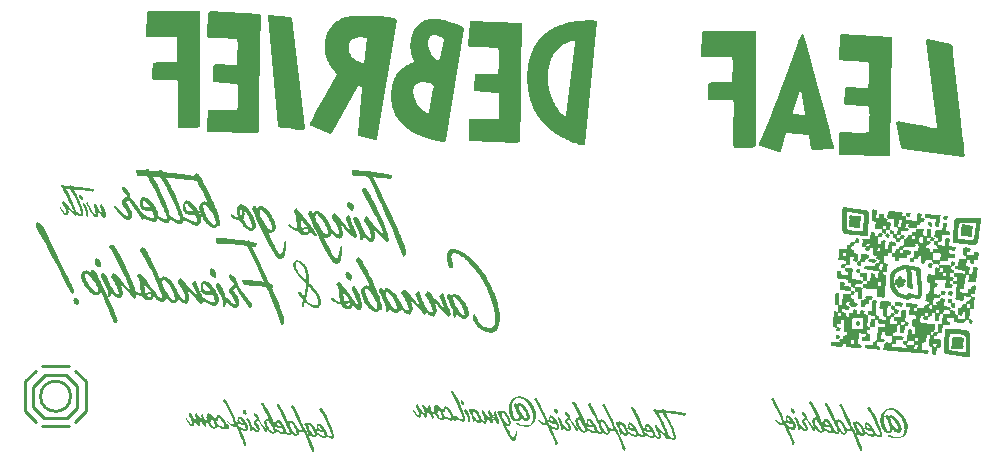
<source format=gbo>
G04 Layer: BottomSilkscreenLayer*
G04 EasyEDA v6.5.1, 2022-05-17 10:42:42*
G04 183223736e564f1bbe1f5351ff330512,a895fda7382342f89faddf0c187955a9,10*
G04 Gerber Generator version 0.2*
G04 Scale: 100 percent, Rotated: No, Reflected: No *
G04 Dimensions in inches *
G04 leading zeros omitted , absolute positions ,3 integer and 6 decimal *
%FSLAX36Y36*%
%MOIN*%

%ADD10C,0.0100*%

%LPD*%
G36*
X1704680Y2314960D02*
G01*
X1698240Y2314640D01*
X1698029Y2298980D01*
X1712040Y2298980D01*
X1717980Y2298720D01*
X1724760Y2297960D01*
X1735120Y2296560D01*
X1765840Y2291920D01*
X1769520Y2288240D01*
X1766840Y2236360D01*
X1758020Y2236440D01*
X1750920Y2236800D01*
X1741540Y2237500D01*
X1716740Y2239840D01*
X1712040Y2246280D01*
X1712040Y2298980D01*
X1698029Y2298980D01*
X1697240Y2240120D01*
X1702560Y2227380D01*
X1710480Y2225380D01*
X1716680Y2224440D01*
X1726279Y2223360D01*
X1738020Y2222220D01*
X1778340Y2219120D01*
X1781639Y2222560D01*
X1786360Y2297260D01*
X1778880Y2304740D01*
X1741519Y2310540D01*
X1728100Y2312460D01*
X1716540Y2313940D01*
X1708120Y2314800D01*
G37*
G36*
X1798839Y2308200D02*
G01*
X1797600Y2299660D01*
X1796740Y2290280D01*
X1796399Y2284960D01*
X1795760Y2270440D01*
X1808180Y2266780D01*
X1806880Y2252940D01*
X1837780Y2252940D01*
X1841140Y2252720D01*
X1842920Y2251700D01*
X1843460Y2249460D01*
X1843060Y2245480D01*
X1842240Y2239820D01*
X1838380Y2241260D01*
X1836040Y2241800D01*
X1835180Y2241900D01*
X1833480Y2241900D01*
X1833480Y2252940D01*
X1806880Y2252940D01*
X1806020Y2243760D01*
X1810920Y2242540D01*
X1813440Y2242040D01*
X1816680Y2241620D01*
X1820200Y2241300D01*
X1823600Y2241140D01*
X1831380Y2240980D01*
X1829280Y2230460D01*
X1831840Y2228840D01*
X1833140Y2228200D01*
X1834820Y2227680D01*
X1836620Y2227320D01*
X1838360Y2227180D01*
X1842300Y2227160D01*
X1843420Y2230080D01*
X1843839Y2231460D01*
X1844199Y2233080D01*
X1844440Y2234720D01*
X1844520Y2236200D01*
X1844520Y2239420D01*
X1855780Y2237760D01*
X1855260Y2233840D01*
X1855180Y2232140D01*
X1855340Y2230400D01*
X1855680Y2228820D01*
X1856200Y2227620D01*
X1857620Y2225320D01*
X1866840Y2225320D01*
X1865680Y2213640D01*
X1870312Y2212420D01*
X1879060Y2212420D01*
X1880600Y2218280D01*
X1881200Y2221220D01*
X1881300Y2222100D01*
X1881320Y2223480D01*
X1892760Y2223480D01*
X1891639Y2220560D01*
X1890860Y2217740D01*
X1890620Y2216280D01*
X1890520Y2215040D01*
X1890520Y2212420D01*
X1870312Y2212420D01*
X1877640Y2210480D01*
X1877640Y2199920D01*
X1880560Y2198800D01*
X1881960Y2198380D01*
X1883620Y2198020D01*
X1885340Y2197780D01*
X1886920Y2197680D01*
X1890360Y2197680D01*
X1892820Y2210780D01*
X1903280Y2208480D01*
X1905640Y2217940D01*
X1903520Y2223480D01*
X1894220Y2223480D01*
X1894220Y2234520D01*
X1904160Y2234780D01*
X1910420Y2234720D01*
X1917640Y2234300D01*
X1919920Y2242820D01*
X1913540Y2247600D01*
X1906800Y2245840D01*
X1907860Y2248620D01*
X1908280Y2249980D01*
X1908620Y2251620D01*
X1908839Y2253340D01*
X1908940Y2254940D01*
X1908940Y2258460D01*
X1920260Y2258460D01*
X1917940Y2247840D01*
X1923100Y2246180D01*
X1925740Y2245520D01*
X1929160Y2245020D01*
X1932900Y2244680D01*
X1936540Y2244580D01*
X1944820Y2244660D01*
X1945960Y2254560D01*
X1957700Y2255700D01*
X1958820Y2269380D01*
X1969600Y2267220D01*
X1973000Y2275960D01*
X1966900Y2280740D01*
X1960460Y2279080D01*
X1962720Y2293220D01*
X1949240Y2295740D01*
X1948120Y2294620D01*
X1947740Y2293900D01*
X1947360Y2292540D01*
X1947000Y2290620D01*
X1946380Y2285360D01*
X1945960Y2278700D01*
X1945740Y2270380D01*
X1913320Y2273000D01*
X1909440Y2273200D01*
X1911279Y2282800D01*
X1908720Y2284420D01*
X1907400Y2285040D01*
X1905720Y2285560D01*
X1903860Y2285920D01*
X1902080Y2286060D01*
X1897980Y2286100D01*
X1900180Y2297060D01*
X1891459Y2300340D01*
X1852480Y2302340D01*
X1848760Y2299900D01*
X1846320Y2278620D01*
X1848820Y2277660D01*
X1850040Y2277280D01*
X1853600Y2276560D01*
X1858300Y2275900D01*
X1863600Y2275420D01*
X1870660Y2275040D01*
X1869360Y2250180D01*
X1873959Y2249560D01*
X1875560Y2249260D01*
X1882700Y2249260D01*
X1883860Y2255020D01*
X1884300Y2257740D01*
X1884680Y2260900D01*
X1884920Y2264120D01*
X1885020Y2266980D01*
X1885020Y2273200D01*
X1896480Y2273200D01*
X1895380Y2269060D01*
X1894940Y2266820D01*
X1894580Y2263840D01*
X1894340Y2260460D01*
X1894240Y2257080D01*
X1894220Y2249260D01*
X1875560Y2249260D01*
X1877680Y2248700D01*
X1879139Y2248100D01*
X1880100Y2247460D01*
X1881639Y2246000D01*
X1879060Y2225280D01*
X1868320Y2226100D01*
X1869360Y2237080D01*
X1857260Y2240620D01*
X1859100Y2263660D01*
X1856260Y2264740D01*
X1854880Y2265160D01*
X1853160Y2265520D01*
X1851380Y2265740D01*
X1849700Y2265840D01*
X1845960Y2265840D01*
X1848420Y2275620D01*
X1846020Y2277140D01*
X1844740Y2277740D01*
X1843080Y2278220D01*
X1841220Y2278560D01*
X1839379Y2278700D01*
X1835160Y2278720D01*
X1837480Y2291140D01*
X1824220Y2293640D01*
X1820600Y2291400D01*
X1820600Y2280560D01*
X1809680Y2280560D01*
X1810400Y2282860D01*
X1810760Y2284580D01*
X1811699Y2291380D01*
X1813240Y2306100D01*
X1807260Y2307220D01*
X1803420Y2307780D01*
G37*
G36*
X1910780Y2297140D02*
G01*
X1910780Y2294540D01*
X1910460Y2291900D01*
X1910140Y2290480D01*
X1909740Y2289220D01*
X1908700Y2286540D01*
X1919440Y2282780D01*
X1921260Y2283980D01*
X1922060Y2284820D01*
X1922900Y2286260D01*
X1923680Y2288080D01*
X1924280Y2290080D01*
X1925480Y2295000D01*
X1923180Y2295920D01*
X1921900Y2296300D01*
X1920080Y2296620D01*
X1917980Y2296860D01*
X1915840Y2297000D01*
G37*
G36*
X1973340Y2291620D02*
G01*
X1973340Y2279260D01*
X1987040Y2277820D01*
X1996819Y2277080D01*
X2000800Y2276900D01*
X2008680Y2276880D01*
X2007380Y2252120D01*
X2017520Y2248540D01*
X2021200Y2252240D01*
X2022800Y2270460D01*
X2023760Y2279320D01*
X2024860Y2287700D01*
X2013500Y2289180D01*
X2001240Y2290520D01*
X1987280Y2291260D01*
G37*
G36*
X2036180Y2287940D02*
G01*
X2033660Y2276420D01*
X2038660Y2273160D01*
X2047860Y2274120D01*
X2048980Y2285800D01*
X2042920Y2286960D01*
X2039520Y2287520D01*
G37*
G36*
X1721660Y2287860D02*
G01*
X1719720Y2277800D01*
X1723060Y2273780D01*
X1721920Y2272640D01*
X1721420Y2271340D01*
X1720900Y2268580D01*
X1720400Y2264800D01*
X1720000Y2260380D01*
X1719220Y2249260D01*
X1756160Y2247560D01*
X1757300Y2253420D01*
X1757720Y2257080D01*
X1757960Y2262120D01*
X1758980Y2273540D01*
X1760260Y2285860D01*
X1745840Y2286840D01*
X1735380Y2287340D01*
G37*
G36*
X2159260Y2278800D02*
G01*
X2077700Y2277800D01*
X2070980Y2268600D01*
X2065644Y2209320D01*
X2081900Y2209320D01*
X2081920Y2216400D01*
X2082320Y2223080D01*
X2083140Y2232600D01*
X2085960Y2259380D01*
X2089700Y2264000D01*
X2144460Y2264000D01*
X2144440Y2262180D01*
X2143640Y2256420D01*
X2136260Y2210120D01*
X2128820Y2205500D01*
X2081900Y2209320D01*
X2065644Y2209320D01*
X2064800Y2199900D01*
X2066860Y2194520D01*
X2106140Y2191340D01*
X2126960Y2189880D01*
X2133020Y2189580D01*
X2140760Y2189480D01*
X2148360Y2197080D01*
X2161440Y2273140D01*
G37*
G36*
X1987800Y2267420D02*
G01*
X1986339Y2266900D01*
X1984740Y2265460D01*
X1982540Y2263260D01*
X1982540Y2254700D01*
X1992540Y2250880D01*
X1994900Y2254100D01*
X1995820Y2255620D01*
X1996560Y2257380D01*
X1997060Y2259140D01*
X1997260Y2260720D01*
X1997260Y2264120D01*
X1989820Y2267020D01*
G37*
G36*
X2036100Y2263160D02*
G01*
X2034980Y2263100D01*
X2033140Y2262780D01*
X2031600Y2249440D01*
X2030160Y2238260D01*
X2008340Y2238860D01*
X2007060Y2237580D01*
X2006540Y2236480D01*
X2006040Y2234380D01*
X2005640Y2231640D01*
X2005200Y2225260D01*
X2004640Y2219640D01*
X2004360Y2217960D01*
X2003700Y2215220D01*
X2015660Y2211660D01*
X2015660Y2200940D01*
X2009800Y2202480D01*
X2006819Y2203100D01*
X2004480Y2203220D01*
X2005540Y2213340D01*
X1993839Y2216800D01*
X1994500Y2240980D01*
X1980700Y2242120D01*
X1979120Y2222100D01*
X1978860Y2217940D01*
X1970080Y2217940D01*
X1967980Y2226000D01*
X1970100Y2241500D01*
X1966380Y2242680D01*
X1964060Y2243220D01*
X1961100Y2243620D01*
X1957740Y2243880D01*
X1954259Y2244000D01*
X1950880Y2243960D01*
X1947900Y2243760D01*
X1945540Y2243420D01*
X1944079Y2242920D01*
X1942040Y2241660D01*
X1944240Y2232920D01*
X1930100Y2231760D01*
X1928920Y2221640D01*
X1916759Y2221640D01*
X1916386Y2219780D01*
X1941420Y2219780D01*
X1939800Y2208740D01*
X1931020Y2208740D01*
X1931020Y2219780D01*
X1916386Y2219780D01*
X1914640Y2211080D01*
X1903420Y2208840D01*
X1903300Y2201200D01*
X1902680Y2194880D01*
X1902260Y2191860D01*
X1901140Y2185100D01*
X1889220Y2187040D01*
X1887000Y2175840D01*
X1874900Y2174660D01*
X1873020Y2163640D01*
X1862000Y2161740D01*
X1862000Y2150720D01*
X1872120Y2149560D01*
X1872120Y2136980D01*
X1881320Y2134680D01*
X1886579Y2136700D01*
X1887780Y2147040D01*
X1911699Y2147040D01*
X1912840Y2160860D01*
X1920200Y2156920D01*
X1925500Y2161300D01*
X1925500Y2168300D01*
X1916020Y2172620D01*
X1912660Y2167300D01*
X1912620Y2171900D01*
X1899720Y2171900D01*
X1899720Y2160860D01*
X1896519Y2160880D01*
X1895080Y2161020D01*
X1893520Y2161360D01*
X1892080Y2161840D01*
X1890880Y2162440D01*
X1888480Y2163960D01*
X1890740Y2172960D01*
X1900460Y2172820D01*
X1903920Y2184740D01*
X1908839Y2183780D01*
X1916600Y2182820D01*
X1936900Y2180980D01*
X1941680Y2184940D01*
X1939780Y2192160D01*
X1950800Y2192160D01*
X1955200Y2197460D01*
X1954740Y2202600D01*
X1954660Y2207820D01*
X1954940Y2217020D01*
X1965980Y2217420D01*
X1965980Y2211460D01*
X1965880Y2208720D01*
X1965640Y2205620D01*
X1965300Y2202560D01*
X1964860Y2199920D01*
X1963740Y2194340D01*
X1950880Y2191920D01*
X1952480Y2180960D01*
X1950940Y2180000D01*
X1950360Y2179280D01*
X1949860Y2178040D01*
X1949540Y2176440D01*
X1949420Y2174640D01*
X1949420Y2170240D01*
X1936540Y2167820D01*
X1936540Y2162720D01*
X1936440Y2160300D01*
X1936200Y2157440D01*
X1935820Y2154520D01*
X1935380Y2151880D01*
X1934240Y2146120D01*
X1924040Y2146120D01*
X1922920Y2143200D01*
X1922500Y2141800D01*
X1922140Y2140120D01*
X1921900Y2138380D01*
X1921819Y2136800D01*
X1921819Y2133300D01*
X1931000Y2131000D01*
X1936540Y2133120D01*
X1936540Y2142440D01*
X1949000Y2142440D01*
X1951480Y2155640D01*
X1955520Y2154140D01*
X1958040Y2153580D01*
X1959019Y2153480D01*
X1960960Y2153480D01*
X1958940Y2131160D01*
X1967580Y2127220D01*
X1972980Y2129300D01*
X1975460Y2140600D01*
X1977820Y2140600D01*
X1981960Y2140260D01*
X1988620Y2139440D01*
X1997060Y2138280D01*
X1998180Y2126780D01*
X2005540Y2126520D01*
X2008640Y2126320D01*
X2011639Y2125960D01*
X2014199Y2125500D01*
X2015980Y2125000D01*
X2019060Y2123740D01*
X2021040Y2127440D01*
X2021800Y2129080D01*
X2022440Y2130840D01*
X2022860Y2132480D01*
X2023020Y2133820D01*
X2023020Y2136480D01*
X2014920Y2138600D01*
X2010140Y2134620D01*
X2010140Y2138760D01*
X2000020Y2138760D01*
X2000940Y2162700D01*
X2007140Y2162700D01*
X2010020Y2162600D01*
X2013280Y2162340D01*
X2016519Y2161960D01*
X2019340Y2161500D01*
X2025300Y2160300D01*
X2022940Y2137100D01*
X2029040Y2135940D01*
X2031980Y2135560D01*
X2035480Y2135320D01*
X2039100Y2135260D01*
X2042420Y2135400D01*
X2049700Y2136000D01*
X2050820Y2145740D01*
X2063300Y2147200D01*
X2070800Y2144420D01*
X2072680Y2147920D01*
X2073400Y2149480D01*
X2073980Y2151160D01*
X2074400Y2152780D01*
X2074540Y2154100D01*
X2074540Y2156780D01*
X2072020Y2157740D01*
X2070360Y2158220D01*
X2064480Y2159420D01*
X2052460Y2161280D01*
X2052460Y2172420D01*
X2074560Y2170420D01*
X2076840Y2179540D01*
X2074840Y2181560D01*
X2073980Y2182260D01*
X2072900Y2182860D01*
X2071540Y2183340D01*
X2069860Y2183760D01*
X2067820Y2184080D01*
X2062480Y2184520D01*
X2053760Y2184800D01*
X2056120Y2210200D01*
X2053220Y2211300D01*
X2051759Y2211740D01*
X2049920Y2212100D01*
X2047940Y2212340D01*
X2046060Y2212420D01*
X2041800Y2212420D01*
X2040700Y2209520D01*
X2040260Y2207580D01*
X2039900Y2204500D01*
X2039660Y2200680D01*
X2039580Y2196540D01*
X2039580Y2186480D01*
X2020840Y2188620D01*
X2013460Y2186280D01*
X2015040Y2175460D01*
X2010660Y2175820D01*
X2006920Y2175860D01*
X2000940Y2175580D01*
X2000940Y2164100D01*
X1995080Y2165660D01*
X1992140Y2166260D01*
X1991279Y2166360D01*
X1989900Y2166380D01*
X1989900Y2177040D01*
X1986980Y2178160D01*
X1985600Y2178580D01*
X1984000Y2178940D01*
X1982360Y2179180D01*
X1980920Y2179280D01*
X1977760Y2179280D01*
X1979259Y2192140D01*
X1987960Y2189940D01*
X1992440Y2199800D01*
X1989780Y2201480D01*
X1988500Y2202140D01*
X1986960Y2202680D01*
X1985380Y2203040D01*
X1983920Y2203180D01*
X1980700Y2203220D01*
X1980700Y2214260D01*
X1991800Y2214260D01*
X1989400Y2204660D01*
X1991940Y2203040D01*
X1993280Y2202420D01*
X1995000Y2201900D01*
X1996900Y2201540D01*
X1998760Y2201400D01*
X2003020Y2201380D01*
X2001860Y2189720D01*
X2009480Y2187700D01*
X2011279Y2187400D01*
X2012680Y2187440D01*
X2013760Y2187860D01*
X2014600Y2188680D01*
X2015260Y2189980D01*
X2015800Y2191800D01*
X2017480Y2199960D01*
X2026819Y2198180D01*
X2030380Y2204820D01*
X2030380Y2223740D01*
X2051819Y2222860D01*
X2056140Y2225540D01*
X2056140Y2232560D01*
X2048700Y2236540D01*
X2044740Y2234080D01*
X2047340Y2261860D01*
X2039900Y2262920D01*
G37*
G36*
X2096500Y2258460D02*
G01*
X2095580Y2256060D01*
X2095380Y2255220D01*
X2095000Y2251740D01*
X2094640Y2246380D01*
X2094360Y2239800D01*
X2093860Y2218860D01*
X2106920Y2217940D01*
X2129640Y2215980D01*
X2130540Y2220180D01*
X2130860Y2222520D01*
X2131060Y2225720D01*
X2131120Y2229420D01*
X2131020Y2233140D01*
X2130600Y2241900D01*
X2133420Y2241900D01*
X2133420Y2254220D01*
G37*
G36*
X1803260Y2232860D02*
G01*
X1792080Y2231760D01*
X1791000Y2208900D01*
X1764480Y2207820D01*
X1764960Y2203440D01*
X1765020Y2201260D01*
X1764820Y2198580D01*
X1764400Y2195740D01*
X1763800Y2193080D01*
X1762140Y2187100D01*
X1764620Y2183080D01*
X1776200Y2182200D01*
X1774160Y2171980D01*
X1784620Y2168000D01*
X1789460Y2174640D01*
X1788400Y2181820D01*
X1776960Y2184780D01*
X1778720Y2194000D01*
X1789620Y2194000D01*
X1787260Y2183300D01*
X1789060Y2182200D01*
X1790140Y2181740D01*
X1791780Y2181300D01*
X1793740Y2180940D01*
X1795820Y2180680D01*
X1800800Y2180280D01*
X1799830Y2168220D01*
X1812860Y2168220D01*
X1813980Y2171140D01*
X1814760Y2173960D01*
X1815000Y2175420D01*
X1815080Y2176660D01*
X1815080Y2179280D01*
X1824280Y2179280D01*
X1824280Y2168220D01*
X1799830Y2168220D01*
X1798940Y2156920D01*
X1808040Y2153460D01*
X1811459Y2155580D01*
X1810480Y2143360D01*
X1822540Y2139800D01*
X1821200Y2136140D01*
X1820680Y2133640D01*
X1820600Y2132600D01*
X1820600Y2130440D01*
X1808640Y2130460D01*
X1807500Y2118500D01*
X1771459Y2120860D01*
X1768740Y2116440D01*
X1769375Y2113900D01*
X1820820Y2113900D01*
X1823500Y2126780D01*
X1831639Y2127960D01*
X1831819Y2126440D01*
X1831900Y2124520D01*
X1831780Y2118440D01*
X1831360Y2111540D01*
X1830840Y2106420D01*
X1830560Y2105340D01*
X1829800Y2104100D01*
X1822760Y2105960D01*
X1820820Y2113900D01*
X1769375Y2113900D01*
X1770820Y2108120D01*
X1790620Y2105500D01*
X1797580Y2104720D01*
X1804019Y2104140D01*
X1809160Y2103800D01*
X1818420Y2103760D01*
X1817000Y2087720D01*
X1816140Y2081240D01*
X1815840Y2080060D01*
X1815280Y2079880D01*
X1814180Y2079900D01*
X1812700Y2080080D01*
X1806759Y2081500D01*
X1806800Y2093640D01*
X1793500Y2094740D01*
X1792340Y2088899D01*
X1791879Y2086100D01*
X1791500Y2082800D01*
X1791260Y2079420D01*
X1791160Y2076360D01*
X1791160Y2069680D01*
X1780460Y2069319D01*
X1781040Y2095480D01*
X1756200Y2096560D01*
X1756200Y2083500D01*
X1767540Y2083500D01*
X1765020Y2072000D01*
X1767500Y2070400D01*
X1768800Y2069800D01*
X1770480Y2069280D01*
X1772340Y2068940D01*
X1774139Y2068800D01*
X1778280Y2068760D01*
X1778280Y2065080D01*
X1827960Y2065080D01*
X1827960Y2054040D01*
X1816920Y2054040D01*
X1816920Y2065080D01*
X1778280Y2065080D01*
X1778280Y2057720D01*
X1765400Y2057720D01*
X1765400Y2046680D01*
X1754180Y2047800D01*
X1747480Y2048300D01*
X1740280Y2048500D01*
X1741960Y2059960D01*
X1763940Y2058380D01*
X1767880Y2067020D01*
X1766040Y2068860D01*
X1764900Y2069640D01*
X1763160Y2070360D01*
X1761060Y2070960D01*
X1757520Y2071519D01*
X1730440Y2074660D01*
X1730580Y2079680D01*
X1731279Y2087600D01*
X1733600Y2108360D01*
X1730000Y2112980D01*
X1706720Y2112980D01*
X1710560Y2124020D01*
X1720860Y2124020D01*
X1721960Y2126940D01*
X1722400Y2128780D01*
X1722760Y2131660D01*
X1723000Y2135160D01*
X1723080Y2138900D01*
X1723080Y2147960D01*
X1735220Y2147960D01*
X1733779Y2135540D01*
X1745240Y2133860D01*
X1748480Y2137840D01*
X1749760Y2159780D01*
X1737800Y2163220D01*
X1737800Y2173460D01*
X1726759Y2175880D01*
X1726759Y2178340D01*
X1727080Y2180940D01*
X1727440Y2182400D01*
X1728980Y2186620D01*
X1737340Y2184520D01*
X1741180Y2195540D01*
X1738720Y2198220D01*
X1750800Y2195920D01*
X1752580Y2200600D01*
X1753940Y2204740D01*
X1754100Y2207400D01*
X1752900Y2209140D01*
X1750220Y2210520D01*
X1748440Y2211180D01*
X1746639Y2211740D01*
X1745060Y2212120D01*
X1743860Y2212300D01*
X1741660Y2212420D01*
X1739199Y2199360D01*
X1727980Y2200460D01*
X1724760Y2188240D01*
X1718940Y2188680D01*
X1715560Y2188740D01*
X1712040Y2188480D01*
X1712040Y2177440D01*
X1696720Y2176940D01*
X1687560Y2176500D01*
X1686818Y2162700D01*
X1710200Y2162700D01*
X1710200Y2151400D01*
X1700080Y2152560D01*
X1698920Y2162700D01*
X1686818Y2162700D01*
X1686120Y2154600D01*
X1685640Y2150320D01*
X1684259Y2140900D01*
X1687580Y2139980D01*
X1692480Y2138980D01*
X1699620Y2137880D01*
X1708360Y2136680D01*
X1708360Y2126240D01*
X1696660Y2126780D01*
X1694220Y2117580D01*
X1697780Y2112980D01*
X1706279Y2112980D01*
X1707440Y2101000D01*
X1717560Y2099840D01*
X1717560Y2089019D01*
X1712500Y2089040D01*
X1710020Y2089139D01*
X1706960Y2089379D01*
X1703760Y2089740D01*
X1694060Y2091279D01*
X1694560Y2102840D01*
X1680760Y2103980D01*
X1680480Y2097400D01*
X1680040Y2090540D01*
X1679100Y2078220D01*
X1685360Y2077080D01*
X1694300Y2076000D01*
X1702860Y2075200D01*
X1716660Y2074060D01*
X1716639Y2062320D01*
X1727840Y2061220D01*
X1726380Y2048740D01*
X1739640Y2046260D01*
X1739640Y2033779D01*
X1750920Y2033779D01*
X1749760Y2008920D01*
X1760400Y2007700D01*
X1763500Y2012600D01*
X1763580Y2023800D01*
X1763779Y2028140D01*
X1764120Y2032540D01*
X1764540Y2036440D01*
X1765920Y2045100D01*
X1788520Y2043020D01*
X1800740Y2041740D01*
X1806020Y2041360D01*
X1813760Y2041140D01*
X1811840Y2017320D01*
X1814840Y2016440D01*
X1819400Y2015500D01*
X1826120Y2014500D01*
X1834400Y2013420D01*
X1838800Y2016360D01*
X1844360Y2088080D01*
X1843060Y2089300D01*
X1842280Y2089820D01*
X1841060Y2090340D01*
X1839620Y2090820D01*
X1834400Y2091819D01*
X1833200Y2102280D01*
X1844220Y2099860D01*
X1845180Y2103180D01*
X1845660Y2105300D01*
X1846819Y2112600D01*
X1848580Y2127220D01*
X1834960Y2129780D01*
X1836040Y2133800D01*
X1836459Y2135920D01*
X1836800Y2138680D01*
X1837040Y2141740D01*
X1837140Y2144740D01*
X1837160Y2151640D01*
X1850040Y2151640D01*
X1850040Y2162480D01*
X1863839Y2163620D01*
X1864760Y2188880D01*
X1874540Y2186420D01*
X1876060Y2188840D01*
X1876660Y2190020D01*
X1877160Y2191460D01*
X1877500Y2192980D01*
X1877620Y2194400D01*
X1877640Y2197560D01*
X1870060Y2201620D01*
X1865200Y2197600D01*
X1863140Y2202960D01*
X1852800Y2200180D01*
X1852100Y2192220D01*
X1851260Y2186160D01*
X1849640Y2177440D01*
X1839240Y2177440D01*
X1841420Y2193700D01*
X1842540Y2201060D01*
X1837380Y2205320D01*
X1827040Y2204140D01*
X1825900Y2192160D01*
X1816759Y2192160D01*
X1817840Y2215180D01*
X1829460Y2216320D01*
X1831860Y2225840D01*
X1830200Y2227500D01*
X1829160Y2228160D01*
X1827520Y2228780D01*
X1825540Y2229260D01*
X1823400Y2229540D01*
X1818240Y2229920D01*
X1815000Y2220320D01*
X1813860Y2218420D01*
X1812320Y2218100D01*
X1809700Y2218820D01*
X1805880Y2220040D01*
X1805880Y2225140D01*
X1805780Y2227220D01*
X1805500Y2229120D01*
X1805080Y2230620D01*
X1804580Y2231540D01*
G37*
G36*
X1845440Y2228280D02*
G01*
X1840700Y2222580D01*
X1841759Y2215440D01*
X1852080Y2212680D01*
X1856060Y2221400D01*
X1853959Y2226880D01*
G37*
G36*
X2112960Y2181120D02*
G01*
X2108940Y2181080D01*
X2107220Y2180960D01*
X2105520Y2180660D01*
X2104040Y2180240D01*
X2102980Y2179700D01*
X2101060Y2178360D01*
X2100580Y2167840D01*
X2100120Y2162020D01*
X2099380Y2156480D01*
X2111340Y2152960D01*
X2111340Y2143360D01*
X2086500Y2143360D01*
X2083440Y2120540D01*
X2071780Y2119420D01*
X2071780Y2108360D01*
X2092780Y2105400D01*
X2103980Y2103620D01*
X2106820Y2103060D01*
X2107280Y2102900D01*
X2107420Y2102340D01*
X2107360Y2101220D01*
X2107120Y2099700D01*
X2105620Y2093520D01*
X2092800Y2094700D01*
X2083100Y2095300D01*
X2078899Y2095460D01*
X2069940Y2095480D01*
X2069940Y2082580D01*
X2080060Y2081420D01*
X2080060Y2070840D01*
X2068100Y2069680D01*
X2066940Y2057720D01*
X2078520Y2057720D01*
X2077120Y2034920D01*
X2076020Y2020620D01*
X2075520Y2015680D01*
X2074420Y2008280D01*
X2079520Y2006920D01*
X2085000Y2005820D01*
X2094940Y2004120D01*
X2102140Y2006399D01*
X2102140Y2017680D01*
X2118120Y2015840D01*
X2124400Y2014980D01*
X2125420Y2014760D01*
X2125480Y2014240D01*
X2125120Y2011420D01*
X2123820Y2004520D01*
X2112260Y2003380D01*
X2111080Y1993000D01*
X2099380Y1994180D01*
X2096020Y1982800D01*
X2089393Y1980840D01*
X2111120Y1980840D01*
X2112160Y1983520D01*
X2112560Y1984760D01*
X2113100Y1987580D01*
X2113180Y1988800D01*
X2113180Y1991420D01*
X2124520Y1991420D01*
X2122340Y1981279D01*
X2121460Y1979440D01*
X2119740Y1979180D01*
X2111120Y1980840D01*
X2089393Y1980840D01*
X2084660Y1979440D01*
X2084520Y1973920D01*
X2084360Y1971320D01*
X2084040Y1968340D01*
X2083580Y1965340D01*
X2083060Y1962680D01*
X2081720Y1956960D01*
X2072700Y1958700D01*
X2072700Y1970700D01*
X2061279Y1972980D01*
X2058020Y1970960D01*
X2061240Y1979440D01*
X2057860Y1983640D01*
X2037380Y1986200D01*
X2038660Y2010460D01*
X2027620Y2013480D01*
X2025320Y2010380D01*
X2024420Y2008940D01*
X2023700Y2007320D01*
X2023200Y2005720D01*
X2023020Y2004340D01*
X2023020Y2001380D01*
X2011060Y1997860D01*
X2011639Y1988460D01*
X1999520Y1988460D01*
X2000880Y2003980D01*
X2001699Y2010280D01*
X2001980Y2011399D01*
X2003080Y2011660D01*
X2005620Y2011900D01*
X2013580Y2012160D01*
X2024600Y2012260D01*
X2026900Y2021459D01*
X2022100Y2024660D01*
X2013820Y2023240D01*
X2013820Y2026399D01*
X2002780Y2026399D01*
X2002880Y2031620D01*
X2003500Y2038340D01*
X2005060Y2051600D01*
X2013480Y2049980D01*
X2017960Y2058340D01*
X2014620Y2060800D01*
X2013080Y2061740D01*
X2011380Y2062520D01*
X2009700Y2063040D01*
X2008260Y2063240D01*
X2005260Y2063240D01*
X2006879Y2074300D01*
X2012960Y2074259D01*
X2021339Y2073740D01*
X2026579Y2073320D01*
X2041879Y2071879D01*
X2040000Y2048620D01*
X2043240Y2047600D01*
X2044900Y2047220D01*
X2047060Y2046960D01*
X2049440Y2046840D01*
X2054060Y2046879D01*
X2056440Y2046680D01*
X2058600Y2046300D01*
X2060260Y2045800D01*
X2063440Y2044460D01*
X2067400Y2054840D01*
X2060740Y2059740D01*
X2055180Y2058300D01*
X2056519Y2072420D01*
X2065240Y2070240D01*
X2069660Y2079920D01*
X2067780Y2081800D01*
X2066720Y2082560D01*
X2065280Y2083220D01*
X2063620Y2083720D01*
X2061940Y2083980D01*
X2057980Y2084280D01*
X2057980Y2096819D01*
X2067300Y2095040D01*
X2069079Y2098360D01*
X2069780Y2099880D01*
X2070340Y2101560D01*
X2070720Y2103200D01*
X2070860Y2104600D01*
X2070860Y2107540D01*
X2059460Y2109820D01*
X2061600Y2120480D01*
X2053380Y2123780D01*
X2021180Y2124020D01*
X2021180Y2112680D01*
X2009680Y2115200D01*
X2006519Y2110200D01*
X2006483Y2100860D01*
X2021180Y2100860D01*
X2021180Y2103080D01*
X2021260Y2104180D01*
X2021860Y2106900D01*
X2023400Y2111120D01*
X2034440Y2111120D01*
X2032900Y2106880D01*
X2032540Y2105380D01*
X2032300Y2103920D01*
X2032220Y2102660D01*
X2032220Y2100020D01*
X2021180Y2100860D01*
X2006483Y2100860D01*
X2006459Y2089620D01*
X1982880Y2091080D01*
X1981980Y2089600D01*
X1981579Y2088160D01*
X1981434Y2087180D01*
X2032220Y2087180D01*
X2032240Y2088560D01*
X2032580Y2090760D01*
X2033380Y2094100D01*
X2033899Y2095680D01*
X2034500Y2096960D01*
X2035120Y2097780D01*
X2035660Y2098020D01*
X2043260Y2096120D01*
X2043260Y2087180D01*
X1981434Y2087180D01*
X1981160Y2085340D01*
X1980760Y2081579D01*
X1979780Y2066360D01*
X1990820Y2062320D01*
X1989920Y2049199D01*
X1989079Y2040100D01*
X1987820Y2028460D01*
X1976100Y2027340D01*
X1975440Y2016740D01*
X1974940Y2010460D01*
X1974259Y2003680D01*
X1986540Y2000440D01*
X1985040Y1996399D01*
X1984460Y1994060D01*
X1984379Y1993220D01*
X1984379Y1991639D01*
X1972420Y1990500D01*
X1971240Y1980360D01*
X1956060Y1979880D01*
X1946660Y1979440D01*
X1946665Y1978940D01*
X1986220Y1978940D01*
X1986220Y1980420D01*
X1986300Y1981220D01*
X1986900Y1983580D01*
X1988440Y1987740D01*
X1997260Y1987740D01*
X1997260Y1977320D01*
X1986220Y1978940D01*
X1946665Y1978940D01*
X1946800Y1969319D01*
X1935440Y1969319D01*
X1936860Y1981639D01*
X1945400Y1980000D01*
X1949780Y1988160D01*
X1944820Y1993060D01*
X1915820Y1996639D01*
X1910780Y1994700D01*
X1910780Y1982200D01*
X1922340Y1982200D01*
X1920120Y1958460D01*
X1923280Y1957540D01*
X1924834Y1957180D01*
X1971560Y1957180D01*
X1971819Y1960400D01*
X1972420Y1964720D01*
X1980477Y1963779D01*
X2010140Y1963779D01*
X2010180Y1971440D01*
X2010420Y1974240D01*
X2010600Y1974560D01*
X2012400Y1974139D01*
X2021180Y1972760D01*
X2021180Y1963779D01*
X1980477Y1963779D01*
X1982580Y1963540D01*
X1981740Y1952540D01*
X1975220Y1954220D01*
X1972420Y1955160D01*
X1971819Y1955480D01*
X1971639Y1956060D01*
X1971560Y1957180D01*
X1924834Y1957180D01*
X1928060Y1956540D01*
X1935160Y1955400D01*
X1943899Y1954160D01*
X1943899Y1943540D01*
X1932740Y1943540D01*
X1932020Y1941220D01*
X1931180Y1936759D01*
X1930180Y1929220D01*
X1929040Y1919520D01*
X1940220Y1917280D01*
X1940220Y1893800D01*
X1928760Y1893800D01*
X1931160Y1906579D01*
X1926639Y1907720D01*
X1924600Y1908120D01*
X1922440Y1908340D01*
X1920400Y1908380D01*
X1918740Y1908220D01*
X1915380Y1907580D01*
X1914820Y1894180D01*
X1914520Y1889120D01*
X1913608Y1879060D01*
X1950620Y1879060D01*
X1949000Y1868020D01*
X1940220Y1868020D01*
X1940220Y1879060D01*
X1913608Y1879060D01*
X1912520Y1870760D01*
X1900960Y1870780D01*
X1898200Y1860620D01*
X1901600Y1858800D01*
X1903220Y1858080D01*
X1905100Y1857500D01*
X1907020Y1857120D01*
X1908720Y1856960D01*
X1912440Y1856960D01*
X1914900Y1870080D01*
X1917580Y1869060D01*
X1919300Y1868640D01*
X1922020Y1868320D01*
X1925320Y1868100D01*
X1928880Y1868020D01*
X1937480Y1868020D01*
X1937460Y1856040D01*
X1948660Y1854960D01*
X1947160Y1842240D01*
X1936360Y1842240D01*
X1938720Y1854780D01*
X1935060Y1855940D01*
X1932980Y1856399D01*
X1930040Y1856800D01*
X1926620Y1857100D01*
X1923120Y1857260D01*
X1914840Y1857420D01*
X1910420Y1854700D01*
X1912180Y1845520D01*
X1880480Y1848220D01*
X1861780Y1849960D01*
X1863380Y1860860D01*
X1868980Y1860440D01*
X1872220Y1860400D01*
X1875520Y1860660D01*
X1877940Y1871699D01*
X1886440Y1872060D01*
X1892200Y1872000D01*
X1899600Y1871480D01*
X1902060Y1881300D01*
X1899540Y1882880D01*
X1898420Y1883400D01*
X1896840Y1883920D01*
X1894900Y1884400D01*
X1890100Y1885240D01*
X1884600Y1885860D01*
X1878899Y1886220D01*
X1873580Y1886260D01*
X1863839Y1885520D01*
X1863720Y1880920D01*
X1863560Y1878580D01*
X1863240Y1875660D01*
X1862260Y1869480D01*
X1860960Y1862640D01*
X1842640Y1864440D01*
X1835160Y1860420D01*
X1837380Y1853420D01*
X1833860Y1840640D01*
X1837480Y1839220D01*
X1838700Y1838839D01*
X1840380Y1838480D01*
X1842940Y1838100D01*
X1852380Y1837120D01*
X1917560Y1831399D01*
X1936840Y1829840D01*
X1950900Y1828880D01*
X1959940Y1828380D01*
X1984079Y1827340D01*
X1986579Y1835240D01*
X1984840Y1836980D01*
X1984000Y1837600D01*
X1982780Y1838160D01*
X1981160Y1838640D01*
X1979180Y1839079D01*
X1974040Y1839760D01*
X1967360Y1840180D01*
X1962300Y1840400D01*
X1962300Y1846600D01*
X1962380Y1849460D01*
X1962620Y1852660D01*
X1962980Y1855800D01*
X1963420Y1858480D01*
X1964560Y1864139D01*
X1976100Y1865260D01*
X1979180Y1888280D01*
X1988620Y1888280D01*
X1986928Y1860660D01*
X2012400Y1860660D01*
X2010860Y1854820D01*
X2010160Y1851240D01*
X2010140Y1850120D01*
X2000940Y1851879D01*
X2000940Y1860660D01*
X1986928Y1860660D01*
X1986380Y1851699D01*
X1997500Y1849259D01*
X1996639Y1828140D01*
X1999319Y1823820D01*
X2009960Y1823820D01*
X2013860Y1848959D01*
X2024480Y1847400D01*
X2025400Y1852640D01*
X2026140Y1858460D01*
X2026420Y1861879D01*
X2026860Y1872320D01*
X2022100Y1875320D01*
X2002340Y1875380D01*
X2003880Y1881300D01*
X2004500Y1884600D01*
X2004620Y1887760D01*
X2013740Y1886020D01*
X2017640Y1896240D01*
X2016020Y1897860D01*
X2014980Y1898520D01*
X2013360Y1899120D01*
X2011380Y1899580D01*
X2009259Y1899860D01*
X2004120Y1900260D01*
X2000020Y1889199D01*
X1991740Y1890380D01*
X1991740Y1900260D01*
X1999520Y1900580D01*
X2001420Y1900800D01*
X2002820Y1901080D01*
X2003500Y1901360D01*
X2003839Y1902560D01*
X2004840Y1909040D01*
X2006620Y1925000D01*
X2001279Y1926080D01*
X1993200Y1927060D01*
X1971160Y1929139D01*
X1966420Y1929680D01*
X1956780Y1931060D01*
X1956860Y1934920D01*
X1957480Y1940700D01*
X1959120Y1952740D01*
X1970120Y1952740D01*
X1967960Y1942000D01*
X1973620Y1940020D01*
X1975960Y1939280D01*
X1977860Y1938860D01*
X1979360Y1938800D01*
X1980540Y1939160D01*
X1981480Y1939940D01*
X1982240Y1941200D01*
X1982860Y1942980D01*
X1983440Y1945280D01*
X1984620Y1950680D01*
X1996339Y1951819D01*
X1997500Y1961940D01*
X2007520Y1961940D01*
X2005400Y1939800D01*
X2009040Y1936160D01*
X2018899Y1936160D01*
X2020020Y1940300D01*
X2020440Y1942300D01*
X2020800Y1944680D01*
X2021060Y1947140D01*
X2021240Y1951500D01*
X2021500Y1953700D01*
X2021860Y1955680D01*
X2022300Y1957200D01*
X2023400Y1960100D01*
X2034139Y1960100D01*
X2036360Y1971160D01*
X2044740Y1971519D01*
X2050500Y1971440D01*
X2057980Y1970920D01*
X2057980Y1960280D01*
X2033140Y1959180D01*
X2030960Y1933920D01*
X2030380Y1925120D01*
X2017920Y1925120D01*
X2016819Y1920960D01*
X2016380Y1918680D01*
X2016020Y1915520D01*
X2015780Y1911900D01*
X2015680Y1908220D01*
X2015660Y1899620D01*
X2027160Y1897100D01*
X2028740Y1899600D01*
X2029360Y1901080D01*
X2029920Y1903260D01*
X2030320Y1905840D01*
X2030700Y1911339D01*
X2031040Y1914180D01*
X2031459Y1916720D01*
X2031940Y1918660D01*
X2033140Y1922360D01*
X2055220Y1922360D01*
X2056380Y1932520D01*
X2045100Y1934780D01*
X2045100Y1945380D01*
X2070620Y1945380D01*
X2068600Y1932860D01*
X2072020Y1931860D01*
X2074500Y1931420D01*
X2078720Y1930980D01*
X2084079Y1930600D01*
X2104560Y1929780D01*
X2108280Y1938120D01*
X2103920Y1942500D01*
X2096540Y1943020D01*
X2091160Y1943300D01*
X2083740Y1943540D01*
X2083740Y1956200D01*
X2096360Y1954139D01*
X2098760Y1966900D01*
X2107960Y1965140D01*
X2106740Y1943400D01*
X2109500Y1941660D01*
X2110860Y1940980D01*
X2112540Y1940400D01*
X2114300Y1940020D01*
X2115960Y1939880D01*
X2119660Y1939840D01*
X2119620Y1927880D01*
X2131120Y1926759D01*
X2133200Y1937080D01*
X2130200Y1939379D01*
X2128760Y1940280D01*
X2127100Y1941020D01*
X2125380Y1941500D01*
X2123840Y1941680D01*
X2120480Y1941680D01*
X2122200Y1960640D01*
X2123220Y1969259D01*
X2124380Y1976680D01*
X2135020Y1976680D01*
X2135920Y1979900D01*
X2136360Y1982420D01*
X2136900Y1986860D01*
X2137480Y1992620D01*
X2139240Y2015000D01*
X2128280Y2017400D01*
X2126820Y2027360D01*
X2140240Y2026080D01*
X2142780Y2050920D01*
X2139380Y2054319D01*
X2128820Y2053120D01*
X2126980Y2042060D01*
X2115020Y2041140D01*
X2115020Y2030100D01*
X2111600Y2030100D01*
X2109600Y2030180D01*
X2103220Y2030800D01*
X2091100Y2032440D01*
X2091100Y2042860D01*
X2095980Y2041000D01*
X2106200Y2044880D01*
X2104260Y2049920D01*
X2108680Y2089940D01*
X2118440Y2091080D01*
X2119060Y2085920D01*
X2119200Y2083420D01*
X2119060Y2080460D01*
X2118700Y2077380D01*
X2118140Y2074580D01*
X2116600Y2068420D01*
X2117620Y2067400D01*
X2118540Y2066960D01*
X2120260Y2066540D01*
X2122560Y2066200D01*
X2127780Y2065740D01*
X2130040Y2065440D01*
X2131720Y2065080D01*
X2133320Y2064460D01*
X2134780Y2064360D01*
X2136720Y2064440D01*
X2144460Y2065500D01*
X2144500Y2076140D01*
X2144800Y2081519D01*
X2145320Y2088020D01*
X2146000Y2094840D01*
X2148320Y2113560D01*
X2145940Y2115080D01*
X2144680Y2115660D01*
X2143020Y2116160D01*
X2141160Y2116500D01*
X2139340Y2116620D01*
X2135140Y2116660D01*
X2134420Y2114360D01*
X2134040Y2112660D01*
X2133060Y2106040D01*
X2131420Y2091780D01*
X2120660Y2091399D01*
X2122500Y2116340D01*
X2111340Y2118780D01*
X2111340Y2126780D01*
X2111420Y2130120D01*
X2111660Y2133280D01*
X2112020Y2135920D01*
X2112460Y2137680D01*
X2113580Y2140600D01*
X2123840Y2140600D01*
X2123300Y2128980D01*
X2133460Y2126180D01*
X2135280Y2129580D01*
X2135980Y2131120D01*
X2136560Y2132840D01*
X2136960Y2134480D01*
X2137100Y2135880D01*
X2137100Y2138760D01*
X2149560Y2138760D01*
X2152160Y2163180D01*
X2147220Y2166420D01*
X2138020Y2165460D01*
X2136880Y2155540D01*
X2131000Y2154980D01*
X2128280Y2154800D01*
X2125200Y2154760D01*
X2122140Y2154840D01*
X2119480Y2155040D01*
X2113840Y2155660D01*
X2114100Y2168300D01*
X2123560Y2166240D01*
X2127700Y2175300D01*
X2122400Y2179700D01*
X2115020Y2177780D01*
G37*
G36*
X1772760Y2159240D02*
G01*
X1760800Y2158100D01*
X1760680Y2153480D01*
X1760520Y2151140D01*
X1759720Y2144920D01*
X1757820Y2134720D01*
X1748779Y2137000D01*
X1745020Y2127060D01*
X1746699Y2122660D01*
X1756780Y2120120D01*
X1758300Y2122540D01*
X1758899Y2123800D01*
X1759379Y2125460D01*
X1759720Y2127280D01*
X1759860Y2129100D01*
X1759880Y2133240D01*
X1771780Y2132300D01*
X1775240Y2146040D01*
X1783760Y2143900D01*
X1786380Y2150940D01*
X1786879Y2152620D01*
X1787120Y2153840D01*
X1787080Y2154400D01*
X1782880Y2156840D01*
X1780040Y2158320D01*
X1778160Y2158800D01*
X1776680Y2158300D01*
X1774980Y2156800D01*
X1772760Y2154600D01*
G37*
G36*
X1785860Y2144280D02*
G01*
X1783460Y2140380D01*
X1785600Y2131840D01*
X1806800Y2129960D01*
X1807980Y2131140D01*
X1808540Y2131920D01*
X1809180Y2133180D01*
X1810400Y2136460D01*
X1811660Y2140620D01*
X1804019Y2143620D01*
X1801960Y2144020D01*
X1800500Y2143500D01*
X1798899Y2142060D01*
X1796680Y2139860D01*
X1796680Y2144280D01*
G37*
G36*
X2066160Y2134620D02*
G01*
X2064540Y2134600D01*
X2060980Y2134140D01*
X2058340Y2124180D01*
X2063300Y2120060D01*
X2071540Y2121260D01*
X2074220Y2131380D01*
X2071160Y2133200D01*
X2069680Y2133880D01*
X2067960Y2134360D01*
G37*
G36*
X1986980Y2128960D02*
G01*
X1985540Y2127620D01*
X1984259Y2124620D01*
X1982380Y2119700D01*
X1984079Y2115280D01*
X1994100Y2112760D01*
X1995560Y2114260D01*
X1996160Y2115260D01*
X1996759Y2116880D01*
X1997240Y2118920D01*
X1997600Y2121140D01*
X1998180Y2126540D01*
X1993580Y2127860D01*
X1989379Y2128960D01*
G37*
G36*
X1910880Y2123300D02*
G01*
X1908820Y2123160D01*
X1906220Y2122780D01*
X1903140Y2122180D01*
X1899600Y2121360D01*
X1891459Y2119140D01*
X1882260Y2116400D01*
X1867620Y2106400D01*
X1856480Y2088380D01*
X1856497Y2071940D01*
X1868720Y2071940D01*
X1872280Y2087740D01*
X1879580Y2098000D01*
X1891240Y2103480D01*
X1895540Y2105260D01*
X1899700Y2106760D01*
X1903180Y2107800D01*
X1910260Y2109100D01*
X1911900Y2090880D01*
X1912440Y2081620D01*
X1912780Y2072600D01*
X1912880Y2067720D01*
X1913140Y2061960D01*
X1913520Y2056720D01*
X1913980Y2052660D01*
X1915400Y2045740D01*
X1929240Y2042320D01*
X1932780Y2045860D01*
X1930220Y2075900D01*
X1928240Y2095720D01*
X1926920Y2106160D01*
X1933860Y2105020D01*
X1936699Y2104440D01*
X1939300Y2103700D01*
X1941380Y2102880D01*
X1942620Y2102080D01*
X1944440Y2100260D01*
X1947120Y2074860D01*
X1948100Y2063040D01*
X1948980Y2047820D01*
X1949360Y2036840D01*
X1949379Y2028280D01*
X1949259Y2025300D01*
X1949019Y2023400D01*
X1948860Y2022900D01*
X1948680Y2022720D01*
X1944040Y2023580D01*
X1919760Y2028560D01*
X1914460Y2026519D01*
X1914460Y2020880D01*
X1912840Y2020880D01*
X1911699Y2021000D01*
X1910160Y2021339D01*
X1906220Y2022600D01*
X1901540Y2024400D01*
X1896660Y2026560D01*
X1892080Y2028839D01*
X1890060Y2029960D01*
X1881540Y2035540D01*
X1872000Y2051819D01*
X1868720Y2071940D01*
X1856497Y2071940D01*
X1856519Y2051279D01*
X1861279Y2041060D01*
X1863560Y2037040D01*
X1866240Y2032900D01*
X1868980Y2029180D01*
X1876320Y2020740D01*
X1891540Y2011819D01*
X1914940Y2005820D01*
X1928580Y2011960D01*
X1949480Y2008100D01*
X1958420Y2011500D01*
X1964680Y2021080D01*
X1962980Y2054540D01*
X1962200Y2066120D01*
X1961320Y2077160D01*
X1960420Y2086279D01*
X1958240Y2104680D01*
X1953160Y2114500D01*
X1947140Y2116500D01*
X1943740Y2117400D01*
X1938920Y2118400D01*
X1933340Y2119360D01*
X1922320Y2120920D01*
X1917820Y2121660D01*
X1914600Y2122340D01*
X1912340Y2123200D01*
G37*
G36*
X1745460Y2111120D02*
G01*
X1743060Y2100160D01*
X1744079Y2098500D01*
X1744860Y2097780D01*
X1746180Y2097060D01*
X1747900Y2096420D01*
X1749800Y2095940D01*
X1754500Y2095040D01*
X1756260Y2098360D01*
X1756960Y2099940D01*
X1757520Y2101780D01*
X1757900Y2103660D01*
X1758040Y2105340D01*
X1758040Y2109020D01*
X1753340Y2110200D01*
X1749980Y2110760D01*
G37*
G36*
X1894220Y2085600D02*
G01*
X1886080Y2084420D01*
X1884079Y2077060D01*
X1874880Y2077060D01*
X1874520Y2069240D01*
X1874160Y2065320D01*
X1873820Y2063200D01*
X1873700Y2060500D01*
X1873959Y2055880D01*
X1881080Y2055880D01*
X1882260Y2047580D01*
X1891120Y2046339D01*
X1894480Y2052360D01*
X1900960Y2050300D01*
X1907600Y2057640D01*
X1902860Y2063360D01*
X1909840Y2068560D01*
X1905740Y2075220D01*
X1897260Y2075300D01*
X1895340Y2082020D01*
G37*
G36*
X1690280Y2065080D02*
G01*
X1688860Y2042060D01*
X1691980Y2038380D01*
X1722160Y2036300D01*
X1726759Y2039760D01*
X1726759Y2048200D01*
X1713660Y2050980D01*
X1707380Y2052040D01*
X1705680Y2052200D01*
X1703180Y2052200D01*
X1705100Y2059500D01*
X1702960Y2065080D01*
G37*
G36*
X2035000Y2037600D02*
G01*
X2027760Y2036540D01*
X2025440Y2027340D01*
X2028980Y2022720D01*
X2039180Y2022720D01*
X2041680Y2032720D01*
G37*
G36*
X1727160Y2037460D02*
G01*
X1726040Y2034540D01*
X1725600Y2033160D01*
X1725260Y2031519D01*
X1725020Y2029840D01*
X1724920Y2028340D01*
X1724920Y2025040D01*
X1700080Y2025480D01*
X1697040Y1988500D01*
X1685260Y1989880D01*
X1687040Y2012140D01*
X1687460Y2018839D01*
X1687680Y2024019D01*
X1687680Y2027060D01*
X1687580Y2027560D01*
X1686879Y2027900D01*
X1685460Y2028360D01*
X1681279Y2029340D01*
X1675620Y2030480D01*
X1674379Y2023860D01*
X1673940Y2019780D01*
X1673520Y2014420D01*
X1673160Y2008400D01*
X1672480Y1990760D01*
X1684440Y1987620D01*
X1684420Y1983540D01*
X1684079Y1978600D01*
X1683260Y1972500D01*
X1682100Y1965560D01*
X1670000Y1967820D01*
X1668740Y1958580D01*
X1668246Y1952740D01*
X1682360Y1952740D01*
X1683520Y1962840D01*
X1686279Y1963180D01*
X1687540Y1963260D01*
X1688899Y1963160D01*
X1690240Y1962940D01*
X1691339Y1962600D01*
X1693640Y1961639D01*
X1693640Y1952740D01*
X1668246Y1952740D01*
X1667740Y1943779D01*
X1667380Y1933400D01*
X1666960Y1914980D01*
X1678940Y1913820D01*
X1676579Y1904460D01*
X1679139Y1902840D01*
X1680440Y1902220D01*
X1682100Y1901699D01*
X1683899Y1901339D01*
X1685620Y1901200D01*
X1689560Y1901180D01*
X1692060Y1911160D01*
X1688820Y1913540D01*
X1687280Y1914460D01*
X1685500Y1915200D01*
X1683680Y1915720D01*
X1682060Y1915900D01*
X1678520Y1915900D01*
X1680080Y1920080D01*
X1680680Y1922540D01*
X1680760Y1923420D01*
X1680760Y1925120D01*
X1684300Y1925120D01*
X1685900Y1925200D01*
X1687640Y1925440D01*
X1689319Y1925800D01*
X1690740Y1926240D01*
X1693640Y1927340D01*
X1693640Y1938000D01*
X1704680Y1938000D01*
X1704540Y1931660D01*
X1703860Y1923040D01*
X1702582Y1910940D01*
X1730440Y1910940D01*
X1730460Y1922640D01*
X1730640Y1927340D01*
X1730960Y1932260D01*
X1731380Y1936759D01*
X1732780Y1947220D01*
X1767660Y1945180D01*
X1766080Y1923720D01*
X1765060Y1912320D01*
X1764720Y1909460D01*
X1764600Y1909000D01*
X1764180Y1908920D01*
X1761480Y1908940D01*
X1750700Y1909500D01*
X1730440Y1910940D01*
X1702582Y1910940D01*
X1701579Y1902100D01*
X1703580Y1900740D01*
X1704700Y1900220D01*
X1706220Y1899780D01*
X1707980Y1899480D01*
X1709740Y1899360D01*
X1713880Y1899319D01*
X1713880Y1886220D01*
X1710000Y1888620D01*
X1701000Y1886360D01*
X1701000Y1875140D01*
X1693779Y1877440D01*
X1686240Y1873400D01*
X1688460Y1864620D01*
X1661440Y1865260D01*
X1661440Y1854199D01*
X1692720Y1849700D01*
X1699160Y1851699D01*
X1699160Y1861759D01*
X1708479Y1860660D01*
X1724920Y1860660D01*
X1724920Y1863260D01*
X1725020Y1864500D01*
X1725600Y1867460D01*
X1727160Y1871699D01*
X1737160Y1871699D01*
X1735540Y1860660D01*
X1708479Y1860660D01*
X1711360Y1860320D01*
X1709840Y1849980D01*
X1715980Y1848700D01*
X1722380Y1847980D01*
X1731940Y1847280D01*
X1739980Y1846819D01*
X1759640Y1845900D01*
X1762180Y1853920D01*
X1755280Y1858980D01*
X1749760Y1857540D01*
X1753240Y1896040D01*
X1768740Y1894240D01*
X1774960Y1893280D01*
X1776060Y1892960D01*
X1776180Y1892360D01*
X1776100Y1891140D01*
X1775840Y1889500D01*
X1774199Y1882760D01*
X1763959Y1882760D01*
X1762960Y1880160D01*
X1762660Y1878860D01*
X1762560Y1877240D01*
X1762660Y1875500D01*
X1762960Y1873860D01*
X1763920Y1870120D01*
X1780440Y1868400D01*
X1784360Y1868140D01*
X1787120Y1868100D01*
X1788300Y1868260D01*
X1788600Y1869460D01*
X1788940Y1872220D01*
X1789600Y1880820D01*
X1790240Y1892700D01*
X1778280Y1896180D01*
X1778280Y1906960D01*
X1782420Y1906420D01*
X1784220Y1906320D01*
X1786020Y1906459D01*
X1787640Y1906800D01*
X1788860Y1907320D01*
X1791160Y1908760D01*
X1791160Y1916220D01*
X1779860Y1920500D01*
X1781800Y1938880D01*
X1782880Y1947820D01*
X1784100Y1956200D01*
X1771339Y1958600D01*
X1771840Y1969880D01*
X1760800Y1972960D01*
X1758500Y1969860D01*
X1757620Y1968400D01*
X1756879Y1966699D01*
X1756380Y1964980D01*
X1756200Y1963440D01*
X1756200Y1960100D01*
X1747000Y1960100D01*
X1747000Y1972700D01*
X1736060Y1975120D01*
X1732280Y1972780D01*
X1732280Y1962180D01*
X1720320Y1961020D01*
X1719220Y1949720D01*
X1708360Y1951320D01*
X1708360Y1963380D01*
X1695180Y1965860D01*
X1696660Y1969880D01*
X1697240Y1972360D01*
X1697320Y1973280D01*
X1697320Y1975100D01*
X1718180Y1974139D01*
X1723820Y1982640D01*
X1720340Y1985180D01*
X1718720Y1986180D01*
X1716900Y1986980D01*
X1715100Y1987540D01*
X1711440Y1987940D01*
X1710460Y1988860D01*
X1710480Y1990940D01*
X1711360Y1994640D01*
X1712480Y1998779D01*
X1723380Y1998779D01*
X1720960Y1987760D01*
X1731040Y1983920D01*
X1734680Y1987560D01*
X1741780Y1983760D01*
X1744139Y1984680D01*
X1745120Y1985320D01*
X1746080Y1986380D01*
X1746879Y1987740D01*
X1747440Y1989220D01*
X1748400Y1992840D01*
X1745640Y1997300D01*
X1736180Y1997860D01*
X1736879Y2010620D01*
X1725840Y2012640D01*
X1726759Y2022980D01*
X1736560Y2021800D01*
X1740160Y2032540D01*
X1736780Y2035000D01*
X1735240Y2035960D01*
X1733480Y2036740D01*
X1731759Y2037260D01*
X1730280Y2037460D01*
G37*
G36*
X2054220Y2035620D02*
G01*
X2050140Y2026639D01*
X2052160Y2021380D01*
X2061780Y2019520D01*
X2063560Y2022840D01*
X2064259Y2024420D01*
X2064820Y2026260D01*
X2065200Y2028140D01*
X2065340Y2029840D01*
X2065340Y2033500D01*
X2060680Y2034700D01*
X2057720Y2035260D01*
G37*
G36*
X1783680Y2020780D02*
G01*
X1781160Y2020340D01*
X1777440Y2019079D01*
X1772680Y2017260D01*
X1774940Y2008240D01*
X1760800Y2007060D01*
X1759580Y1990200D01*
X1758959Y1983460D01*
X1766579Y1981440D01*
X1768400Y1981160D01*
X1769820Y1981200D01*
X1770940Y1981600D01*
X1771819Y1982400D01*
X1772520Y1983660D01*
X1773120Y1985380D01*
X1774840Y1993040D01*
X1786560Y1994180D01*
X1786560Y2007620D01*
X1798000Y2005760D01*
X1800300Y2014440D01*
X1793920Y2019220D01*
X1787480Y2017540D01*
X1786459Y2019220D01*
X1785320Y2020400D01*
G37*
G36*
X2051000Y2009840D02*
G01*
X2049900Y2006920D01*
X2049460Y2005520D01*
X2049100Y2003839D01*
X2048860Y2002120D01*
X2048779Y2000560D01*
X2048779Y1997100D01*
X2061240Y1994760D01*
X2060740Y1983480D01*
X2070900Y1980680D01*
X2072720Y1984079D01*
X2073420Y1985700D01*
X2074000Y1987580D01*
X2074400Y1989500D01*
X2074540Y1991220D01*
X2074540Y1994940D01*
X2062220Y1997240D01*
X2064000Y2006540D01*
X2061459Y2008160D01*
X2060140Y2008779D01*
X2058480Y2009300D01*
X2056680Y2009660D01*
X2054960Y2009800D01*
G37*
G36*
X1798959Y2006140D02*
G01*
X1797840Y2002000D01*
X1797420Y1999460D01*
X1797040Y1995560D01*
X1796800Y1990860D01*
X1796680Y1985880D01*
X1796620Y1973920D01*
X1793920Y1969640D01*
X1782880Y1968400D01*
X1782880Y1957340D01*
X1807880Y1953980D01*
X1806879Y1951360D01*
X1806180Y1948760D01*
X1805960Y1947360D01*
X1805880Y1946140D01*
X1805880Y1943540D01*
X1793000Y1943540D01*
X1791300Y1918800D01*
X1793540Y1917380D01*
X1794740Y1916819D01*
X1796339Y1916360D01*
X1798160Y1916060D01*
X1799960Y1915940D01*
X1804160Y1915900D01*
X1804880Y1918200D01*
X1805260Y1919940D01*
X1805760Y1922940D01*
X1806800Y1931100D01*
X1808000Y1941699D01*
X1817320Y1939340D01*
X1818940Y1941900D01*
X1819560Y1943220D01*
X1820080Y1944940D01*
X1820440Y1946819D01*
X1820580Y1948640D01*
X1820600Y1952840D01*
X1809560Y1955040D01*
X1809680Y1967760D01*
X1809960Y1973500D01*
X1810440Y1979980D01*
X1811080Y1986399D01*
X1813200Y2002900D01*
X1811180Y2006140D01*
G37*
G36*
X1832220Y2004079D02*
G01*
X1831720Y2004019D01*
X1828940Y2003160D01*
X1822180Y2000620D01*
X1822640Y1996480D01*
X1822720Y1994379D01*
X1822540Y1991720D01*
X1822180Y1988860D01*
X1821660Y1986120D01*
X1820220Y1979900D01*
X1822720Y1978320D01*
X1824019Y1977700D01*
X1825720Y1977200D01*
X1827620Y1976840D01*
X1829460Y1976699D01*
X1833720Y1976680D01*
X1832560Y1951819D01*
X1842680Y1950660D01*
X1842680Y1939319D01*
X1820980Y1941600D01*
X1816519Y1936220D01*
X1818720Y1927440D01*
X1840840Y1924920D01*
X1840846Y1923280D01*
X1894220Y1923280D01*
X1894220Y1932060D01*
X1905260Y1933680D01*
X1905260Y1931399D01*
X1905160Y1930280D01*
X1904920Y1928920D01*
X1904139Y1926180D01*
X1903020Y1923280D01*
X1840846Y1923280D01*
X1840860Y1914980D01*
X1816000Y1914980D01*
X1815680Y1906459D01*
X1815320Y1901240D01*
X1814079Y1888480D01*
X1813340Y1882100D01*
X1812580Y1876459D01*
X1811279Y1868240D01*
X1799440Y1867100D01*
X1798260Y1854640D01*
X1777980Y1856740D01*
X1772760Y1854740D01*
X1772760Y1844560D01*
X1786840Y1842900D01*
X1792960Y1842320D01*
X1806120Y1841360D01*
X1822260Y1840580D01*
X1824740Y1848400D01*
X1821399Y1850840D01*
X1819920Y1851800D01*
X1818340Y1852560D01*
X1816860Y1853100D01*
X1815660Y1853280D01*
X1813240Y1853280D01*
X1813240Y1865640D01*
X1836740Y1864319D01*
X1838860Y1872440D01*
X1834880Y1877220D01*
X1827040Y1877220D01*
X1828880Y1900260D01*
X1840800Y1901399D01*
X1838560Y1890200D01*
X1847280Y1886920D01*
X1865680Y1887360D01*
X1866860Y1897480D01*
X1870260Y1897480D01*
X1871819Y1897580D01*
X1873520Y1897820D01*
X1875180Y1898180D01*
X1876579Y1898600D01*
X1879480Y1899720D01*
X1879480Y1904820D01*
X1879580Y1907260D01*
X1879820Y1910120D01*
X1880200Y1913040D01*
X1880640Y1915680D01*
X1881800Y1921440D01*
X1891040Y1921440D01*
X1889139Y1897720D01*
X1891819Y1896680D01*
X1893220Y1896279D01*
X1895000Y1895940D01*
X1896980Y1895720D01*
X1898880Y1895640D01*
X1903240Y1895640D01*
X1904640Y1904400D01*
X1905420Y1910520D01*
X1906180Y1918660D01*
X1917740Y1919800D01*
X1919740Y1929720D01*
X1916740Y1932020D01*
X1915300Y1932920D01*
X1913600Y1933640D01*
X1911860Y1934139D01*
X1910260Y1934319D01*
X1906780Y1934319D01*
X1909000Y1957360D01*
X1909680Y1966260D01*
X1909840Y1972080D01*
X1897360Y1973280D01*
X1894259Y1968400D01*
X1894220Y1948140D01*
X1869360Y1948140D01*
X1869360Y1937080D01*
X1879480Y1935920D01*
X1879420Y1928779D01*
X1879259Y1926980D01*
X1879000Y1925640D01*
X1878700Y1924920D01*
X1877540Y1924700D01*
X1874980Y1924640D01*
X1871399Y1924780D01*
X1867200Y1925080D01*
X1856480Y1926040D01*
X1857360Y1937800D01*
X1857740Y1941120D01*
X1858160Y1943920D01*
X1858560Y1945840D01*
X1859500Y1949060D01*
X1869880Y1949060D01*
X1872340Y1958800D01*
X1870680Y1960440D01*
X1869640Y1961120D01*
X1868000Y1961720D01*
X1866000Y1962200D01*
X1863839Y1962480D01*
X1858660Y1962860D01*
X1855420Y1950700D01*
X1849720Y1952480D01*
X1847260Y1953400D01*
X1846699Y1953700D01*
X1846579Y1955300D01*
X1846680Y1959259D01*
X1846960Y1964980D01*
X1848700Y1989520D01*
X1857800Y1987240D01*
X1859420Y1989780D01*
X1860040Y1991020D01*
X1860560Y1992520D01*
X1860920Y1994079D01*
X1861060Y1995520D01*
X1861080Y1998720D01*
X1856480Y1999880D01*
X1850380Y2001100D01*
X1835300Y2003500D01*
G37*
G36*
X1882260Y1997960D02*
G01*
X1873060Y1997860D01*
X1871879Y1987720D01*
X1874300Y1986960D01*
X1876020Y1986579D01*
X1882500Y1985640D01*
X1896220Y1984199D01*
X1897740Y1988260D01*
X1898580Y1991720D01*
X1898320Y1994420D01*
X1896960Y1996320D01*
X1894520Y1997400D01*
X1892600Y1997640D01*
X1886060Y1997940D01*
G37*
G36*
X1863839Y1988980D02*
G01*
X1859240Y1985440D01*
X1859240Y1974740D01*
X1870300Y1972540D01*
X1870300Y1962340D01*
X1873200Y1961220D01*
X1874600Y1960780D01*
X1876240Y1960440D01*
X1877920Y1960200D01*
X1879440Y1960100D01*
X1882780Y1960100D01*
X1883899Y1963020D01*
X1884319Y1964420D01*
X1884680Y1966060D01*
X1884920Y1967740D01*
X1885020Y1969259D01*
X1885020Y1972600D01*
X1882100Y1973720D01*
X1880700Y1974160D01*
X1879060Y1974520D01*
X1877380Y1974760D01*
X1875840Y1974840D01*
X1872500Y1974840D01*
X1873060Y1986560D01*
G37*
G36*
X1746620Y1936040D02*
G01*
X1745000Y1935040D01*
X1743320Y1932380D01*
X1742020Y1928880D01*
X1741480Y1925440D01*
X1741480Y1921860D01*
X1751600Y1919820D01*
X1753899Y1922820D01*
X1754800Y1924240D01*
X1755520Y1925940D01*
X1756020Y1927660D01*
X1756200Y1929199D01*
X1756200Y1932600D01*
X1750360Y1934920D01*
X1747440Y1935860D01*
G37*
G36*
X2051540Y1909720D02*
G01*
X2040500Y1909460D01*
X2038880Y1891579D01*
X2037540Y1871720D01*
X2035860Y1840320D01*
X2052460Y1840320D01*
X2052480Y1850460D01*
X2052720Y1858220D01*
X2053200Y1868180D01*
X2054860Y1893800D01*
X2067520Y1893460D01*
X2080140Y1892720D01*
X2086920Y1892180D01*
X2104660Y1890520D01*
X2109500Y1883899D01*
X2109500Y1831180D01*
X2105040Y1831220D01*
X2101320Y1831519D01*
X2090280Y1832880D01*
X2077120Y1834780D01*
X2065100Y1836780D01*
X2060520Y1837640D01*
X2057440Y1838340D01*
X2056600Y1838620D01*
X2052460Y1840320D01*
X2035860Y1840320D01*
X2035440Y1832100D01*
X2042840Y1825460D01*
X2089199Y1818340D01*
X2102120Y1816579D01*
X2112160Y1815400D01*
X2115700Y1815080D01*
X2118020Y1814960D01*
X2123300Y1815520D01*
X2121960Y1896380D01*
X2119340Y1900520D01*
X2118120Y1901960D01*
X2117400Y1902580D01*
X2116520Y1903120D01*
X2115480Y1903620D01*
X2112760Y1904480D01*
X2108880Y1905220D01*
X2103560Y1905960D01*
X2087420Y1907620D01*
X2074259Y1908700D01*
X2064240Y1909340D01*
X2055940Y1909680D01*
G37*
G36*
X1677480Y1890120D02*
G01*
X1676360Y1887200D01*
X1675920Y1885820D01*
X1675560Y1884180D01*
X1675320Y1882480D01*
X1675240Y1880960D01*
X1675240Y1877620D01*
X1679920Y1876459D01*
X1683600Y1875840D01*
X1686060Y1876420D01*
X1687720Y1878420D01*
X1688940Y1882100D01*
X1690180Y1887000D01*
X1687760Y1888540D01*
X1686519Y1889139D01*
X1684920Y1889620D01*
X1683140Y1889960D01*
X1681420Y1890100D01*
G37*
G36*
X2065300Y1882340D02*
G01*
X2064220Y1876660D01*
X2063820Y1873080D01*
X2063580Y1868040D01*
X2062800Y1859060D01*
X2061279Y1844079D01*
X2070040Y1844000D01*
X2085080Y1843300D01*
X2099880Y1842280D01*
X2101520Y1853440D01*
X2098940Y1855040D01*
X2101060Y1866360D01*
X2101560Y1869920D01*
X2101900Y1873200D01*
X2102060Y1875740D01*
X2102140Y1880680D01*
X2093620Y1881480D01*
X2084440Y1881960D01*
X2079280Y1882120D01*
G37*
G36*
X-985900Y2266800D02*
G01*
X-987280Y2266520D01*
X-988360Y2265340D01*
X-989080Y2263320D01*
X-989500Y2260400D01*
X-989800Y2256080D01*
X-989900Y2250500D01*
X-989500Y2249340D01*
X-986460Y2243360D01*
X-969440Y2212820D01*
X-957900Y2191820D01*
X-948580Y2174560D01*
X-939180Y2156880D01*
X-929700Y2138780D01*
X-917740Y2115580D01*
X-892420Y2065360D01*
X-885320Y2051740D01*
X-879520Y2041120D01*
X-877120Y2036940D01*
X-875020Y2033520D01*
X-873259Y2030840D01*
X-871820Y2028899D01*
X-870699Y2027720D01*
X-869900Y2027300D01*
X-864940Y2028560D01*
X-862900Y2033500D01*
X-863020Y2034580D01*
X-863480Y2036339D01*
X-864320Y2038779D01*
X-867060Y2045660D01*
X-871260Y2055220D01*
X-876880Y2067480D01*
X-883960Y2082440D01*
X-892460Y2100080D01*
X-902400Y2120420D01*
X-926620Y2169140D01*
X-965000Y2245200D01*
X-968500Y2251540D01*
X-971979Y2256800D01*
X-975480Y2260960D01*
X-978960Y2264000D01*
X-982440Y2265940D01*
G37*
G36*
X-382939Y2213500D02*
G01*
X-387180Y2212920D01*
X-389799Y2211560D01*
X-390800Y2209400D01*
X-390820Y2207480D01*
X-390540Y2205320D01*
X-390020Y2202940D01*
X-389200Y2200300D01*
X-387960Y2197580D01*
X-386680Y2195600D01*
X-385319Y2194380D01*
X-383900Y2193900D01*
X-381599Y2193780D01*
X-373100Y2194000D01*
X-364920Y2193540D01*
X-346700Y2192200D01*
X-308440Y2188740D01*
X-286800Y2186400D01*
X-272820Y2158080D01*
X-263760Y2139360D01*
X-254899Y2120800D01*
X-246260Y2102360D01*
X-229600Y2065900D01*
X-239500Y2067620D01*
X-249560Y2069220D01*
X-259780Y2070660D01*
X-270140Y2071940D01*
X-280640Y2073100D01*
X-291300Y2074100D01*
X-296260Y2074259D01*
X-299860Y2073720D01*
X-302060Y2072500D01*
X-302900Y2070600D01*
X-302860Y2069060D01*
X-302480Y2067220D01*
X-301720Y2065100D01*
X-300600Y2062700D01*
X-299260Y2060440D01*
X-297960Y2058680D01*
X-296660Y2057400D01*
X-295400Y2056600D01*
X-260060Y2053480D01*
X-249579Y2052420D01*
X-239780Y2051320D01*
X-230660Y2050180D01*
X-222200Y2049000D01*
X-214899Y2032140D01*
X-207320Y2014060D01*
X-199440Y1994780D01*
X-183860Y1955480D01*
X-180040Y1945020D01*
X-175600Y1932200D01*
X-172900Y1925900D01*
X-169600Y1923600D01*
X-167060Y1924500D01*
X-165020Y1927700D01*
X-163500Y1933200D01*
X-162500Y1941000D01*
X-162500Y1942300D01*
X-162659Y1943920D01*
X-163020Y1945880D01*
X-164280Y1950800D01*
X-166280Y1957060D01*
X-169000Y1964640D01*
X-172440Y1973560D01*
X-176640Y1983800D01*
X-181540Y1995380D01*
X-187200Y2008300D01*
X-193560Y2022540D01*
X-204500Y2046399D01*
X-201480Y2049300D01*
X-200000Y2055600D01*
X-200600Y2057440D01*
X-202780Y2059180D01*
X-206540Y2060800D01*
X-211900Y2062300D01*
X-222300Y2084560D01*
X-252620Y2148260D01*
X-269900Y2184100D01*
X-265000Y2183280D01*
X-261100Y2182800D01*
X-259960Y2182960D01*
X-258820Y2183680D01*
X-257700Y2184920D01*
X-255640Y2188420D01*
X-254960Y2190000D01*
X-254540Y2191420D01*
X-254300Y2193500D01*
X-254860Y2194700D01*
X-256680Y2195920D01*
X-259740Y2197160D01*
X-264080Y2198380D01*
X-269660Y2199640D01*
X-276500Y2200900D01*
X-276400Y2201800D01*
X-276520Y2202520D01*
X-276840Y2203300D01*
X-277420Y2204120D01*
X-279080Y2205840D01*
X-279940Y2206460D01*
X-280780Y2206840D01*
X-281600Y2207000D01*
X-282600Y2206800D01*
X-284980Y2204900D01*
X-287300Y2202600D01*
X-287800Y2202600D01*
X-299160Y2204300D01*
X-309940Y2205800D01*
X-320160Y2207100D01*
X-329820Y2208200D01*
X-346540Y2209940D01*
X-357900Y2211300D01*
X-368800Y2212500D01*
X-377100Y2213300D01*
G37*
G36*
X-736460Y2190880D02*
G01*
X-739000Y2190800D01*
X-739720Y2190600D01*
X-740660Y2190080D01*
X-741820Y2189240D01*
X-743199Y2188100D01*
X-744460Y2186760D01*
X-745320Y2185420D01*
X-745800Y2184100D01*
X-745900Y2182800D01*
X-743820Y2179600D01*
X-741080Y2175000D01*
X-733580Y2161620D01*
X-723360Y2142660D01*
X-703000Y2103800D01*
X-699320Y2096420D01*
X-691220Y2079300D01*
X-682080Y2059060D01*
X-671900Y2035700D01*
X-676360Y2039640D01*
X-682020Y2045160D01*
X-688920Y2052240D01*
X-697060Y2060880D01*
X-706400Y2071100D01*
X-721000Y2088700D01*
X-725860Y2094120D01*
X-728600Y2096000D01*
X-730240Y2095860D01*
X-731940Y2095160D01*
X-733740Y2093860D01*
X-735600Y2092000D01*
X-738080Y2089000D01*
X-738900Y2083400D01*
X-737500Y2080300D01*
X-732900Y2073800D01*
X-730879Y2070700D01*
X-728360Y2066180D01*
X-725280Y2060240D01*
X-721700Y2052900D01*
X-718960Y2046860D01*
X-716880Y2041480D01*
X-715420Y2036720D01*
X-714599Y2032600D01*
X-714340Y2029840D01*
X-714460Y2027620D01*
X-714940Y2025980D01*
X-715800Y2024900D01*
X-716580Y2024620D01*
X-717500Y2024600D01*
X-719380Y2025200D01*
X-721640Y2026720D01*
X-724280Y2029120D01*
X-727280Y2032440D01*
X-730639Y2036680D01*
X-734400Y2041819D01*
X-738520Y2047860D01*
X-742780Y2054460D01*
X-744980Y2061100D01*
X-746940Y2066380D01*
X-749160Y2071860D01*
X-751600Y2077500D01*
X-755160Y2085020D01*
X-758199Y2090500D01*
X-760759Y2093920D01*
X-762800Y2095300D01*
X-769140Y2094900D01*
X-773000Y2090700D01*
X-773120Y2088220D01*
X-772080Y2084040D01*
X-769860Y2078220D01*
X-766500Y2070700D01*
X-756919Y2050580D01*
X-753199Y2042400D01*
X-751240Y2035560D01*
X-750800Y2028000D01*
X-750080Y2020200D01*
X-747099Y2017400D01*
X-744140Y2018040D01*
X-741820Y2020600D01*
X-740180Y2025060D01*
X-739200Y2031399D01*
X-739160Y2032240D01*
X-736380Y2028080D01*
X-734100Y2025040D01*
X-731900Y2022400D01*
X-727180Y2017780D01*
X-722240Y2014340D01*
X-717080Y2012080D01*
X-711700Y2011000D01*
X-710340Y2011240D01*
X-708820Y2012180D01*
X-707180Y2013800D01*
X-705400Y2016100D01*
X-703520Y2019199D01*
X-702099Y2022520D01*
X-701120Y2026060D01*
X-700600Y2029800D01*
X-700680Y2032360D01*
X-701360Y2035980D01*
X-702600Y2040680D01*
X-704419Y2046420D01*
X-706820Y2053240D01*
X-709800Y2061100D01*
X-703860Y2055080D01*
X-677800Y2026900D01*
X-671020Y2019720D01*
X-665900Y2014560D01*
X-662420Y2011420D01*
X-660600Y2010300D01*
X-660400Y2010340D01*
X-660200Y2010500D01*
X-659640Y2010680D01*
X-659000Y2011140D01*
X-658240Y2011879D01*
X-656560Y2013959D01*
X-655560Y2015620D01*
X-655400Y2016200D01*
X-655360Y2018400D01*
X-655480Y2020840D01*
X-655780Y2023520D01*
X-656240Y2026339D01*
X-651720Y2023720D01*
X-647300Y2021699D01*
X-621500Y2021699D01*
X-613500Y2024600D01*
X-610600Y2025540D01*
X-608420Y2026060D01*
X-606960Y2026140D01*
X-606200Y2025800D01*
X-605840Y2025000D01*
X-605680Y2023980D01*
X-605700Y2022740D01*
X-605960Y2020980D01*
X-608280Y2016639D01*
X-612100Y2015200D01*
X-617200Y2016879D01*
X-621500Y2021699D01*
X-647300Y2021699D01*
X-643700Y2020500D01*
X-640200Y2019900D01*
X-638360Y2019800D01*
X-636600Y2019900D01*
X-634120Y2015720D01*
X-631280Y2012220D01*
X-628080Y2009400D01*
X-624520Y2007280D01*
X-620580Y2005840D01*
X-616300Y2005100D01*
X-611480Y2005120D01*
X-607320Y2006080D01*
X-603860Y2008020D01*
X-601060Y2010920D01*
X-598940Y2014780D01*
X-597500Y2019600D01*
X-593880Y2015060D01*
X-589940Y2010460D01*
X-585680Y2005760D01*
X-581100Y2001000D01*
X-580220Y2001080D01*
X-579100Y2001600D01*
X-577820Y2002500D01*
X-577440Y2002220D01*
X-572760Y1999760D01*
X-568500Y1998700D01*
X-567560Y1998640D01*
X-565820Y1998839D01*
X-565000Y1999100D01*
X-563740Y1999780D01*
X-562500Y2001000D01*
X-561240Y2002780D01*
X-560000Y2005100D01*
X-559060Y2007440D01*
X-558320Y2009660D01*
X-557800Y2011740D01*
X-557500Y2013700D01*
X-557500Y2014500D01*
X-552860Y2008920D01*
X-548520Y2004300D01*
X-544500Y2000640D01*
X-540780Y1997960D01*
X-537380Y1996260D01*
X-534300Y1995500D01*
X-532420Y1995400D01*
X-530860Y1995520D01*
X-529620Y1995860D01*
X-528700Y1996399D01*
X-527040Y1997120D01*
X-525080Y1998180D01*
X-522800Y1999560D01*
X-520200Y2001300D01*
X-519280Y2002120D01*
X-518300Y2003380D01*
X-517280Y2005060D01*
X-516200Y2007200D01*
X-514799Y2010720D01*
X-511180Y2006040D01*
X-509360Y2003880D01*
X-507900Y2002300D01*
X-503960Y1998779D01*
X-499620Y1996160D01*
X-494900Y1994379D01*
X-489799Y1993500D01*
X-488480Y1993740D01*
X-487020Y1994680D01*
X-485439Y1996300D01*
X-483700Y1998600D01*
X-480460Y2005120D01*
X-478900Y2012300D01*
X-479020Y2014860D01*
X-479680Y2018480D01*
X-480920Y2023180D01*
X-482720Y2028920D01*
X-485080Y2035740D01*
X-488000Y2043600D01*
X-475120Y2029980D01*
X-456200Y2009400D01*
X-449420Y2002220D01*
X-444260Y1997060D01*
X-440720Y1993920D01*
X-438800Y1992800D01*
X-438480Y1992860D01*
X-438200Y1993080D01*
X-437800Y1993899D01*
X-437600Y1993899D01*
X-436920Y1994139D01*
X-436160Y1994920D01*
X-435319Y1996279D01*
X-434400Y1998200D01*
X-433640Y2000280D01*
X-433120Y2002100D01*
X-432960Y2003140D01*
X-428440Y2000380D01*
X-417819Y1994379D01*
X-412660Y1991780D01*
X-407920Y1989700D01*
X-403620Y1988120D01*
X-399739Y1987060D01*
X-396300Y1986500D01*
X-393660Y1986500D01*
X-392520Y1986639D01*
X-391500Y1986900D01*
X-390540Y1987380D01*
X-389580Y1988200D01*
X-388600Y1989379D01*
X-387600Y1990900D01*
X-385600Y1992400D01*
X-384760Y1993180D01*
X-383880Y1994400D01*
X-382920Y1996080D01*
X-381900Y1998200D01*
X-381040Y2000380D01*
X-380460Y2002200D01*
X-380140Y2003680D01*
X-380100Y2004800D01*
X-380200Y2007200D01*
X-380720Y2010600D01*
X-381659Y2015000D01*
X-383000Y2020400D01*
X-384860Y2025100D01*
X-386820Y2029560D01*
X-388900Y2033779D01*
X-391079Y2037740D01*
X-393380Y2041440D01*
X-395800Y2044900D01*
X-399480Y2049680D01*
X-403260Y2054019D01*
X-407080Y2057940D01*
X-411000Y2061399D01*
X-415640Y2064860D01*
X-420180Y2067520D01*
X-424600Y2069400D01*
X-428900Y2070500D01*
X-429680Y2070500D01*
X-430400Y2070300D01*
X-430800Y2070300D01*
X-431500Y2070540D01*
X-432320Y2070460D01*
X-433260Y2070040D01*
X-434300Y2069300D01*
X-437000Y2066459D01*
X-439080Y2063460D01*
X-440540Y2060260D01*
X-441400Y2056900D01*
X-441803Y2053100D01*
X-432879Y2053100D01*
X-432860Y2057260D01*
X-431900Y2060000D01*
X-431500Y2060400D01*
X-430900Y2060600D01*
X-429120Y2060040D01*
X-427299Y2059100D01*
X-425420Y2057740D01*
X-423500Y2056000D01*
X-420420Y2052860D01*
X-417440Y2049560D01*
X-414580Y2046120D01*
X-411820Y2042540D01*
X-409159Y2038800D01*
X-406599Y2034900D01*
X-412180Y2034800D01*
X-419099Y2035700D01*
X-425000Y2036699D01*
X-426480Y2037320D01*
X-427800Y2038180D01*
X-428980Y2039259D01*
X-430000Y2040600D01*
X-431920Y2047560D01*
X-432879Y2053100D01*
X-441803Y2053100D01*
X-441780Y2048320D01*
X-441200Y2043600D01*
X-440100Y2038600D01*
X-438800Y2035560D01*
X-437780Y2033720D01*
X-434799Y2029199D01*
X-432239Y2026879D01*
X-428200Y2025020D01*
X-422660Y2023640D01*
X-415600Y2022700D01*
X-411320Y2022460D01*
X-407380Y2022580D01*
X-403760Y2023020D01*
X-400500Y2023800D01*
X-397480Y2016260D01*
X-395500Y2009900D01*
X-394580Y2004760D01*
X-394700Y2000800D01*
X-395940Y2000060D01*
X-397180Y1999580D01*
X-398400Y1999319D01*
X-399600Y1999300D01*
X-402320Y1999760D01*
X-405580Y2000680D01*
X-409420Y2002040D01*
X-413820Y2003880D01*
X-418780Y2006160D01*
X-430820Y2012200D01*
X-435640Y2014780D01*
X-438220Y2021579D01*
X-442860Y2032500D01*
X-447680Y2043400D01*
X-449480Y2047840D01*
X-451100Y2052200D01*
X-452540Y2056500D01*
X-453820Y2060740D01*
X-455700Y2067660D01*
X-456620Y2069620D01*
X-457660Y2070800D01*
X-458800Y2071200D01*
X-460700Y2071060D01*
X-462600Y2070400D01*
X-464500Y2069259D01*
X-466400Y2067600D01*
X-468040Y2065780D01*
X-469219Y2064139D01*
X-469980Y2062680D01*
X-470300Y2061399D01*
X-469080Y2057900D01*
X-464240Y2045700D01*
X-460720Y2038120D01*
X-451500Y2019300D01*
X-456079Y2023560D01*
X-461700Y2029139D01*
X-468320Y2036040D01*
X-475940Y2044259D01*
X-484600Y2053800D01*
X-490220Y2060380D01*
X-499099Y2071300D01*
X-504000Y2076800D01*
X-506900Y2078700D01*
X-508540Y2078540D01*
X-510220Y2077800D01*
X-511980Y2076440D01*
X-513800Y2074500D01*
X-516380Y2071540D01*
X-517299Y2065900D01*
X-515860Y2062800D01*
X-511300Y2056300D01*
X-509240Y2053200D01*
X-506680Y2048720D01*
X-503600Y2042860D01*
X-500000Y2035600D01*
X-497239Y2029480D01*
X-495120Y2024000D01*
X-493680Y2019180D01*
X-492900Y2015000D01*
X-492680Y2012280D01*
X-492800Y2010100D01*
X-493280Y2008480D01*
X-494099Y2007400D01*
X-494480Y2007140D01*
X-495379Y2006900D01*
X-495900Y2006900D01*
X-498220Y2007560D01*
X-500900Y2009120D01*
X-503920Y2011600D01*
X-507280Y2015000D01*
X-510980Y2019300D01*
X-515040Y2024520D01*
X-516040Y2025920D01*
X-517900Y2031800D01*
X-519680Y2036740D01*
X-521580Y2041380D01*
X-523600Y2045780D01*
X-525720Y2049880D01*
X-527960Y2053740D01*
X-530300Y2057300D01*
X-533960Y2062280D01*
X-537700Y2066840D01*
X-541560Y2070980D01*
X-545500Y2074700D01*
X-550080Y2078380D01*
X-554600Y2081260D01*
X-559080Y2083280D01*
X-564000Y2084600D01*
X-564480Y2084580D01*
X-565400Y2084199D01*
X-565900Y2084600D01*
X-566620Y2084820D01*
X-567500Y2084680D01*
X-568520Y2084160D01*
X-569700Y2083300D01*
X-572500Y2080080D01*
X-575900Y2074600D01*
X-579940Y2083980D01*
X-584440Y2093980D01*
X-589400Y2104600D01*
X-596360Y2119220D01*
X-602700Y2132280D01*
X-608420Y2143800D01*
X-613520Y2153760D01*
X-618020Y2162160D01*
X-621880Y2169000D01*
X-625140Y2174280D01*
X-627780Y2178020D01*
X-628860Y2179300D01*
X-629800Y2180200D01*
X-630980Y2180920D01*
X-632600Y2181400D01*
X-634680Y2181620D01*
X-637200Y2181600D01*
X-637880Y2181400D01*
X-638740Y2180900D01*
X-639780Y2180100D01*
X-641000Y2179000D01*
X-642400Y2177520D01*
X-643379Y2176100D01*
X-643940Y2174720D01*
X-644100Y2173400D01*
X-642220Y2170540D01*
X-639480Y2165920D01*
X-635860Y2159540D01*
X-626060Y2141500D01*
X-612820Y2116400D01*
X-604900Y2101200D01*
X-597860Y2086480D01*
X-587349Y2063899D01*
X-568800Y2063899D01*
X-568720Y2070200D01*
X-567500Y2073899D01*
X-566900Y2074340D01*
X-566100Y2074500D01*
X-565400Y2074400D01*
X-562480Y2073400D01*
X-562360Y2073300D01*
X-562300Y2073360D01*
X-561040Y2072700D01*
X-559760Y2071800D01*
X-558440Y2070700D01*
X-557100Y2069400D01*
X-553820Y2065900D01*
X-550740Y2062320D01*
X-547840Y2058700D01*
X-545120Y2055000D01*
X-542600Y2051240D01*
X-540280Y2047420D01*
X-538140Y2043540D01*
X-536200Y2039600D01*
X-533740Y2033959D01*
X-531700Y2028720D01*
X-530080Y2023860D01*
X-528860Y2019379D01*
X-528080Y2015300D01*
X-527700Y2011600D01*
X-527840Y2009960D01*
X-528280Y2008580D01*
X-529000Y2007420D01*
X-530000Y2006500D01*
X-530700Y2006399D01*
X-531880Y2006579D01*
X-533540Y2007040D01*
X-535700Y2007800D01*
X-538160Y2009640D01*
X-540960Y2012380D01*
X-544080Y2016000D01*
X-547520Y2020520D01*
X-551300Y2025920D01*
X-557840Y2036020D01*
X-560600Y2040780D01*
X-563640Y2046459D01*
X-567000Y2053100D01*
X-568200Y2057900D01*
X-568800Y2063899D01*
X-587349Y2063899D01*
X-583580Y2055540D01*
X-579180Y2045500D01*
X-575560Y2036780D01*
X-572680Y2029420D01*
X-570560Y2023360D01*
X-569220Y2018660D01*
X-568820Y2016800D01*
X-568620Y2015280D01*
X-568600Y2014100D01*
X-568920Y2012860D01*
X-569600Y2012000D01*
X-570620Y2011560D01*
X-572000Y2011500D01*
X-574820Y2012340D01*
X-578200Y2014480D01*
X-580600Y2016579D01*
X-586200Y2023940D01*
X-594580Y2034520D01*
X-605300Y2047700D01*
X-609320Y2052820D01*
X-621020Y2068320D01*
X-633780Y2085460D01*
X-637700Y2090340D01*
X-640480Y2093360D01*
X-642099Y2094500D01*
X-643420Y2094520D01*
X-644860Y2094180D01*
X-646420Y2093460D01*
X-648100Y2092400D01*
X-649700Y2091200D01*
X-650980Y2089980D01*
X-651940Y2088740D01*
X-652600Y2087500D01*
X-652620Y2086540D01*
X-651900Y2084940D01*
X-650420Y2082740D01*
X-648199Y2079900D01*
X-646900Y2077160D01*
X-645759Y2073860D01*
X-644820Y2070000D01*
X-644060Y2065580D01*
X-643389Y2059100D01*
X-629700Y2059100D01*
X-621860Y2050140D01*
X-614720Y2041680D01*
X-608300Y2033700D01*
X-625600Y2030300D01*
X-627320Y2036579D01*
X-628300Y2044400D01*
X-629200Y2054520D01*
X-629700Y2059100D01*
X-643389Y2059100D01*
X-642320Y2043260D01*
X-641840Y2038480D01*
X-641320Y2034440D01*
X-640740Y2031140D01*
X-640100Y2028600D01*
X-643720Y2029259D01*
X-647400Y2030400D01*
X-651120Y2032040D01*
X-654900Y2034199D01*
X-658760Y2036879D01*
X-661220Y2044840D01*
X-664400Y2053920D01*
X-668280Y2063980D01*
X-672860Y2075040D01*
X-678120Y2087080D01*
X-684060Y2100120D01*
X-698420Y2130240D01*
X-705000Y2143620D01*
X-710900Y2155340D01*
X-716140Y2165340D01*
X-720720Y2173680D01*
X-724640Y2180340D01*
X-726340Y2183040D01*
X-727880Y2185300D01*
X-729260Y2187160D01*
X-730460Y2188580D01*
X-731500Y2189600D01*
X-732720Y2190280D01*
X-734380Y2190700D01*
G37*
G36*
X-788960Y2144540D02*
G01*
X-790600Y2144400D01*
X-791700Y2143640D01*
X-792580Y2142240D01*
X-793240Y2140240D01*
X-793700Y2137600D01*
X-793620Y2132180D01*
X-792400Y2127500D01*
X-790060Y2123720D01*
X-786200Y2119400D01*
X-783780Y2117320D01*
X-781620Y2115800D01*
X-779740Y2114820D01*
X-778100Y2114400D01*
X-774040Y2116480D01*
X-772099Y2123500D01*
X-772560Y2131080D01*
X-775300Y2137000D01*
X-778139Y2140020D01*
X-781240Y2142280D01*
X-784640Y2143760D01*
X-788300Y2144500D01*
G37*
G36*
X-405760Y2111020D02*
G01*
X-406860Y2110920D01*
X-407299Y2110800D01*
X-408440Y2110080D01*
X-409360Y2108720D01*
X-410040Y2106740D01*
X-410500Y2104100D01*
X-410420Y2098680D01*
X-409200Y2094000D01*
X-406860Y2090180D01*
X-403000Y2085900D01*
X-400580Y2083820D01*
X-398420Y2082300D01*
X-396540Y2081320D01*
X-394900Y2080900D01*
X-390800Y2082980D01*
X-388900Y2090000D01*
X-389320Y2097520D01*
X-392000Y2103500D01*
X-394840Y2106520D01*
X-397980Y2108780D01*
X-401400Y2110260D01*
X-405100Y2111000D01*
G37*
G36*
X-800500Y2105800D02*
G01*
X-806440Y2105380D01*
X-808100Y2102700D01*
X-806919Y2100000D01*
X-803600Y2093700D01*
X-809380Y2098380D01*
X-814320Y2101760D01*
X-818439Y2103780D01*
X-821700Y2104500D01*
X-823580Y2104520D01*
X-825100Y2104340D01*
X-826280Y2104020D01*
X-827099Y2103500D01*
X-828740Y2102700D01*
X-830680Y2101580D01*
X-835400Y2098400D01*
X-836260Y2097560D01*
X-837140Y2096300D01*
X-838060Y2094660D01*
X-839860Y2090480D01*
X-840330Y2089100D01*
X-827300Y2089100D01*
X-827280Y2090560D01*
X-826960Y2091840D01*
X-826280Y2092960D01*
X-825300Y2093899D01*
X-824599Y2094060D01*
X-823420Y2093940D01*
X-821760Y2093560D01*
X-819599Y2092900D01*
X-817039Y2091279D01*
X-814100Y2088839D01*
X-810780Y2085580D01*
X-807060Y2081480D01*
X-802980Y2076560D01*
X-798500Y2070800D01*
X-794659Y2065520D01*
X-791400Y2060720D01*
X-788720Y2056420D01*
X-786640Y2052620D01*
X-785120Y2049319D01*
X-784200Y2046500D01*
X-783220Y2041380D01*
X-782880Y2037220D01*
X-783160Y2034040D01*
X-784100Y2031800D01*
X-784340Y2031480D01*
X-785100Y2031080D01*
X-785600Y2031000D01*
X-786000Y2031300D01*
X-788500Y2031819D01*
X-789220Y2032160D01*
X-789320Y2032100D01*
X-790680Y2032660D01*
X-792000Y2033400D01*
X-793379Y2034360D01*
X-794800Y2035500D01*
X-798240Y2038700D01*
X-801500Y2041960D01*
X-804580Y2045300D01*
X-807480Y2048680D01*
X-810200Y2052120D01*
X-812740Y2055620D01*
X-815120Y2059180D01*
X-817300Y2062800D01*
X-820080Y2068040D01*
X-822420Y2072920D01*
X-824300Y2077480D01*
X-825740Y2081680D01*
X-826740Y2085560D01*
X-827300Y2089100D01*
X-840330Y2089100D01*
X-840759Y2087340D01*
X-840800Y2086300D01*
X-840320Y2082740D01*
X-839380Y2078720D01*
X-837960Y2074280D01*
X-836100Y2069400D01*
X-833980Y2064820D01*
X-831780Y2060520D01*
X-829500Y2056440D01*
X-827120Y2052640D01*
X-824659Y2049100D01*
X-822099Y2045800D01*
X-818180Y2041260D01*
X-814200Y2037120D01*
X-810180Y2033400D01*
X-806100Y2030100D01*
X-801240Y2026780D01*
X-796520Y2024220D01*
X-791979Y2022440D01*
X-787600Y2021399D01*
X-786620Y2021540D01*
X-785699Y2022000D01*
X-785000Y2021600D01*
X-784300Y2021420D01*
X-783480Y2021560D01*
X-782540Y2022020D01*
X-781500Y2022800D01*
X-778740Y2025640D01*
X-776620Y2028660D01*
X-775180Y2031840D01*
X-774400Y2035200D01*
X-766500Y2017700D01*
X-755639Y1992920D01*
X-746620Y1971720D01*
X-739440Y1954100D01*
X-736520Y1946639D01*
X-734080Y1940080D01*
X-732099Y1934400D01*
X-731020Y1931620D01*
X-729780Y1929600D01*
X-728360Y1928320D01*
X-726800Y1927800D01*
X-725340Y1927980D01*
X-723840Y1928800D01*
X-722340Y1930280D01*
X-720800Y1932400D01*
X-719560Y1934440D01*
X-718680Y1936320D01*
X-718120Y1938080D01*
X-717900Y1939700D01*
X-717980Y1940380D01*
X-718820Y1943120D01*
X-720540Y1947700D01*
X-723120Y1954100D01*
X-730960Y1972380D01*
X-742280Y1998000D01*
X-756480Y2029440D01*
X-762880Y2043280D01*
X-768800Y2055780D01*
X-774280Y2066920D01*
X-779280Y2076699D01*
X-783800Y2085140D01*
X-787880Y2092220D01*
X-791480Y2097940D01*
X-794599Y2102320D01*
X-796000Y2104000D01*
X-796800Y2104680D01*
X-797820Y2105200D01*
X-799060Y2105580D01*
G37*
G36*
X-342800Y2092120D02*
G01*
X-343400Y2091840D01*
X-344000Y2091320D01*
X-344600Y2090500D01*
X-345120Y2089540D01*
X-345480Y2088520D01*
X-345660Y2087480D01*
X-345700Y2086399D01*
X-345240Y2082960D01*
X-344140Y2079319D01*
X-342440Y2075500D01*
X-340100Y2071500D01*
X-330600Y2058300D01*
X-334200Y2054720D01*
X-341400Y2048260D01*
X-344600Y2044680D01*
X-346599Y2041420D01*
X-347400Y2038500D01*
X-347180Y2036000D01*
X-346100Y2032920D01*
X-344180Y2029259D01*
X-341400Y2025000D01*
X-332100Y2012000D01*
X-328840Y2006399D01*
X-326580Y2001780D01*
X-325300Y1998140D01*
X-325000Y1995500D01*
X-325280Y1994280D01*
X-325959Y1993460D01*
X-326980Y1992980D01*
X-328400Y1992900D01*
X-329960Y1993460D01*
X-332360Y1994940D01*
X-335600Y1997360D01*
X-339680Y2000680D01*
X-344620Y2004920D01*
X-351980Y2011560D01*
X-358680Y2018300D01*
X-359940Y2022480D01*
X-361680Y2027580D01*
X-363640Y2032840D01*
X-365860Y2038280D01*
X-368300Y2043899D01*
X-371900Y2051459D01*
X-374980Y2056960D01*
X-377540Y2060360D01*
X-379600Y2061699D01*
X-385880Y2061360D01*
X-389700Y2057100D01*
X-389860Y2054620D01*
X-388820Y2050480D01*
X-386599Y2044660D01*
X-383200Y2037200D01*
X-371780Y2013020D01*
X-369900Y2008899D01*
X-367980Y2002000D01*
X-367600Y1994500D01*
X-366880Y1986699D01*
X-363900Y1983899D01*
X-360940Y1984540D01*
X-358620Y1987100D01*
X-356980Y1991540D01*
X-356000Y1997900D01*
X-355880Y2001940D01*
X-353220Y1998800D01*
X-349640Y1994820D01*
X-346599Y1991800D01*
X-340300Y1986300D01*
X-334900Y1982280D01*
X-330400Y1979740D01*
X-326800Y1978700D01*
X-325300Y1978820D01*
X-323600Y1979340D01*
X-321700Y1980320D01*
X-319600Y1981699D01*
X-316760Y1983920D01*
X-315740Y1984900D01*
X-315000Y1985800D01*
X-313680Y1990120D01*
X-312900Y1997900D01*
X-313160Y2002420D01*
X-314180Y2007160D01*
X-315920Y2012120D01*
X-318400Y2017300D01*
X-321260Y2022260D01*
X-326140Y2029920D01*
X-333000Y2040300D01*
X-330720Y2042980D01*
X-327020Y2046600D01*
X-324200Y2049000D01*
X-311900Y2030800D01*
X-282380Y1984880D01*
X-278500Y1979100D01*
X-277860Y1979340D01*
X-276720Y1980100D01*
X-273000Y1983100D01*
X-271360Y1984620D01*
X-270180Y1986160D01*
X-269420Y1987720D01*
X-269100Y1989300D01*
X-270580Y1991699D01*
X-306960Y2040440D01*
X-314060Y2050400D01*
X-317800Y2055800D01*
X-317600Y2059640D01*
X-317900Y2063320D01*
X-318700Y2066879D01*
X-320000Y2070300D01*
X-322000Y2073740D01*
X-324820Y2077420D01*
X-328459Y2081380D01*
X-332900Y2085600D01*
X-338320Y2090080D01*
X-342200Y2092100D01*
G37*
G36*
X-857200Y2014300D02*
G01*
X-860440Y2014040D01*
X-862880Y2012560D01*
X-864500Y2009840D01*
X-865300Y2005900D01*
X-864860Y2000800D01*
X-862700Y1995700D01*
X-859140Y1991699D01*
X-854700Y1990100D01*
X-851420Y1990360D01*
X-848980Y1991840D01*
X-847360Y1994560D01*
X-846600Y1998500D01*
X-847000Y2003600D01*
X-849200Y2008700D01*
X-852700Y2012700D01*
G37*
G36*
X-117100Y2138100D02*
G01*
X-122480Y2137800D01*
X-127200Y2135900D01*
X-131000Y2132200D01*
X-132600Y2127300D01*
X-132667Y2123860D01*
X-124040Y2123860D01*
X-123900Y2127700D01*
X-122120Y2131260D01*
X-117600Y2132100D01*
X-113720Y2131320D01*
X-109960Y2129700D01*
X-106320Y2127220D01*
X-102800Y2123900D01*
X-100000Y2120520D01*
X-97620Y2116900D01*
X-95660Y2113020D01*
X-94100Y2108900D01*
X-92960Y2104960D01*
X-91980Y2100780D01*
X-91160Y2096380D01*
X-90500Y2091759D01*
X-90000Y2086879D01*
X-89680Y2081780D01*
X-89500Y2076459D01*
X-89500Y2070900D01*
X-94820Y2075940D01*
X-99620Y2080620D01*
X-103840Y2084980D01*
X-107540Y2088980D01*
X-110700Y2092660D01*
X-113300Y2096000D01*
X-116100Y2100080D01*
X-118460Y2104140D01*
X-120420Y2108140D01*
X-121940Y2112120D01*
X-123059Y2116080D01*
X-123760Y2119980D01*
X-124040Y2123860D01*
X-132667Y2123860D01*
X-132680Y2123220D01*
X-132220Y2119020D01*
X-131200Y2114660D01*
X-129660Y2110140D01*
X-127560Y2105500D01*
X-124920Y2100720D01*
X-121720Y2095780D01*
X-118000Y2090700D01*
X-116080Y2088300D01*
X-110840Y2082380D01*
X-103800Y2074940D01*
X-94920Y2065960D01*
X-89800Y2060900D01*
X-90200Y2055400D01*
X-91240Y2046000D01*
X-92640Y2036279D01*
X-94440Y2026240D01*
X-96600Y2015900D01*
X-100600Y2021339D01*
X-104000Y2026500D01*
X-106600Y2031000D01*
X-107560Y2032160D01*
X-108720Y2033020D01*
X-110100Y2033600D01*
X-111700Y2033899D01*
X-113760Y2033899D01*
X-115280Y2033520D01*
X-116220Y2032760D01*
X-116600Y2031600D01*
X-116199Y2029940D01*
X-114780Y2027220D01*
X-112340Y2023480D01*
X-106100Y2014960D01*
X-100814Y2008300D01*
X-90399Y2008300D01*
X-88219Y2017780D01*
X-86300Y2027040D01*
X-84660Y2036060D01*
X-83300Y2044840D01*
X-82200Y2053400D01*
X-77400Y2048460D01*
X-73060Y2043820D01*
X-69180Y2039480D01*
X-65760Y2035440D01*
X-62800Y2031720D01*
X-60300Y2028300D01*
X-56820Y2022820D01*
X-54040Y2017480D01*
X-51980Y2012300D01*
X-50620Y2007280D01*
X-49960Y2002420D01*
X-50000Y1997700D01*
X-51080Y1993220D01*
X-53460Y1990140D01*
X-57080Y1988520D01*
X-62000Y1988300D01*
X-65000Y1988839D01*
X-68160Y1989920D01*
X-71480Y1991579D01*
X-74940Y1993800D01*
X-78580Y1996579D01*
X-82360Y1999920D01*
X-86300Y2003839D01*
X-90399Y2008300D01*
X-100814Y2008300D01*
X-99000Y2006200D01*
X-103219Y1990240D01*
X-104240Y1986819D01*
X-104500Y1986399D01*
X-104440Y1985900D01*
X-104140Y1985400D01*
X-103640Y1984900D01*
X-102080Y1983959D01*
X-100640Y1983400D01*
X-100000Y1983300D01*
X-99019Y1983340D01*
X-98180Y1983620D01*
X-97460Y1984180D01*
X-96900Y1985000D01*
X-96380Y1986279D01*
X-95500Y1989120D01*
X-92700Y1999500D01*
X-87960Y1995080D01*
X-83340Y1991180D01*
X-78820Y1987840D01*
X-74420Y1985060D01*
X-70140Y1982800D01*
X-65980Y1981080D01*
X-61940Y1979920D01*
X-58000Y1979300D01*
X-51520Y1979900D01*
X-46100Y1982900D01*
X-42200Y1987880D01*
X-40500Y1994199D01*
X-40320Y1999019D01*
X-40620Y2003860D01*
X-41400Y2008700D01*
X-42680Y2013540D01*
X-44420Y2018400D01*
X-46660Y2023260D01*
X-49400Y2028120D01*
X-52600Y2033000D01*
X-54840Y2036020D01*
X-57460Y2039259D01*
X-60480Y2042720D01*
X-63880Y2046399D01*
X-67660Y2050320D01*
X-71820Y2054460D01*
X-76360Y2058820D01*
X-81300Y2063400D01*
X-80980Y2069280D01*
X-80840Y2074940D01*
X-80900Y2080340D01*
X-81140Y2085540D01*
X-81600Y2090480D01*
X-82240Y2095200D01*
X-83080Y2099680D01*
X-84100Y2103920D01*
X-85320Y2107940D01*
X-86740Y2111720D01*
X-88340Y2115260D01*
X-90140Y2118580D01*
X-92140Y2121660D01*
X-94340Y2124500D01*
X-96720Y2127120D01*
X-99300Y2129500D01*
X-103900Y2133000D01*
X-108400Y2135600D01*
X-112800Y2137300D01*
G37*
G36*
X397040Y2176480D02*
G01*
X392840Y2175800D01*
X389200Y2174360D01*
X386140Y2172180D01*
X383660Y2169240D01*
X381740Y2165540D01*
X380379Y2161100D01*
X379600Y2155900D01*
X379420Y2149960D01*
X379900Y2143500D01*
X380360Y2140220D01*
X381060Y2136480D01*
X381960Y2132260D01*
X383100Y2127600D01*
X384680Y2121980D01*
X386260Y2117720D01*
X387780Y2114840D01*
X389300Y2113300D01*
X390240Y2112860D01*
X391260Y2112500D01*
X392340Y2112240D01*
X393500Y2112100D01*
X396100Y2112080D01*
X398000Y2112520D01*
X399200Y2113440D01*
X399700Y2114800D01*
X399600Y2116940D01*
X399120Y2120460D01*
X398260Y2125340D01*
X395720Y2138120D01*
X394900Y2143780D01*
X394520Y2148560D01*
X394600Y2152500D01*
X395540Y2157220D01*
X397420Y2160480D01*
X400280Y2162260D01*
X404099Y2162600D01*
X407500Y2162120D01*
X411019Y2161240D01*
X414680Y2159960D01*
X418459Y2158300D01*
X422380Y2156240D01*
X426420Y2153780D01*
X430600Y2150920D01*
X434900Y2147660D01*
X439340Y2144020D01*
X443900Y2139980D01*
X448579Y2135540D01*
X453400Y2130700D01*
X456940Y2127020D01*
X463780Y2119540D01*
X470340Y2111860D01*
X476599Y2104000D01*
X482580Y2095940D01*
X488260Y2087700D01*
X493440Y2079660D01*
X498180Y2071720D01*
X502780Y2063500D01*
X507239Y2054980D01*
X511540Y2046160D01*
X515680Y2037020D01*
X519680Y2027600D01*
X523540Y2017880D01*
X527500Y2007060D01*
X529460Y2001360D01*
X531260Y1995800D01*
X532900Y1990400D01*
X535720Y1980000D01*
X536880Y1975020D01*
X537900Y1970180D01*
X538760Y1965480D01*
X539460Y1960920D01*
X540000Y1956519D01*
X540400Y1952240D01*
X540640Y1948120D01*
X540720Y1944139D01*
X540640Y1940300D01*
X540400Y1936600D01*
X539580Y1930700D01*
X538240Y1925640D01*
X536380Y1921399D01*
X533980Y1918020D01*
X531040Y1915480D01*
X527600Y1913779D01*
X523620Y1912920D01*
X519099Y1912900D01*
X515280Y1913420D01*
X511540Y1914340D01*
X507879Y1915660D01*
X504300Y1917340D01*
X500800Y1919420D01*
X497400Y1921900D01*
X494080Y1924760D01*
X490840Y1928020D01*
X487680Y1931639D01*
X484600Y1935680D01*
X481599Y1940100D01*
X478700Y1944900D01*
X472220Y1957480D01*
X471680Y1958120D01*
X471060Y1958540D01*
X470400Y1958700D01*
X466900Y1956600D01*
X465200Y1949500D01*
X465140Y1948280D01*
X465340Y1946040D01*
X465600Y1945000D01*
X467440Y1940700D01*
X469540Y1936519D01*
X471940Y1932460D01*
X474600Y1928500D01*
X477540Y1924660D01*
X480760Y1920920D01*
X484240Y1917300D01*
X488000Y1913800D01*
X492140Y1910280D01*
X496300Y1907180D01*
X500500Y1904500D01*
X504720Y1902240D01*
X508980Y1900400D01*
X513260Y1898980D01*
X517560Y1897980D01*
X521900Y1897400D01*
X526000Y1897260D01*
X529820Y1897580D01*
X533400Y1898380D01*
X536700Y1899620D01*
X539740Y1901339D01*
X542520Y1903520D01*
X545020Y1906160D01*
X547280Y1909259D01*
X549260Y1912820D01*
X550980Y1916840D01*
X552420Y1921339D01*
X553620Y1926300D01*
X554540Y1931720D01*
X555200Y1937600D01*
X555480Y1941660D01*
X555640Y1945800D01*
X555660Y1950020D01*
X555560Y1954300D01*
X555320Y1958660D01*
X554940Y1963120D01*
X554420Y1967640D01*
X553780Y1972220D01*
X553000Y1976900D01*
X551040Y1986480D01*
X548560Y1996360D01*
X547120Y2001420D01*
X545540Y2006540D01*
X541980Y2017040D01*
X538300Y2026860D01*
X534740Y2035740D01*
X530920Y2044520D01*
X526860Y2053220D01*
X522580Y2061819D01*
X518040Y2070340D01*
X513280Y2078779D01*
X508260Y2087140D01*
X503020Y2095400D01*
X497220Y2104000D01*
X494120Y2108400D01*
X487800Y2116780D01*
X481340Y2124660D01*
X474720Y2132020D01*
X471360Y2135520D01*
X467980Y2138880D01*
X464540Y2142120D01*
X461079Y2145240D01*
X457580Y2148220D01*
X454060Y2151080D01*
X450480Y2153820D01*
X446880Y2156420D01*
X443240Y2158900D01*
X439560Y2161260D01*
X435840Y2163480D01*
X432100Y2165580D01*
X428320Y2167560D01*
X424500Y2169400D01*
X418200Y2172120D01*
X412320Y2174200D01*
X406860Y2175620D01*
X401800Y2176400D01*
G37*
G36*
X84780Y2147960D02*
G01*
X82300Y2147900D01*
X81519Y2147740D01*
X80600Y2147240D01*
X79520Y2146440D01*
X78300Y2145300D01*
X76920Y2143860D01*
X75980Y2142480D01*
X75460Y2141120D01*
X75400Y2139800D01*
X77220Y2137000D01*
X79740Y2132780D01*
X86780Y2120200D01*
X96560Y2102020D01*
X109040Y2078260D01*
X118580Y2059800D01*
X123800Y2049100D01*
X117520Y2053440D01*
X113300Y2055100D01*
X111420Y2055200D01*
X109860Y2055080D01*
X108620Y2054740D01*
X107700Y2054199D01*
X106039Y2053480D01*
X104080Y2052420D01*
X101800Y2051040D01*
X99200Y2049300D01*
X98280Y2048480D01*
X97320Y2047220D01*
X96340Y2045540D01*
X95300Y2043400D01*
X94380Y2041220D01*
X93642Y2039100D01*
X106700Y2039100D01*
X106860Y2040700D01*
X107300Y2042080D01*
X108059Y2043240D01*
X109100Y2044199D01*
X109800Y2044259D01*
X110980Y2044060D01*
X114800Y2042800D01*
X117240Y2040960D01*
X120020Y2038240D01*
X123120Y2034620D01*
X126580Y2030140D01*
X130360Y2024760D01*
X134500Y2018500D01*
X138020Y2012780D01*
X140980Y2007580D01*
X143400Y2002960D01*
X145260Y1998860D01*
X146560Y1995300D01*
X147300Y1992300D01*
X147940Y1986900D01*
X148020Y1982500D01*
X147580Y1979100D01*
X146600Y1976699D01*
X145960Y1976279D01*
X145580Y1976200D01*
X144500Y1976200D01*
X141420Y1977240D01*
X141300Y1977400D01*
X141300Y1977200D01*
X140040Y1977900D01*
X138780Y1978800D01*
X137500Y1979900D01*
X132900Y1984700D01*
X129800Y1988280D01*
X126880Y1991900D01*
X124179Y1995600D01*
X121660Y1999360D01*
X119340Y2003180D01*
X117220Y2007060D01*
X115300Y2011000D01*
X112820Y2016660D01*
X110740Y2021940D01*
X109100Y2026819D01*
X107880Y2031320D01*
X107080Y2035400D01*
X106700Y2039100D01*
X93642Y2039100D01*
X93340Y2037920D01*
X93200Y2036800D01*
X93400Y2033040D01*
X94080Y2028800D01*
X95239Y2024060D01*
X96900Y2018800D01*
X98680Y2013860D01*
X100580Y2009220D01*
X102600Y2004820D01*
X104720Y2000720D01*
X106960Y1996860D01*
X109300Y1993300D01*
X113000Y1988360D01*
X116780Y1983800D01*
X120640Y1979660D01*
X124600Y1975900D01*
X129179Y1972220D01*
X133700Y1969360D01*
X138180Y1967320D01*
X142600Y1966100D01*
X143100Y1966020D01*
X143580Y1966060D01*
X144040Y1966220D01*
X144500Y1966500D01*
X145000Y1966100D01*
X145720Y1965860D01*
X146560Y1965980D01*
X147520Y1966420D01*
X148600Y1967200D01*
X149820Y1968440D01*
X151180Y1970200D01*
X152660Y1972440D01*
X154300Y1975200D01*
X156060Y1973240D01*
X157440Y1971840D01*
X158460Y1971040D01*
X159100Y1970800D01*
X159700Y1971080D01*
X160380Y1971600D01*
X162000Y1973400D01*
X163380Y1975340D01*
X163740Y1976060D01*
X163900Y1976600D01*
X163939Y1978800D01*
X163820Y1981260D01*
X163520Y1983959D01*
X163039Y1986900D01*
X162399Y1990080D01*
X160600Y1997220D01*
X158100Y2005320D01*
X154920Y2014420D01*
X151060Y2024520D01*
X146500Y2035580D01*
X141260Y2047660D01*
X135320Y2060700D01*
X128379Y2075400D01*
X121420Y2089820D01*
X115100Y2102620D01*
X109420Y2113820D01*
X104380Y2123400D01*
X99980Y2131380D01*
X96199Y2137740D01*
X93080Y2142480D01*
X91760Y2144260D01*
X90600Y2145640D01*
X89600Y2146600D01*
X88440Y2147320D01*
X86820Y2147780D01*
G37*
G36*
X45519Y2100780D02*
G01*
X44500Y2100600D01*
X43400Y2099880D01*
X42520Y2098500D01*
X41860Y2096480D01*
X41400Y2093800D01*
X41480Y2088460D01*
X42699Y2083800D01*
X45039Y2079980D01*
X48900Y2075700D01*
X51320Y2073620D01*
X53480Y2072100D01*
X55359Y2071120D01*
X57000Y2070700D01*
X61040Y2072720D01*
X63000Y2079800D01*
X62580Y2087320D01*
X59900Y2093300D01*
X57020Y2096320D01*
X53880Y2098560D01*
X50460Y2100020D01*
X46800Y2100700D01*
G37*
G36*
X20080Y2065720D02*
G01*
X18640Y2065400D01*
X17080Y2064720D01*
X15400Y2063700D01*
X13799Y2062500D01*
X12520Y2061279D01*
X11560Y2060040D01*
X10900Y2058800D01*
X10880Y2057840D01*
X11600Y2056260D01*
X13080Y2054040D01*
X15300Y2051200D01*
X16600Y2048460D01*
X17740Y2045160D01*
X18680Y2041300D01*
X19440Y2036879D01*
X20110Y2030400D01*
X33800Y2030400D01*
X41640Y2021440D01*
X48780Y2012980D01*
X55199Y2005000D01*
X50380Y2004079D01*
X37900Y2001500D01*
X36180Y2007780D01*
X35200Y2015600D01*
X34300Y2025800D01*
X33800Y2030400D01*
X20110Y2030400D01*
X21180Y2014560D01*
X21640Y2009780D01*
X22180Y2005740D01*
X22759Y2002440D01*
X23400Y1999900D01*
X19780Y2000540D01*
X16100Y2001680D01*
X12380Y2003300D01*
X8600Y2005400D01*
X200Y2011300D01*
X-1920Y2012320D01*
X-3660Y2012700D01*
X-5020Y2012420D01*
X-6000Y2011500D01*
X-6400Y2010080D01*
X-6000Y2008500D01*
X-4800Y2006780D01*
X-2800Y2004900D01*
X2400Y2000940D01*
X7260Y1997640D01*
X11780Y1995000D01*
X16373Y1992900D01*
X42000Y1992900D01*
X52900Y1996780D01*
X55080Y1997320D01*
X56540Y1997440D01*
X57300Y1997100D01*
X57660Y1996260D01*
X57820Y1995220D01*
X57800Y1994000D01*
X57500Y1992100D01*
X55220Y1987880D01*
X51400Y1986399D01*
X46300Y1988120D01*
X42000Y1992900D01*
X16373Y1992900D01*
X19800Y1991740D01*
X23300Y1991100D01*
X25139Y1991080D01*
X26900Y1991200D01*
X29380Y1986980D01*
X32220Y1983460D01*
X35420Y1980620D01*
X38980Y1978480D01*
X42920Y1977040D01*
X47200Y1976300D01*
X52020Y1976339D01*
X56180Y1977340D01*
X59660Y1979280D01*
X62440Y1982160D01*
X64560Y1986000D01*
X66000Y1990800D01*
X69620Y1986260D01*
X73560Y1981639D01*
X77820Y1976960D01*
X82400Y1972200D01*
X83280Y1972280D01*
X84400Y1972800D01*
X85780Y1973779D01*
X86840Y1974720D01*
X88000Y1973600D01*
X90960Y1974259D01*
X93280Y1976819D01*
X94920Y1981300D01*
X95900Y1987700D01*
X96039Y1991260D01*
X95879Y1994920D01*
X95399Y1998700D01*
X94600Y2002600D01*
X93360Y2007360D01*
X91860Y2012280D01*
X90160Y2017380D01*
X88200Y2022640D01*
X86020Y2028080D01*
X83600Y2033700D01*
X80000Y2041260D01*
X76920Y2046740D01*
X74360Y2050160D01*
X72300Y2051500D01*
X65960Y2051100D01*
X62100Y2046900D01*
X61980Y2044420D01*
X63019Y2040280D01*
X65240Y2034460D01*
X68600Y2027000D01*
X80060Y2002780D01*
X81900Y1998700D01*
X83059Y1995320D01*
X83859Y1991780D01*
X84260Y1988060D01*
X84280Y1985940D01*
X80620Y1990880D01*
X73400Y2000160D01*
X56340Y2021320D01*
X45880Y2035040D01*
X29680Y2056759D01*
X25740Y2061620D01*
X22980Y2064600D01*
X21400Y2065700D01*
G37*
G36*
X177020Y2047240D02*
G01*
X176160Y2047100D01*
X175219Y2046639D01*
X174200Y2045900D01*
X173120Y2044720D01*
X171900Y2043040D01*
X170520Y2040920D01*
X169000Y2038300D01*
X167220Y2040980D01*
X165680Y2042940D01*
X164360Y2044180D01*
X163299Y2044700D01*
X156980Y2044379D01*
X153000Y2040200D01*
X152960Y2037760D01*
X153923Y2034259D01*
X175820Y2034259D01*
X176500Y2036699D01*
X178400Y2036180D01*
X180320Y2035240D01*
X182260Y2033880D01*
X184200Y2032100D01*
X187500Y2028720D01*
X190620Y2025280D01*
X193560Y2021800D01*
X196300Y2018260D01*
X198860Y2014640D01*
X201220Y2010980D01*
X203400Y2007280D01*
X205400Y2003500D01*
X207600Y1998860D01*
X209440Y1994379D01*
X210920Y1990100D01*
X212060Y1985980D01*
X212860Y1982060D01*
X213299Y1978300D01*
X213220Y1976960D01*
X212900Y1975720D01*
X212320Y1974600D01*
X211500Y1973600D01*
X209200Y1974900D01*
X206820Y1976540D01*
X204160Y1978940D01*
X201200Y1982080D01*
X197960Y1985960D01*
X194420Y1990600D01*
X190600Y1996000D01*
X184200Y2006000D01*
X182040Y2009580D01*
X180600Y2012200D01*
X178100Y2018899D01*
X176620Y2025400D01*
X175859Y2030520D01*
X175820Y2034259D01*
X153923Y2034259D01*
X154100Y2033620D01*
X156440Y2027800D01*
X169420Y2000800D01*
X173500Y1992100D01*
X174660Y1988720D01*
X175420Y1985180D01*
X175799Y1981459D01*
X175799Y1977600D01*
X176500Y1969720D01*
X179000Y1966900D01*
X181860Y1967500D01*
X184120Y1969920D01*
X185799Y1974160D01*
X186900Y1980200D01*
X191320Y1975060D01*
X195479Y1970820D01*
X199400Y1967500D01*
X203080Y1965080D01*
X206520Y1963580D01*
X211600Y1962760D01*
X212760Y1962960D01*
X213500Y1963200D01*
X216720Y1964740D01*
X222200Y1968400D01*
X223020Y1969220D01*
X223900Y1970500D01*
X224820Y1972220D01*
X225799Y1974400D01*
X227360Y1978720D01*
X231700Y1972920D01*
X235660Y1967980D01*
X237100Y1966399D01*
X241080Y1962880D01*
X245420Y1960260D01*
X250140Y1958480D01*
X255200Y1957600D01*
X256560Y1957840D01*
X258020Y1958800D01*
X259600Y1960460D01*
X261300Y1962800D01*
X264600Y1969240D01*
X266100Y1976399D01*
X266020Y1978959D01*
X265360Y1982580D01*
X264120Y1987280D01*
X262320Y1993020D01*
X259940Y1999840D01*
X257000Y2007700D01*
X261800Y2002900D01*
X295680Y1966360D01*
X300860Y1961180D01*
X304380Y1958020D01*
X306300Y1956900D01*
X306620Y1956960D01*
X306880Y1957180D01*
X307200Y1958000D01*
X307400Y1958000D01*
X308120Y1958240D01*
X308900Y1959019D01*
X309720Y1960380D01*
X310600Y1962300D01*
X311420Y1964379D01*
X311780Y1965620D01*
X313720Y1963140D01*
X315540Y1960980D01*
X317000Y1959400D01*
X320940Y1955920D01*
X325280Y1953300D01*
X330000Y1951519D01*
X335100Y1950600D01*
X336420Y1950860D01*
X337879Y1951800D01*
X339460Y1953460D01*
X341200Y1955800D01*
X344460Y1962240D01*
X346000Y1969400D01*
X345880Y1971960D01*
X345220Y1975580D01*
X343980Y1980280D01*
X342180Y1986020D01*
X339820Y1992840D01*
X336900Y2000700D01*
X341599Y1995900D01*
X349780Y1987180D01*
X368700Y1966600D01*
X375480Y1959360D01*
X380660Y1954180D01*
X384180Y1951020D01*
X386100Y1949900D01*
X386420Y1949980D01*
X386700Y1950200D01*
X387100Y1951100D01*
X387299Y1951000D01*
X387980Y1951240D01*
X388760Y1952020D01*
X389580Y1953380D01*
X390500Y1955300D01*
X391260Y1957380D01*
X391780Y1959199D01*
X392020Y1960780D01*
X392000Y1962100D01*
X391620Y1964180D01*
X390900Y1966879D01*
X389820Y1970200D01*
X388400Y1974120D01*
X384500Y1983839D01*
X377220Y2000500D01*
X375420Y2004940D01*
X373800Y2009300D01*
X372360Y2013600D01*
X371079Y2017840D01*
X369200Y2024760D01*
X368280Y2026759D01*
X367239Y2027960D01*
X366100Y2028400D01*
X364200Y2028220D01*
X362299Y2027560D01*
X360400Y2026420D01*
X358500Y2024800D01*
X356860Y2022980D01*
X355680Y2021360D01*
X354920Y2019880D01*
X354600Y2018600D01*
X355820Y2015020D01*
X359700Y2005100D01*
X362160Y1999560D01*
X366719Y1990040D01*
X373400Y1976500D01*
X368820Y1980720D01*
X363200Y1986279D01*
X356580Y1993160D01*
X348960Y2001360D01*
X340300Y2010900D01*
X334680Y2017560D01*
X325800Y2028500D01*
X320900Y2033940D01*
X318000Y2035900D01*
X316360Y2035700D01*
X314680Y2034920D01*
X312920Y2033560D01*
X308520Y2028700D01*
X307600Y2023000D01*
X309060Y2019940D01*
X313600Y2013400D01*
X315660Y2010300D01*
X318220Y2005820D01*
X321300Y1999960D01*
X324900Y1992700D01*
X327660Y1986579D01*
X329780Y1981120D01*
X331220Y1976339D01*
X332000Y1972200D01*
X332220Y1969440D01*
X332100Y1967260D01*
X331620Y1965640D01*
X330800Y1964600D01*
X330420Y1964300D01*
X330000Y1964100D01*
X329520Y1964000D01*
X329000Y1964000D01*
X326680Y1964660D01*
X324000Y1966220D01*
X320980Y1968700D01*
X317620Y1972100D01*
X313920Y1976399D01*
X309860Y1981620D01*
X306540Y1986240D01*
X302140Y1996600D01*
X297320Y2007500D01*
X295520Y2011940D01*
X293900Y2016300D01*
X292460Y2020600D01*
X291180Y2024840D01*
X289300Y2031759D01*
X288380Y2033760D01*
X287340Y2034960D01*
X286200Y2035400D01*
X284340Y2035200D01*
X282480Y2034520D01*
X280600Y2033360D01*
X278700Y2031699D01*
X277020Y2029940D01*
X275800Y2028320D01*
X275020Y2026879D01*
X274700Y2025600D01*
X276000Y2022020D01*
X280860Y2009800D01*
X284340Y2002220D01*
X293500Y1983400D01*
X288920Y1987660D01*
X283320Y1993240D01*
X276720Y2000140D01*
X269120Y2008360D01*
X260500Y2017900D01*
X254800Y2024540D01*
X245900Y2035500D01*
X241000Y2040920D01*
X238100Y2042800D01*
X236480Y2042660D01*
X234800Y2041900D01*
X233080Y2040560D01*
X228720Y2035660D01*
X227800Y2030000D01*
X229200Y2026940D01*
X233800Y2020400D01*
X235820Y2017300D01*
X238359Y2012820D01*
X241420Y2006960D01*
X245000Y1999700D01*
X247800Y1993580D01*
X249920Y1988120D01*
X251360Y1983340D01*
X252100Y1979199D01*
X252360Y1976440D01*
X252260Y1974259D01*
X251759Y1972640D01*
X250900Y1971600D01*
X250539Y1971300D01*
X250120Y1971100D01*
X249680Y1971000D01*
X249200Y1971000D01*
X246860Y1971660D01*
X244160Y1973220D01*
X241119Y1975700D01*
X237760Y1979100D01*
X234020Y1983400D01*
X229960Y1988620D01*
X224960Y1995660D01*
X224800Y1996300D01*
X222880Y2001060D01*
X220880Y2005560D01*
X218800Y2009800D01*
X216620Y2013760D01*
X214360Y2017460D01*
X212000Y2020900D01*
X208299Y2025640D01*
X204520Y2029980D01*
X200660Y2033899D01*
X196700Y2037400D01*
X192100Y2040900D01*
X187600Y2043580D01*
X183200Y2045440D01*
X178900Y2046500D01*
X178400Y2046500D01*
X177800Y2047100D01*
G37*
G36*
X402220Y2027540D02*
G01*
X401380Y2027380D01*
X400460Y2026900D01*
X399500Y2026100D01*
X398380Y2024940D01*
X397120Y2023300D01*
X395740Y2021140D01*
X394200Y2018500D01*
X392420Y2021240D01*
X390900Y2023220D01*
X389620Y2024480D01*
X388600Y2025000D01*
X382200Y2024680D01*
X378200Y2020500D01*
X378160Y2018060D01*
X379123Y2014560D01*
X401060Y2014560D01*
X401800Y2017000D01*
X403660Y2016480D01*
X405560Y2015540D01*
X407460Y2014180D01*
X409400Y2012400D01*
X412700Y2009019D01*
X415820Y2005580D01*
X418760Y2002100D01*
X421500Y1998560D01*
X424060Y1994940D01*
X426420Y1991279D01*
X428600Y1987580D01*
X430600Y1983800D01*
X432819Y1979160D01*
X434680Y1974680D01*
X436180Y1970400D01*
X437320Y1966279D01*
X438080Y1962360D01*
X438500Y1958600D01*
X438420Y1957260D01*
X438100Y1956020D01*
X437520Y1954900D01*
X436700Y1953899D01*
X434400Y1955200D01*
X432060Y1956840D01*
X429420Y1959240D01*
X426480Y1962380D01*
X423240Y1966260D01*
X419720Y1970900D01*
X415900Y1976300D01*
X409420Y1986300D01*
X407260Y1989880D01*
X405800Y1992500D01*
X403300Y1999199D01*
X401820Y2005700D01*
X401079Y2010820D01*
X401060Y2014560D01*
X379123Y2014560D01*
X379300Y2013920D01*
X381640Y2008100D01*
X394620Y1981080D01*
X398700Y1972300D01*
X400660Y1965460D01*
X401100Y1957900D01*
X401719Y1950020D01*
X404200Y1947200D01*
X407060Y1947800D01*
X409320Y1950220D01*
X411000Y1954460D01*
X412100Y1960500D01*
X416520Y1955360D01*
X420680Y1951120D01*
X424620Y1947800D01*
X428320Y1945380D01*
X431780Y1943880D01*
X436900Y1943040D01*
X438000Y1943240D01*
X438700Y1943500D01*
X441920Y1945060D01*
X447400Y1948700D01*
X448260Y1949520D01*
X449140Y1950780D01*
X450060Y1952460D01*
X451880Y1956800D01*
X452500Y1958620D01*
X452879Y1960060D01*
X453000Y1961100D01*
X452819Y1963540D01*
X452260Y1966920D01*
X451320Y1971279D01*
X450000Y1976600D01*
X448120Y1981360D01*
X446140Y1985860D01*
X444040Y1990100D01*
X441860Y1994060D01*
X439580Y1997760D01*
X437200Y2001200D01*
X433500Y2005940D01*
X429720Y2010280D01*
X425860Y2014199D01*
X421900Y2017700D01*
X417299Y2021200D01*
X412819Y2023880D01*
X408459Y2025740D01*
X404200Y2026800D01*
X403700Y2026800D01*
X403000Y2027400D01*
G37*
G36*
X-901680Y2390780D02*
G01*
X-903100Y2390700D01*
X-903520Y2390600D01*
X-904720Y2389860D01*
X-905500Y2389200D01*
X-906240Y2388440D01*
X-906760Y2387700D01*
X-907039Y2386940D01*
X-907099Y2386200D01*
X-904680Y2382320D01*
X-900888Y2375600D01*
X-889800Y2375600D01*
X-876000Y2375000D01*
X-872840Y2369740D01*
X-869840Y2364520D01*
X-867000Y2359380D01*
X-861780Y2349260D01*
X-846800Y2317800D01*
X-844180Y2311940D01*
X-842060Y2306860D01*
X-840460Y2302580D01*
X-839340Y2299080D01*
X-838720Y2296400D01*
X-838600Y2294500D01*
X-838840Y2293720D01*
X-839320Y2293200D01*
X-840080Y2292920D01*
X-841100Y2292900D01*
X-844340Y2293740D01*
X-848520Y2295720D01*
X-853680Y2298880D01*
X-856900Y2301160D01*
X-858220Y2305740D01*
X-859599Y2309880D01*
X-861260Y2314400D01*
X-863180Y2319320D01*
X-867840Y2330320D01*
X-873600Y2342900D01*
X-881140Y2358540D01*
X-887440Y2371100D01*
X-889800Y2375600D01*
X-900888Y2375600D01*
X-896120Y2366800D01*
X-889980Y2355200D01*
X-882600Y2341000D01*
X-878820Y2333360D01*
X-874599Y2324320D01*
X-869920Y2313900D01*
X-864800Y2302100D01*
X-866880Y2303920D01*
X-869440Y2306360D01*
X-872480Y2309420D01*
X-880000Y2317440D01*
X-884500Y2322400D01*
X-894400Y2334200D01*
X-895620Y2335500D01*
X-896560Y2336300D01*
X-897200Y2336600D01*
X-898120Y2336540D01*
X-899100Y2336120D01*
X-900120Y2335380D01*
X-901200Y2334300D01*
X-902039Y2333620D01*
X-902620Y2332580D01*
X-902980Y2331160D01*
X-903100Y2329400D01*
X-902920Y2328760D01*
X-902300Y2327620D01*
X-899700Y2323900D01*
X-897099Y2319580D01*
X-893300Y2312000D01*
X-890520Y2305420D01*
X-889200Y2300300D01*
X-889060Y2298720D01*
X-889120Y2297480D01*
X-889400Y2296560D01*
X-889900Y2296000D01*
X-890340Y2295800D01*
X-890900Y2295800D01*
X-893259Y2296980D01*
X-896480Y2300240D01*
X-900520Y2305580D01*
X-906280Y2314280D01*
X-907120Y2315200D01*
X-907940Y2315780D01*
X-908700Y2316000D01*
X-909460Y2315940D01*
X-910020Y2315600D01*
X-910400Y2314940D01*
X-910639Y2313800D01*
X-910580Y2313460D01*
X-907360Y2307140D01*
X-904400Y2301940D01*
X-901640Y2297740D01*
X-899100Y2294500D01*
X-893560Y2289920D01*
X-887500Y2288000D01*
X-886760Y2288140D01*
X-885900Y2288680D01*
X-884940Y2289600D01*
X-883900Y2290900D01*
X-882860Y2292700D01*
X-882080Y2294600D01*
X-881520Y2296600D01*
X-881200Y2298700D01*
X-881420Y2301140D01*
X-882380Y2304940D01*
X-884060Y2310140D01*
X-886500Y2316700D01*
X-883700Y2313900D01*
X-868199Y2297100D01*
X-861380Y2290020D01*
X-858240Y2287600D01*
X-857780Y2287820D01*
X-856979Y2288520D01*
X-856060Y2289700D01*
X-855500Y2290660D01*
X-855400Y2291000D01*
X-855420Y2293160D01*
X-855560Y2294320D01*
X-853060Y2292360D01*
X-849000Y2289600D01*
X-845320Y2287560D01*
X-842020Y2286220D01*
X-839100Y2285600D01*
X-837700Y2285620D01*
X-836500Y2285900D01*
X-835800Y2286260D01*
X-835100Y2286980D01*
X-834400Y2288020D01*
X-833700Y2289400D01*
X-832740Y2291980D01*
X-832460Y2293160D01*
X-832300Y2294300D01*
X-832280Y2296360D01*
X-832520Y2298820D01*
X-833060Y2301700D01*
X-833880Y2304980D01*
X-834980Y2308680D01*
X-836360Y2312800D01*
X-838000Y2317320D01*
X-839940Y2322260D01*
X-844659Y2333360D01*
X-850500Y2346100D01*
X-855120Y2355880D01*
X-859780Y2365260D01*
X-864500Y2374200D01*
X-863700Y2374200D01*
X-835580Y2371580D01*
X-814820Y2369320D01*
X-807180Y2368320D01*
X-801400Y2367400D01*
X-800939Y2367500D01*
X-800340Y2367880D01*
X-799640Y2368540D01*
X-798800Y2369500D01*
X-798040Y2370580D01*
X-797500Y2371620D01*
X-797159Y2372640D01*
X-797000Y2373600D01*
X-797640Y2374320D01*
X-799640Y2375120D01*
X-803000Y2376000D01*
X-807720Y2376980D01*
X-813780Y2378040D01*
X-826100Y2379940D01*
X-835800Y2381280D01*
X-845320Y2382480D01*
X-854680Y2383540D01*
X-870699Y2385100D01*
X-872600Y2387800D01*
X-873280Y2388180D01*
X-874220Y2388420D01*
X-875440Y2388540D01*
X-876900Y2388500D01*
X-877620Y2388320D01*
X-878379Y2387860D01*
X-879160Y2387120D01*
X-880000Y2386100D01*
X-886919Y2386760D01*
X-891940Y2387100D01*
X-895120Y2387160D01*
X-896360Y2386900D01*
X-897760Y2388880D01*
X-898900Y2390100D01*
X-899580Y2390480D01*
X-900500Y2390700D01*
G37*
G36*
X-843980Y2356640D02*
G01*
X-844640Y2356580D01*
X-845540Y2356120D01*
X-846060Y2355360D01*
X-846440Y2354220D01*
X-846700Y2352700D01*
X-846760Y2351100D01*
X-846640Y2349600D01*
X-846360Y2348200D01*
X-845900Y2346900D01*
X-845340Y2345860D01*
X-844580Y2344740D01*
X-843600Y2343560D01*
X-842400Y2342300D01*
X-841020Y2341100D01*
X-839780Y2340220D01*
X-838660Y2339660D01*
X-837700Y2339400D01*
X-836400Y2339640D01*
X-835400Y2340600D01*
X-834700Y2342240D01*
X-834300Y2344600D01*
X-834260Y2346880D01*
X-834539Y2348920D01*
X-835160Y2350740D01*
X-836100Y2352300D01*
X-837740Y2354040D01*
X-839520Y2355320D01*
X-841480Y2356180D01*
G37*
G36*
X-818640Y2332920D02*
G01*
X-819560Y2332840D01*
X-820600Y2332400D01*
X-821360Y2331740D01*
X-821820Y2330940D01*
X-822000Y2330040D01*
X-821900Y2329000D01*
X-821240Y2327080D01*
X-819860Y2323700D01*
X-814900Y2312600D01*
X-812980Y2308980D01*
X-810900Y2305340D01*
X-808660Y2301680D01*
X-806280Y2298020D01*
X-803740Y2294360D01*
X-801040Y2290680D01*
X-798199Y2287000D01*
X-794700Y2282760D01*
X-794180Y2282380D01*
X-793640Y2282120D01*
X-793100Y2282000D01*
X-791000Y2281220D01*
X-789500Y2280900D01*
X-788980Y2281020D01*
X-788240Y2281480D01*
X-787280Y2282260D01*
X-784900Y2284680D01*
X-784020Y2285920D01*
X-783460Y2287140D01*
X-783199Y2288300D01*
X-783199Y2291220D01*
X-783600Y2295380D01*
X-784400Y2300760D01*
X-785600Y2307400D01*
X-782000Y2302000D01*
X-774960Y2291780D01*
X-772039Y2287820D01*
X-769560Y2284620D01*
X-767480Y2282180D01*
X-765800Y2280500D01*
X-765280Y2280120D01*
X-764760Y2279900D01*
X-764180Y2279820D01*
X-763600Y2279900D01*
X-763080Y2280160D01*
X-762520Y2280620D01*
X-761300Y2282200D01*
X-760180Y2282200D01*
X-759400Y2282400D01*
X-758920Y2282960D01*
X-758460Y2283920D01*
X-758020Y2285300D01*
X-757600Y2287100D01*
X-757300Y2289480D01*
X-757200Y2291900D01*
X-757300Y2294380D01*
X-757600Y2296900D01*
X-758460Y2300260D01*
X-759860Y2304140D01*
X-761760Y2308560D01*
X-764200Y2313500D01*
X-768080Y2320280D01*
X-770300Y2323400D01*
X-771060Y2323980D01*
X-771820Y2324300D01*
X-772600Y2324380D01*
X-773400Y2324200D01*
X-774380Y2323800D01*
X-775420Y2323180D01*
X-776540Y2322340D01*
X-777700Y2321300D01*
X-776620Y2317820D01*
X-768820Y2300700D01*
X-767099Y2296600D01*
X-766400Y2293700D01*
X-765900Y2290800D01*
X-769560Y2294840D01*
X-773020Y2298920D01*
X-776300Y2303080D01*
X-779400Y2307300D01*
X-791720Y2326260D01*
X-792360Y2326740D01*
X-792700Y2326780D01*
X-793700Y2326500D01*
X-795560Y2325780D01*
X-796919Y2324720D01*
X-797800Y2323340D01*
X-798199Y2321600D01*
X-795900Y2315400D01*
X-794460Y2311140D01*
X-793120Y2306180D01*
X-791900Y2300500D01*
X-790720Y2293360D01*
X-790720Y2291900D01*
X-790800Y2291200D01*
X-790900Y2291200D01*
X-793199Y2292980D01*
X-795840Y2295680D01*
X-798820Y2299300D01*
X-802140Y2303820D01*
X-805800Y2309260D01*
X-809800Y2315600D01*
X-813180Y2321580D01*
X-815699Y2327300D01*
X-817200Y2332100D01*
X-817860Y2332680D01*
G37*
G36*
X-830980Y2328680D02*
G01*
X-832600Y2328300D01*
X-833880Y2327380D01*
X-834800Y2325900D01*
X-834320Y2322100D01*
X-831100Y2314500D01*
X-823500Y2298300D01*
X-822860Y2296360D01*
X-822420Y2294320D01*
X-822200Y2292200D01*
X-822140Y2287460D01*
X-821740Y2285600D01*
X-821040Y2284460D01*
X-820000Y2284000D01*
X-816979Y2285800D01*
X-815500Y2292000D01*
X-815440Y2294040D01*
X-815520Y2296120D01*
X-815780Y2298280D01*
X-816200Y2300500D01*
X-817360Y2304620D01*
X-818800Y2308940D01*
X-820560Y2313520D01*
X-822600Y2318300D01*
X-826400Y2325760D01*
X-829000Y2328500D01*
G37*
G36*
X-618760Y2442780D02*
G01*
X-621300Y2442700D01*
X-622540Y2442400D01*
X-623880Y2441600D01*
X-625300Y2440300D01*
X-626800Y2438500D01*
X-642159Y2439960D01*
X-647680Y2440320D01*
X-651740Y2440460D01*
X-654340Y2440340D01*
X-655500Y2440000D01*
X-655740Y2439680D01*
X-656080Y2438680D01*
X-656200Y2438000D01*
X-656020Y2433260D01*
X-654900Y2427400D01*
X-653960Y2424420D01*
X-652960Y2422260D01*
X-651860Y2420920D01*
X-650699Y2420400D01*
X-633940Y2419820D01*
X-619700Y2419200D01*
X-617950Y2416280D01*
X-598780Y2416280D01*
X-575500Y2415300D01*
X-569960Y2406060D01*
X-564720Y2396920D01*
X-559720Y2387900D01*
X-555020Y2378980D01*
X-550560Y2370180D01*
X-524400Y2315100D01*
X-520900Y2307280D01*
X-517879Y2300260D01*
X-515360Y2294000D01*
X-513320Y2288520D01*
X-511780Y2283820D01*
X-510740Y2279900D01*
X-510180Y2276760D01*
X-510100Y2274400D01*
X-510480Y2273020D01*
X-511320Y2272100D01*
X-512640Y2271620D01*
X-514400Y2271600D01*
X-517020Y2272060D01*
X-520060Y2273040D01*
X-523519Y2274520D01*
X-527400Y2276520D01*
X-531720Y2279040D01*
X-536440Y2282080D01*
X-541620Y2285640D01*
X-543860Y2287280D01*
X-544560Y2290860D01*
X-545360Y2294220D01*
X-547480Y2301740D01*
X-550320Y2310300D01*
X-553860Y2319900D01*
X-558120Y2330540D01*
X-563080Y2342220D01*
X-568740Y2354940D01*
X-579960Y2379020D01*
X-584820Y2389080D01*
X-589720Y2398900D01*
X-598780Y2416280D01*
X-617950Y2416280D01*
X-614200Y2409960D01*
X-608960Y2400820D01*
X-603980Y2391800D01*
X-599260Y2382880D01*
X-594800Y2374080D01*
X-590600Y2365400D01*
X-568600Y2319000D01*
X-565120Y2311160D01*
X-562120Y2304120D01*
X-559600Y2297860D01*
X-557580Y2292380D01*
X-556020Y2287680D01*
X-554960Y2283760D01*
X-554400Y2280640D01*
X-554300Y2278300D01*
X-554680Y2276920D01*
X-555560Y2275980D01*
X-556880Y2275460D01*
X-558700Y2275400D01*
X-561280Y2275880D01*
X-564300Y2276880D01*
X-567760Y2278380D01*
X-571620Y2280400D01*
X-575920Y2282940D01*
X-580660Y2285980D01*
X-582420Y2287200D01*
X-582920Y2290480D01*
X-583860Y2294840D01*
X-585200Y2300200D01*
X-587060Y2304940D01*
X-589020Y2309420D01*
X-591100Y2313640D01*
X-593280Y2317620D01*
X-595580Y2321340D01*
X-598000Y2324800D01*
X-601680Y2329580D01*
X-605460Y2333920D01*
X-609280Y2337840D01*
X-613200Y2341300D01*
X-617840Y2344760D01*
X-622380Y2347420D01*
X-626800Y2349300D01*
X-631100Y2350400D01*
X-631880Y2350400D01*
X-632600Y2350200D01*
X-633000Y2350200D01*
X-633700Y2350440D01*
X-634520Y2350320D01*
X-635460Y2349880D01*
X-636500Y2349100D01*
X-639200Y2346300D01*
X-641280Y2343300D01*
X-642740Y2340100D01*
X-643600Y2336700D01*
X-643999Y2332980D01*
X-635060Y2332980D01*
X-635060Y2337100D01*
X-634100Y2339800D01*
X-633700Y2340200D01*
X-633100Y2340400D01*
X-631320Y2339880D01*
X-629500Y2338940D01*
X-627620Y2337580D01*
X-625700Y2335800D01*
X-622620Y2332660D01*
X-619640Y2329380D01*
X-616780Y2325940D01*
X-614020Y2322380D01*
X-611360Y2318660D01*
X-608800Y2314800D01*
X-614320Y2314700D01*
X-621300Y2315600D01*
X-627200Y2316600D01*
X-628660Y2317220D01*
X-629980Y2318080D01*
X-631120Y2319160D01*
X-632100Y2320500D01*
X-634060Y2327440D01*
X-635060Y2332980D01*
X-643999Y2332980D01*
X-643980Y2328180D01*
X-643400Y2323440D01*
X-642300Y2318400D01*
X-641000Y2315460D01*
X-639980Y2313600D01*
X-637000Y2309000D01*
X-634440Y2306680D01*
X-630400Y2304860D01*
X-624860Y2303480D01*
X-617800Y2302600D01*
X-613520Y2302360D01*
X-609580Y2302440D01*
X-605960Y2302860D01*
X-602700Y2303600D01*
X-599680Y2296100D01*
X-598700Y2292960D01*
X-598580Y2291860D01*
X-597900Y2290440D01*
X-597700Y2289780D01*
X-596780Y2284640D01*
X-596900Y2280700D01*
X-598140Y2279960D01*
X-599380Y2279480D01*
X-600600Y2279220D01*
X-601800Y2279200D01*
X-604520Y2279640D01*
X-607780Y2280520D01*
X-611620Y2281880D01*
X-616020Y2283680D01*
X-620980Y2285960D01*
X-626500Y2288700D01*
X-633480Y2292320D01*
X-661200Y2329400D01*
X-668060Y2338780D01*
X-675400Y2349300D01*
X-675240Y2353120D01*
X-675580Y2356800D01*
X-676400Y2360320D01*
X-677700Y2363700D01*
X-679659Y2367140D01*
X-682440Y2370860D01*
X-686060Y2374840D01*
X-690500Y2379100D01*
X-695939Y2383580D01*
X-699900Y2385600D01*
X-700460Y2385580D01*
X-701020Y2385300D01*
X-701600Y2384780D01*
X-702200Y2384000D01*
X-702720Y2383040D01*
X-703080Y2382020D01*
X-703259Y2380980D01*
X-703300Y2379900D01*
X-702840Y2376460D01*
X-701760Y2372820D01*
X-700040Y2369000D01*
X-697700Y2365000D01*
X-688199Y2351800D01*
X-691800Y2348220D01*
X-699000Y2341740D01*
X-702220Y2338120D01*
X-704260Y2334880D01*
X-705100Y2332000D01*
X-704880Y2329500D01*
X-703800Y2326400D01*
X-701880Y2322700D01*
X-699100Y2318400D01*
X-689700Y2305400D01*
X-686440Y2299840D01*
X-684180Y2295260D01*
X-682900Y2291640D01*
X-682600Y2289000D01*
X-682900Y2287760D01*
X-683580Y2286900D01*
X-684640Y2286440D01*
X-686100Y2286400D01*
X-687660Y2286960D01*
X-690060Y2288440D01*
X-693300Y2290860D01*
X-697380Y2294180D01*
X-702320Y2298420D01*
X-709680Y2305060D01*
X-723920Y2319460D01*
X-726300Y2321100D01*
X-727039Y2321120D01*
X-727760Y2320960D01*
X-728439Y2320620D01*
X-729100Y2320100D01*
X-729659Y2319500D01*
X-730020Y2318900D01*
X-730200Y2318300D01*
X-730200Y2317700D01*
X-729360Y2316080D01*
X-727320Y2313100D01*
X-724100Y2308780D01*
X-719700Y2303100D01*
X-714980Y2297220D01*
X-710819Y2292280D01*
X-707240Y2288260D01*
X-704200Y2285200D01*
X-697900Y2279700D01*
X-692500Y2275700D01*
X-688000Y2273200D01*
X-684400Y2272200D01*
X-682940Y2272320D01*
X-681280Y2272840D01*
X-679400Y2273820D01*
X-677300Y2275200D01*
X-674380Y2277400D01*
X-673340Y2278360D01*
X-672600Y2279200D01*
X-671280Y2283540D01*
X-670500Y2291400D01*
X-670780Y2295860D01*
X-671800Y2300580D01*
X-673580Y2305520D01*
X-676100Y2310700D01*
X-678920Y2315660D01*
X-683780Y2323360D01*
X-690699Y2333800D01*
X-688360Y2336480D01*
X-684659Y2340060D01*
X-681900Y2342500D01*
X-669599Y2324200D01*
X-652780Y2298040D01*
X-652240Y2296760D01*
X-651280Y2295460D01*
X-650860Y2295060D01*
X-640040Y2278340D01*
X-636200Y2272600D01*
X-635520Y2272820D01*
X-634380Y2273560D01*
X-632760Y2274820D01*
X-629060Y2278080D01*
X-628380Y2278920D01*
X-620020Y2274200D01*
X-614840Y2271600D01*
X-610100Y2269520D01*
X-605780Y2267960D01*
X-601880Y2266920D01*
X-598400Y2266400D01*
X-597060Y2266300D01*
X-595820Y2266320D01*
X-594700Y2266460D01*
X-593700Y2266700D01*
X-592740Y2267220D01*
X-591780Y2268080D01*
X-590800Y2269260D01*
X-589800Y2270800D01*
X-587800Y2272300D01*
X-586960Y2273080D01*
X-586080Y2274300D01*
X-585120Y2275980D01*
X-584140Y2278020D01*
X-581060Y2275600D01*
X-576640Y2272420D01*
X-572480Y2269680D01*
X-568540Y2267400D01*
X-564860Y2265560D01*
X-561400Y2264180D01*
X-558180Y2263260D01*
X-555200Y2262800D01*
X-552780Y2262800D01*
X-550700Y2263200D01*
X-549460Y2263840D01*
X-548200Y2265080D01*
X-546960Y2266900D01*
X-545700Y2269300D01*
X-544760Y2271640D01*
X-544020Y2273860D01*
X-543500Y2275940D01*
X-543320Y2277060D01*
X-541400Y2275440D01*
X-536760Y2271800D01*
X-532340Y2268600D01*
X-528180Y2265860D01*
X-524240Y2263560D01*
X-520560Y2261720D01*
X-517100Y2260320D01*
X-513880Y2259380D01*
X-510900Y2258900D01*
X-509680Y2258860D01*
X-508519Y2258920D01*
X-507440Y2259100D01*
X-506400Y2259400D01*
X-505180Y2260000D01*
X-503940Y2261220D01*
X-502680Y2263060D01*
X-501400Y2265500D01*
X-500460Y2267800D01*
X-499739Y2269980D01*
X-499260Y2272040D01*
X-499000Y2274000D01*
X-498960Y2275120D01*
X-496520Y2273380D01*
X-492280Y2270560D01*
X-487640Y2267700D01*
X-482600Y2264800D01*
X-476980Y2261700D01*
X-471800Y2259100D01*
X-467040Y2257020D01*
X-462740Y2255460D01*
X-458860Y2254420D01*
X-455400Y2253900D01*
X-454020Y2253800D01*
X-452780Y2253820D01*
X-451659Y2253960D01*
X-450700Y2254200D01*
X-449739Y2254680D01*
X-448780Y2255520D01*
X-447800Y2256740D01*
X-446800Y2258300D01*
X-444799Y2259800D01*
X-443960Y2260580D01*
X-443080Y2261800D01*
X-442120Y2263480D01*
X-441100Y2265600D01*
X-440240Y2267780D01*
X-439660Y2269600D01*
X-439340Y2271080D01*
X-439300Y2272200D01*
X-439400Y2274600D01*
X-439920Y2277980D01*
X-440860Y2282340D01*
X-442200Y2287700D01*
X-444060Y2292440D01*
X-446019Y2296920D01*
X-448100Y2301140D01*
X-450280Y2305120D01*
X-452580Y2308840D01*
X-455000Y2312300D01*
X-458680Y2317040D01*
X-462440Y2321380D01*
X-466280Y2325300D01*
X-470200Y2328800D01*
X-474840Y2332260D01*
X-479380Y2334920D01*
X-483800Y2336800D01*
X-488100Y2337900D01*
X-488880Y2337900D01*
X-489600Y2337700D01*
X-490000Y2337700D01*
X-490700Y2337940D01*
X-491520Y2337820D01*
X-492460Y2337380D01*
X-493500Y2336600D01*
X-496200Y2333800D01*
X-498280Y2330800D01*
X-499739Y2327600D01*
X-500600Y2324200D01*
X-501001Y2320460D01*
X-492020Y2320460D01*
X-492000Y2324580D01*
X-491000Y2327300D01*
X-490680Y2327700D01*
X-490100Y2327900D01*
X-488320Y2327380D01*
X-486480Y2326440D01*
X-484560Y2325080D01*
X-482600Y2323300D01*
X-479540Y2320160D01*
X-476599Y2316880D01*
X-473740Y2313440D01*
X-471000Y2309880D01*
X-468360Y2306160D01*
X-465800Y2302300D01*
X-471300Y2302200D01*
X-478200Y2303100D01*
X-484200Y2304100D01*
X-485660Y2304680D01*
X-486980Y2305500D01*
X-488120Y2306580D01*
X-489099Y2307900D01*
X-491060Y2314880D01*
X-492020Y2320460D01*
X-501001Y2320460D01*
X-500980Y2315680D01*
X-500400Y2310940D01*
X-499300Y2305900D01*
X-498000Y2302960D01*
X-496980Y2301100D01*
X-494000Y2296500D01*
X-491440Y2294180D01*
X-487380Y2292320D01*
X-481800Y2290940D01*
X-474700Y2290000D01*
X-470460Y2289800D01*
X-466540Y2289920D01*
X-462960Y2290360D01*
X-459700Y2291100D01*
X-456659Y2283580D01*
X-454680Y2277240D01*
X-453720Y2272080D01*
X-453800Y2268100D01*
X-455080Y2267420D01*
X-456360Y2266960D01*
X-457580Y2266720D01*
X-458800Y2266700D01*
X-461520Y2267140D01*
X-464780Y2268020D01*
X-468620Y2269380D01*
X-473020Y2271180D01*
X-477980Y2273460D01*
X-483500Y2276200D01*
X-489980Y2279540D01*
X-495319Y2282440D01*
X-500000Y2285240D01*
X-501140Y2290320D01*
X-503280Y2297840D01*
X-506100Y2306400D01*
X-509640Y2316000D01*
X-513860Y2326640D01*
X-518800Y2338320D01*
X-524460Y2351040D01*
X-530800Y2364800D01*
X-535680Y2375120D01*
X-540580Y2385180D01*
X-545480Y2395000D01*
X-550380Y2404580D01*
X-555220Y2413740D01*
X-534300Y2411640D01*
X-515420Y2409540D01*
X-500360Y2407620D01*
X-494240Y2406740D01*
X-489099Y2405900D01*
X-488340Y2406020D01*
X-487360Y2406640D01*
X-486599Y2407360D01*
X-471220Y2405640D01*
X-454500Y2403500D01*
X-445640Y2387120D01*
X-433840Y2364800D01*
X-422440Y2342880D01*
X-415700Y2329100D01*
X-421980Y2333520D01*
X-426200Y2335200D01*
X-428080Y2335300D01*
X-429660Y2335180D01*
X-430880Y2334840D01*
X-431800Y2334300D01*
X-433459Y2333580D01*
X-435420Y2332520D01*
X-437700Y2331140D01*
X-440300Y2329400D01*
X-441220Y2328580D01*
X-442180Y2327320D01*
X-443160Y2325640D01*
X-444200Y2323500D01*
X-445120Y2321320D01*
X-445882Y2319100D01*
X-432700Y2319100D01*
X-432600Y2320740D01*
X-432180Y2322160D01*
X-431440Y2323340D01*
X-430400Y2324300D01*
X-429700Y2324360D01*
X-428519Y2324140D01*
X-426860Y2323660D01*
X-424700Y2322900D01*
X-422260Y2321060D01*
X-419480Y2318320D01*
X-416380Y2314700D01*
X-412920Y2310180D01*
X-409140Y2304780D01*
X-405000Y2298500D01*
X-401480Y2292780D01*
X-398519Y2287600D01*
X-396100Y2282980D01*
X-394240Y2278900D01*
X-392939Y2275380D01*
X-392200Y2272400D01*
X-391560Y2266960D01*
X-391480Y2262560D01*
X-391920Y2259160D01*
X-392900Y2256800D01*
X-393560Y2256380D01*
X-393920Y2256300D01*
X-395000Y2256300D01*
X-397500Y2257080D01*
X-398200Y2257400D01*
X-398200Y2257300D01*
X-399460Y2258000D01*
X-400720Y2258900D01*
X-402000Y2260000D01*
X-406599Y2264800D01*
X-409700Y2268380D01*
X-412620Y2272000D01*
X-415319Y2275700D01*
X-417840Y2279460D01*
X-420160Y2283280D01*
X-422280Y2287160D01*
X-424200Y2291100D01*
X-426680Y2296740D01*
X-428740Y2301980D01*
X-430379Y2306840D01*
X-431580Y2311320D01*
X-432360Y2315400D01*
X-432700Y2319100D01*
X-445882Y2319100D01*
X-446160Y2318020D01*
X-446300Y2316900D01*
X-446100Y2313140D01*
X-445420Y2308900D01*
X-444260Y2304140D01*
X-442600Y2298900D01*
X-440800Y2293960D01*
X-438900Y2289320D01*
X-436880Y2284920D01*
X-434739Y2280820D01*
X-432480Y2276960D01*
X-430100Y2273400D01*
X-426440Y2268420D01*
X-422700Y2263860D01*
X-418840Y2259720D01*
X-414900Y2256000D01*
X-410319Y2252320D01*
X-405800Y2249440D01*
X-401320Y2247420D01*
X-396400Y2246100D01*
X-395920Y2246120D01*
X-395000Y2246500D01*
X-394500Y2246100D01*
X-393780Y2245880D01*
X-392960Y2246000D01*
X-391980Y2246480D01*
X-390900Y2247300D01*
X-389680Y2248520D01*
X-388320Y2250260D01*
X-386840Y2252520D01*
X-385200Y2255300D01*
X-383440Y2253340D01*
X-382040Y2251960D01*
X-381040Y2251140D01*
X-380400Y2250900D01*
X-379799Y2251180D01*
X-379120Y2251700D01*
X-377500Y2253500D01*
X-376120Y2255460D01*
X-375760Y2256160D01*
X-375600Y2256700D01*
X-375560Y2258900D01*
X-375680Y2261360D01*
X-375980Y2264040D01*
X-376460Y2267000D01*
X-377100Y2270180D01*
X-378900Y2277300D01*
X-381400Y2285400D01*
X-384580Y2294500D01*
X-388440Y2304560D01*
X-393000Y2315640D01*
X-398240Y2327680D01*
X-404180Y2340720D01*
X-411120Y2355420D01*
X-418080Y2369860D01*
X-424400Y2382680D01*
X-430080Y2393880D01*
X-435120Y2403480D01*
X-438220Y2409140D01*
X-437480Y2411140D01*
X-437200Y2412900D01*
X-437600Y2413600D01*
X-438860Y2414380D01*
X-440980Y2415200D01*
X-441860Y2415460D01*
X-444940Y2420400D01*
X-446420Y2422580D01*
X-447740Y2424360D01*
X-448900Y2425740D01*
X-449900Y2426700D01*
X-451060Y2427420D01*
X-452680Y2427880D01*
X-454720Y2428060D01*
X-457200Y2428000D01*
X-457980Y2427800D01*
X-458900Y2427300D01*
X-459980Y2426500D01*
X-461200Y2425400D01*
X-462580Y2423920D01*
X-463519Y2422500D01*
X-464040Y2421120D01*
X-464080Y2420160D01*
X-484500Y2423340D01*
X-503900Y2426060D01*
X-513480Y2427300D01*
X-527680Y2429000D01*
X-541680Y2430540D01*
X-566200Y2432900D01*
X-568240Y2435980D01*
X-569600Y2437600D01*
X-570780Y2438280D01*
X-572400Y2438700D01*
X-574480Y2438880D01*
X-577000Y2438800D01*
X-578240Y2438500D01*
X-579580Y2437720D01*
X-581000Y2436460D01*
X-582500Y2434700D01*
X-590900Y2435540D01*
X-597860Y2436140D01*
X-603380Y2436500D01*
X-607440Y2436620D01*
X-608240Y2436580D01*
X-610500Y2436800D01*
X-612520Y2439880D01*
X-613800Y2441500D01*
X-615020Y2442180D01*
X-616680Y2442600D01*
G37*
G36*
X69460Y2439900D02*
G01*
X65220Y2439280D01*
X62600Y2437840D01*
X61600Y2435600D01*
X61580Y2433760D01*
X61840Y2431680D01*
X62380Y2429320D01*
X63200Y2426700D01*
X64380Y2423880D01*
X65660Y2421840D01*
X66980Y2420580D01*
X68400Y2420100D01*
X70920Y2420000D01*
X79180Y2420140D01*
X92960Y2419500D01*
X102899Y2418760D01*
X116300Y2417600D01*
X122820Y2404740D01*
X135720Y2378700D01*
X144200Y2361140D01*
X154660Y2338920D01*
X162940Y2320960D01*
X171119Y2302820D01*
X181200Y2279900D01*
X187180Y2266020D01*
X198980Y2237960D01*
X210580Y2209500D01*
X219680Y2186560D01*
X223180Y2177300D01*
X229700Y2158900D01*
X232320Y2152680D01*
X235600Y2150400D01*
X238100Y2151280D01*
X240100Y2154460D01*
X241600Y2159880D01*
X242600Y2167600D01*
X242620Y2168760D01*
X242500Y2170200D01*
X241800Y2173860D01*
X240520Y2178600D01*
X238660Y2184400D01*
X236220Y2191280D01*
X233180Y2199220D01*
X229560Y2208240D01*
X225360Y2218320D01*
X220580Y2229480D01*
X215219Y2241700D01*
X202719Y2269360D01*
X195600Y2284800D01*
X132800Y2416200D01*
X156060Y2413880D01*
X177520Y2411280D01*
X187580Y2409600D01*
X191200Y2409200D01*
X192380Y2409360D01*
X193560Y2410080D01*
X194680Y2411320D01*
X196759Y2414740D01*
X197440Y2416260D01*
X197860Y2417640D01*
X198100Y2419700D01*
X197280Y2421140D01*
X194820Y2422560D01*
X190700Y2424000D01*
X184940Y2425440D01*
X177540Y2426860D01*
X164400Y2429000D01*
X154680Y2430480D01*
X144740Y2431840D01*
X134560Y2433120D01*
X124140Y2434320D01*
X94300Y2437500D01*
X83560Y2438840D01*
X75300Y2439700D01*
G37*
G36*
X104640Y2379480D02*
G01*
X102100Y2379400D01*
X101380Y2379200D01*
X100460Y2378680D01*
X99280Y2377840D01*
X97899Y2376700D01*
X96600Y2375360D01*
X95719Y2374020D01*
X95260Y2372700D01*
X95200Y2371400D01*
X97280Y2368200D01*
X100020Y2363600D01*
X107520Y2350220D01*
X117739Y2331260D01*
X138100Y2292400D01*
X141780Y2285020D01*
X149880Y2267900D01*
X159020Y2247660D01*
X169200Y2224300D01*
X164740Y2228240D01*
X159080Y2233760D01*
X152180Y2240840D01*
X144040Y2249480D01*
X134700Y2259700D01*
X120100Y2277300D01*
X115260Y2282720D01*
X112500Y2284600D01*
X110860Y2284460D01*
X109140Y2283740D01*
X107360Y2282460D01*
X105500Y2280600D01*
X103000Y2277600D01*
X102100Y2272000D01*
X103580Y2268900D01*
X108200Y2262400D01*
X110220Y2259300D01*
X112760Y2254780D01*
X115820Y2248840D01*
X119400Y2241500D01*
X122140Y2235460D01*
X124220Y2230060D01*
X125680Y2225260D01*
X126500Y2221100D01*
X126760Y2218380D01*
X126640Y2216200D01*
X126160Y2214580D01*
X125300Y2213500D01*
X124520Y2213220D01*
X123600Y2213200D01*
X121720Y2213800D01*
X119460Y2215320D01*
X116820Y2217720D01*
X113820Y2221060D01*
X110460Y2225280D01*
X106700Y2230420D01*
X102579Y2236460D01*
X98320Y2243060D01*
X96120Y2249700D01*
X94160Y2254980D01*
X91940Y2260460D01*
X89500Y2266100D01*
X85940Y2273620D01*
X82899Y2279100D01*
X80340Y2282520D01*
X78300Y2283900D01*
X71960Y2283500D01*
X68100Y2279300D01*
X67940Y2276820D01*
X68980Y2272640D01*
X71200Y2266820D01*
X74600Y2259300D01*
X84179Y2239180D01*
X87899Y2231000D01*
X89860Y2224140D01*
X90300Y2216600D01*
X91020Y2208800D01*
X94000Y2206000D01*
X96960Y2206640D01*
X99280Y2209200D01*
X100920Y2213640D01*
X101900Y2220000D01*
X101940Y2220840D01*
X104720Y2216680D01*
X107000Y2213640D01*
X109200Y2211000D01*
X113920Y2206380D01*
X118859Y2202960D01*
X124019Y2200680D01*
X129400Y2199600D01*
X130760Y2199840D01*
X132280Y2200780D01*
X133920Y2202400D01*
X135700Y2204700D01*
X138960Y2211120D01*
X140500Y2218400D01*
X140380Y2220960D01*
X139680Y2224580D01*
X138420Y2229280D01*
X136580Y2235020D01*
X134180Y2241840D01*
X131200Y2249700D01*
X137160Y2243680D01*
X163299Y2215500D01*
X170080Y2208320D01*
X175200Y2203140D01*
X178680Y2200020D01*
X180500Y2198900D01*
X180700Y2198940D01*
X180900Y2199100D01*
X181439Y2199240D01*
X182100Y2199700D01*
X184540Y2202560D01*
X185120Y2203480D01*
X185479Y2204220D01*
X185600Y2204800D01*
X185640Y2207000D01*
X185520Y2209440D01*
X185219Y2212120D01*
X184740Y2215060D01*
X184100Y2218240D01*
X182300Y2225340D01*
X179800Y2233440D01*
X176620Y2242520D01*
X172760Y2252580D01*
X168200Y2263640D01*
X162960Y2275680D01*
X157020Y2288720D01*
X149920Y2303760D01*
X142680Y2318840D01*
X136100Y2332220D01*
X130200Y2343940D01*
X124940Y2353940D01*
X120380Y2362280D01*
X116460Y2368940D01*
X114760Y2371640D01*
X113219Y2373900D01*
X111840Y2375760D01*
X110640Y2377180D01*
X109600Y2378200D01*
X108379Y2378880D01*
X106720Y2379300D01*
G37*
G36*
X52140Y2333140D02*
G01*
X50500Y2333000D01*
X49360Y2332240D01*
X48480Y2330860D01*
X47820Y2328840D01*
X47400Y2326200D01*
X47480Y2320780D01*
X48700Y2316100D01*
X51060Y2312320D01*
X54900Y2308000D01*
X57280Y2305920D01*
X59420Y2304400D01*
X61340Y2303420D01*
X63000Y2303000D01*
X67020Y2305080D01*
X68900Y2312100D01*
X68520Y2319680D01*
X65800Y2325600D01*
X62960Y2328620D01*
X59860Y2330880D01*
X56460Y2332360D01*
X52800Y2333100D01*
G37*
G36*
X-309320Y2325120D02*
G01*
X-310180Y2325000D01*
X-311160Y2324520D01*
X-312300Y2323700D01*
X-315140Y2320940D01*
X-317360Y2317960D01*
X-318940Y2314740D01*
X-319900Y2311300D01*
X-320269Y2308500D01*
X-311700Y2308500D01*
X-311240Y2311900D01*
X-310200Y2314300D01*
X-309400Y2314900D01*
X-307920Y2314740D01*
X-307660Y2314600D01*
X-306280Y2312360D01*
X-305320Y2309020D01*
X-304740Y2304500D01*
X-304500Y2298800D01*
X-304920Y2291720D01*
X-306600Y2286500D01*
X-309240Y2292600D01*
X-310800Y2298700D01*
X-311540Y2304100D01*
X-311700Y2308500D01*
X-320269Y2308500D01*
X-320460Y2307060D01*
X-320520Y2302560D01*
X-320080Y2297780D01*
X-319140Y2292720D01*
X-317720Y2287400D01*
X-315800Y2281800D01*
X-322200Y2282760D01*
X-328400Y2285800D01*
X-333840Y2290260D01*
X-335600Y2291800D01*
X-336840Y2292560D01*
X-337960Y2293120D01*
X-338940Y2293500D01*
X-339799Y2293700D01*
X-340600Y2293620D01*
X-341200Y2293280D01*
X-341599Y2292660D01*
X-341800Y2291800D01*
X-341719Y2290300D01*
X-341160Y2288700D01*
X-340120Y2287000D01*
X-338600Y2285200D01*
X-334020Y2280880D01*
X-329420Y2277340D01*
X-325822Y2275200D01*
X-299700Y2275200D01*
X-297660Y2278340D01*
X-296180Y2282220D01*
X-295220Y2286880D01*
X-294800Y2292300D01*
X-295280Y2299000D01*
X-296900Y2306700D01*
X-293120Y2302200D01*
X-289660Y2297720D01*
X-286500Y2293260D01*
X-283660Y2288780D01*
X-281120Y2284340D01*
X-278900Y2279900D01*
X-276420Y2274260D01*
X-274340Y2269020D01*
X-272700Y2264140D01*
X-271480Y2259680D01*
X-270680Y2255600D01*
X-270300Y2251900D01*
X-270460Y2250300D01*
X-270900Y2248920D01*
X-271640Y2247760D01*
X-272700Y2246800D01*
X-273400Y2246740D01*
X-274580Y2246940D01*
X-278400Y2248200D01*
X-280840Y2250040D01*
X-283600Y2252760D01*
X-286700Y2256380D01*
X-290140Y2260860D01*
X-293900Y2266240D01*
X-299700Y2275200D01*
X-325822Y2275200D01*
X-324780Y2274580D01*
X-320120Y2272580D01*
X-315420Y2271360D01*
X-310700Y2270900D01*
X-309360Y2268520D01*
X-304940Y2261460D01*
X-301860Y2257040D01*
X-298660Y2252920D01*
X-295320Y2249140D01*
X-291880Y2245660D01*
X-288300Y2242500D01*
X-281560Y2237700D01*
X-276900Y2235900D01*
X-275020Y2235800D01*
X-273460Y2235900D01*
X-272220Y2236200D01*
X-271300Y2236700D01*
X-269640Y2237420D01*
X-267680Y2238500D01*
X-265400Y2239920D01*
X-262800Y2241700D01*
X-261880Y2242520D01*
X-260920Y2243780D01*
X-259940Y2245460D01*
X-258900Y2247600D01*
X-257979Y2249780D01*
X-257320Y2251600D01*
X-256940Y2253080D01*
X-256800Y2254200D01*
X-257000Y2257960D01*
X-257680Y2262200D01*
X-258840Y2266940D01*
X-260500Y2272200D01*
X-262280Y2277080D01*
X-264180Y2281680D01*
X-266200Y2286060D01*
X-268320Y2290160D01*
X-270560Y2294000D01*
X-272900Y2297600D01*
X-276580Y2302600D01*
X-280340Y2307180D01*
X-284180Y2311340D01*
X-288100Y2315100D01*
X-292720Y2318780D01*
X-297280Y2321640D01*
X-301760Y2323680D01*
X-306200Y2324900D01*
X-307180Y2324900D01*
X-307640Y2324760D01*
X-308100Y2324500D01*
X-308600Y2324900D01*
G37*
G36*
X-242900Y2319120D02*
G01*
X-243720Y2319000D01*
X-244660Y2318520D01*
X-245700Y2317700D01*
X-249280Y2313760D01*
X-252600Y2307700D01*
X-256900Y2317300D01*
X-258180Y2318020D01*
X-259920Y2318500D01*
X-262140Y2318720D01*
X-264800Y2318700D01*
X-265400Y2318480D01*
X-266080Y2317920D01*
X-266840Y2317040D01*
X-267700Y2315800D01*
X-268440Y2314460D01*
X-268920Y2313120D01*
X-269180Y2311800D01*
X-269200Y2310500D01*
X-269000Y2309260D01*
X-267920Y2305600D01*
X-266810Y2302500D01*
X-245180Y2302500D01*
X-244660Y2305900D01*
X-243600Y2308300D01*
X-243359Y2308560D01*
X-242659Y2308800D01*
X-241500Y2308800D01*
X-238619Y2307760D01*
X-238500Y2307600D01*
X-238299Y2307800D01*
X-237079Y2307060D01*
X-235820Y2306120D01*
X-233200Y2303700D01*
X-229920Y2300180D01*
X-226840Y2296600D01*
X-223960Y2292960D01*
X-221280Y2289280D01*
X-218780Y2285540D01*
X-216500Y2281740D01*
X-214400Y2277900D01*
X-212500Y2274000D01*
X-209960Y2268320D01*
X-207860Y2263040D01*
X-206220Y2258160D01*
X-205040Y2253640D01*
X-204300Y2249520D01*
X-204000Y2245800D01*
X-204020Y2244260D01*
X-204380Y2242900D01*
X-205060Y2241760D01*
X-206100Y2240800D01*
X-206800Y2240660D01*
X-207979Y2240840D01*
X-209640Y2241360D01*
X-211800Y2242200D01*
X-214259Y2244040D01*
X-217060Y2246760D01*
X-220180Y2250380D01*
X-223619Y2254860D01*
X-227399Y2260240D01*
X-231500Y2266500D01*
X-235060Y2272220D01*
X-238060Y2277420D01*
X-240500Y2282040D01*
X-242380Y2286140D01*
X-243720Y2289700D01*
X-244500Y2292700D01*
X-245120Y2298100D01*
X-245180Y2302500D01*
X-266810Y2302500D01*
X-264720Y2297220D01*
X-261480Y2289700D01*
X-257399Y2280660D01*
X-252440Y2270060D01*
X-239940Y2244220D01*
X-225240Y2214740D01*
X-218619Y2201840D01*
X-212540Y2190280D01*
X-206980Y2180040D01*
X-201940Y2171160D01*
X-197460Y2163600D01*
X-193500Y2157380D01*
X-190060Y2152520D01*
X-188540Y2150580D01*
X-187160Y2148980D01*
X-185920Y2147720D01*
X-184800Y2146800D01*
X-180520Y2144020D01*
X-176759Y2142440D01*
X-173520Y2142120D01*
X-170799Y2143000D01*
X-168580Y2144680D01*
X-166540Y2146940D01*
X-164660Y2149780D01*
X-162940Y2153220D01*
X-161400Y2157240D01*
X-160020Y2161860D01*
X-158820Y2167060D01*
X-157780Y2172860D01*
X-156900Y2179240D01*
X-156200Y2186200D01*
X-155860Y2191800D01*
X-155800Y2196800D01*
X-156020Y2199300D01*
X-156580Y2201120D01*
X-157460Y2202260D01*
X-158700Y2202700D01*
X-160340Y2202460D01*
X-161580Y2201460D01*
X-162399Y2199660D01*
X-162800Y2197100D01*
X-163280Y2192480D01*
X-164040Y2187520D01*
X-165080Y2182240D01*
X-166400Y2176600D01*
X-168440Y2169740D01*
X-170539Y2164580D01*
X-172740Y2161100D01*
X-175000Y2159300D01*
X-175780Y2159260D01*
X-176759Y2159720D01*
X-177940Y2160680D01*
X-179300Y2162120D01*
X-180840Y2164060D01*
X-182580Y2166480D01*
X-184520Y2169400D01*
X-188980Y2176720D01*
X-194200Y2186000D01*
X-200180Y2197260D01*
X-206940Y2210480D01*
X-214460Y2225660D01*
X-218500Y2234000D01*
X-215900Y2232280D01*
X-213700Y2231020D01*
X-211900Y2230240D01*
X-210500Y2229900D01*
X-208619Y2229800D01*
X-207079Y2229880D01*
X-205859Y2230140D01*
X-201220Y2232520D01*
X-196300Y2235700D01*
X-195420Y2236440D01*
X-194480Y2237640D01*
X-193460Y2239340D01*
X-192399Y2241500D01*
X-191439Y2243720D01*
X-190740Y2245580D01*
X-190340Y2247060D01*
X-190200Y2248200D01*
X-190460Y2251960D01*
X-191180Y2256200D01*
X-192320Y2260940D01*
X-193900Y2266200D01*
X-195760Y2271080D01*
X-197719Y2275680D01*
X-199780Y2280060D01*
X-201940Y2284160D01*
X-204220Y2288000D01*
X-206600Y2291600D01*
X-210240Y2296580D01*
X-213939Y2301120D01*
X-217740Y2305240D01*
X-221600Y2308900D01*
X-226240Y2312680D01*
X-230799Y2315600D01*
X-235240Y2317680D01*
X-239600Y2318900D01*
X-240580Y2318860D01*
X-241500Y2318500D01*
X-241960Y2318760D01*
G37*
G36*
X-122220Y2311120D02*
G01*
X-123660Y2310780D01*
X-125220Y2310060D01*
X-126900Y2309000D01*
X-128500Y2307800D01*
X-129780Y2306580D01*
X-130740Y2305340D01*
X-131400Y2304100D01*
X-131420Y2303140D01*
X-130700Y2301560D01*
X-129220Y2299340D01*
X-127000Y2296500D01*
X-125700Y2293760D01*
X-124560Y2290460D01*
X-123620Y2286600D01*
X-122860Y2282180D01*
X-122189Y2275700D01*
X-108500Y2275700D01*
X-100660Y2266740D01*
X-93520Y2258280D01*
X-87100Y2250300D01*
X-91920Y2249380D01*
X-104400Y2246800D01*
X-106120Y2253100D01*
X-107100Y2261000D01*
X-108000Y2271120D01*
X-108500Y2275700D01*
X-122189Y2275700D01*
X-121120Y2259860D01*
X-120660Y2255080D01*
X-120120Y2251040D01*
X-119540Y2247740D01*
X-118900Y2245200D01*
X-122520Y2245860D01*
X-126199Y2247000D01*
X-129920Y2248640D01*
X-133700Y2250800D01*
X-142100Y2256700D01*
X-144220Y2257680D01*
X-145940Y2258040D01*
X-147320Y2257780D01*
X-148300Y2256900D01*
X-148700Y2255440D01*
X-148300Y2253820D01*
X-147100Y2252080D01*
X-145100Y2250200D01*
X-139940Y2246240D01*
X-135080Y2242940D01*
X-130580Y2240320D01*
X-126380Y2238380D01*
X-125840Y2238200D01*
X-100300Y2238200D01*
X-92300Y2241200D01*
X-89400Y2242140D01*
X-87220Y2242640D01*
X-85760Y2242740D01*
X-85000Y2242400D01*
X-84640Y2241600D01*
X-84480Y2240580D01*
X-84500Y2239340D01*
X-84800Y2237400D01*
X-87080Y2233240D01*
X-90900Y2231800D01*
X-96000Y2233440D01*
X-100300Y2238200D01*
X-125840Y2238200D01*
X-122540Y2237100D01*
X-119000Y2236500D01*
X-117160Y2236400D01*
X-115399Y2236500D01*
X-112920Y2232280D01*
X-110079Y2228760D01*
X-106880Y2225960D01*
X-103320Y2223840D01*
X-99380Y2222420D01*
X-95100Y2221700D01*
X-90280Y2221720D01*
X-86120Y2222680D01*
X-82660Y2224600D01*
X-79860Y2227480D01*
X-77740Y2231320D01*
X-76300Y2236100D01*
X-72680Y2231560D01*
X-68740Y2226980D01*
X-64480Y2222320D01*
X-59900Y2217600D01*
X-59020Y2217660D01*
X-57900Y2218180D01*
X-56520Y2219120D01*
X-54900Y2220500D01*
X-54260Y2221300D01*
X-53880Y2222220D01*
X-53720Y2223260D01*
X-53800Y2224400D01*
X-54220Y2225460D01*
X-55199Y2227180D01*
X-58940Y2232560D01*
X-65000Y2240540D01*
X-73380Y2251120D01*
X-84100Y2264300D01*
X-88160Y2269420D01*
X-99840Y2284920D01*
X-107500Y2295300D01*
X-112620Y2302060D01*
X-116540Y2306960D01*
X-119320Y2309960D01*
X-120900Y2311100D01*
G37*
G36*
X-56300Y2302820D02*
G01*
X-57120Y2302700D01*
X-58060Y2302220D01*
X-59100Y2301400D01*
X-62680Y2297380D01*
X-66000Y2291300D01*
X-70300Y2301000D01*
X-71580Y2301720D01*
X-73320Y2302200D01*
X-75540Y2302420D01*
X-78200Y2302400D01*
X-78800Y2302180D01*
X-79480Y2301620D01*
X-80239Y2300740D01*
X-81100Y2299500D01*
X-81860Y2298160D01*
X-82380Y2296820D01*
X-82620Y2295500D01*
X-82600Y2294200D01*
X-82400Y2292960D01*
X-81320Y2289300D01*
X-80202Y2286180D01*
X-58620Y2286180D01*
X-58099Y2289540D01*
X-57000Y2291900D01*
X-56760Y2292200D01*
X-56440Y2292400D01*
X-56060Y2292500D01*
X-54900Y2292400D01*
X-52560Y2291680D01*
X-51880Y2291320D01*
X-51700Y2291500D01*
X-50480Y2290760D01*
X-49220Y2289820D01*
X-46600Y2287400D01*
X-43320Y2283880D01*
X-40240Y2280280D01*
X-37360Y2276640D01*
X-34680Y2272960D01*
X-32180Y2269200D01*
X-29900Y2265380D01*
X-27799Y2261520D01*
X-25900Y2257600D01*
X-23360Y2251960D01*
X-21260Y2246680D01*
X-19620Y2241800D01*
X-18440Y2237280D01*
X-17700Y2233160D01*
X-17400Y2229400D01*
X-17420Y2227900D01*
X-17780Y2226580D01*
X-18460Y2225440D01*
X-19500Y2224500D01*
X-20200Y2224360D01*
X-21380Y2224520D01*
X-23040Y2225000D01*
X-25200Y2225800D01*
X-27660Y2227640D01*
X-30460Y2230380D01*
X-33580Y2234000D01*
X-37020Y2238520D01*
X-40800Y2243920D01*
X-44900Y2250200D01*
X-48460Y2255920D01*
X-51460Y2261120D01*
X-53900Y2265740D01*
X-55780Y2269840D01*
X-57120Y2273400D01*
X-57900Y2276400D01*
X-58560Y2281800D01*
X-58620Y2286180D01*
X-80202Y2286180D01*
X-78120Y2280920D01*
X-74880Y2273400D01*
X-70800Y2264360D01*
X-65840Y2253760D01*
X-53339Y2227920D01*
X-38640Y2198440D01*
X-32020Y2185540D01*
X-25940Y2173960D01*
X-20379Y2163740D01*
X-15340Y2154840D01*
X-10860Y2147300D01*
X-6899Y2141080D01*
X-3459Y2136220D01*
X-1940Y2134280D01*
X680Y2131420D01*
X1800Y2130500D01*
X6080Y2127720D01*
X9860Y2126160D01*
X13080Y2125820D01*
X15800Y2126700D01*
X18000Y2128380D01*
X20040Y2130640D01*
X21900Y2133480D01*
X23600Y2136920D01*
X25160Y2140940D01*
X26520Y2145560D01*
X27740Y2150760D01*
X28800Y2156560D01*
X29680Y2162940D01*
X30400Y2169900D01*
X30760Y2175500D01*
X30800Y2180500D01*
X30540Y2182960D01*
X29980Y2184780D01*
X29100Y2185920D01*
X27900Y2186400D01*
X26260Y2186160D01*
X25019Y2185120D01*
X24200Y2183300D01*
X23800Y2180700D01*
X23260Y2176120D01*
X22480Y2171200D01*
X21420Y2165920D01*
X20099Y2160300D01*
X18100Y2153440D01*
X16020Y2148280D01*
X13859Y2144800D01*
X11600Y2143000D01*
X10820Y2142960D01*
X9840Y2143420D01*
X8660Y2144380D01*
X7300Y2145820D01*
X5740Y2147760D01*
X4000Y2150180D01*
X2060Y2153100D01*
X-2400Y2160420D01*
X-7620Y2169700D01*
X-13620Y2180960D01*
X-20400Y2194180D01*
X-32000Y2217700D01*
X-29360Y2215980D01*
X-27120Y2214720D01*
X-25299Y2213940D01*
X-23900Y2213600D01*
X-22020Y2213500D01*
X-20480Y2213580D01*
X-19260Y2213840D01*
X-14620Y2216160D01*
X-9700Y2219300D01*
X-8820Y2220080D01*
X-7880Y2221320D01*
X-6860Y2223040D01*
X-5800Y2225200D01*
X-4140Y2229260D01*
X-3940Y2230020D01*
X1160Y2223400D01*
X2960Y2221260D01*
X4400Y2219700D01*
X8380Y2216180D01*
X12720Y2213560D01*
X17440Y2211780D01*
X22500Y2210900D01*
X23860Y2211100D01*
X25320Y2212020D01*
X26900Y2213660D01*
X28600Y2216000D01*
X31900Y2222440D01*
X33400Y2229600D01*
X33320Y2232200D01*
X32660Y2235840D01*
X31420Y2240540D01*
X29620Y2246320D01*
X27240Y2253120D01*
X24300Y2261000D01*
X37260Y2247380D01*
X56200Y2226800D01*
X62980Y2219620D01*
X68160Y2214460D01*
X71680Y2211320D01*
X73600Y2210200D01*
X73920Y2210240D01*
X74180Y2210420D01*
X74500Y2211300D01*
X75420Y2211520D01*
X76200Y2212300D01*
X77020Y2213620D01*
X77900Y2215500D01*
X78660Y2217580D01*
X79180Y2219420D01*
X79420Y2221040D01*
X79400Y2222400D01*
X79040Y2224460D01*
X78340Y2227140D01*
X77280Y2230440D01*
X75860Y2234340D01*
X74080Y2238880D01*
X69440Y2249800D01*
X64620Y2260700D01*
X62820Y2265140D01*
X61200Y2269520D01*
X59760Y2273840D01*
X58480Y2278100D01*
X57400Y2282300D01*
X56600Y2285060D01*
X55679Y2287020D01*
X54640Y2288200D01*
X53500Y2288600D01*
X51600Y2288460D01*
X49720Y2287800D01*
X47859Y2286640D01*
X46000Y2285000D01*
X44320Y2283180D01*
X43099Y2281540D01*
X42320Y2280080D01*
X42000Y2278800D01*
X43300Y2275280D01*
X47200Y2265300D01*
X49640Y2259760D01*
X54180Y2250240D01*
X60800Y2236700D01*
X56220Y2240920D01*
X50620Y2246480D01*
X44020Y2253360D01*
X36420Y2261560D01*
X27799Y2271100D01*
X22100Y2277740D01*
X13200Y2288700D01*
X8300Y2294140D01*
X5400Y2296100D01*
X3780Y2295960D01*
X2100Y2295200D01*
X380Y2293860D01*
X-3980Y2288940D01*
X-4900Y2283300D01*
X-3500Y2280180D01*
X1100Y2273600D01*
X3120Y2270540D01*
X5659Y2266080D01*
X8720Y2260200D01*
X12300Y2252900D01*
X15060Y2246780D01*
X17180Y2241320D01*
X18620Y2236540D01*
X19400Y2232400D01*
X19660Y2229640D01*
X19540Y2227440D01*
X19060Y2225840D01*
X18200Y2224800D01*
X17840Y2224540D01*
X16980Y2224300D01*
X16500Y2224300D01*
X14160Y2224940D01*
X11459Y2226480D01*
X8420Y2228940D01*
X5060Y2232320D01*
X1320Y2236620D01*
X-2740Y2241840D01*
X-6600Y2247200D01*
X-7400Y2249800D01*
X-9220Y2254700D01*
X-11160Y2259340D01*
X-13200Y2263720D01*
X-15360Y2267840D01*
X-17620Y2271700D01*
X-20000Y2275300D01*
X-23640Y2280280D01*
X-27340Y2284820D01*
X-31140Y2288940D01*
X-35000Y2292600D01*
X-39660Y2296340D01*
X-44200Y2299260D01*
X-48660Y2301340D01*
X-53000Y2302600D01*
X-53980Y2302500D01*
X-54900Y2302200D01*
X-55180Y2302300D01*
X-55599Y2302600D01*
G37*
G36*
X1406699Y2903300D02*
G01*
X1291720Y2902060D01*
X1271840Y2901940D01*
X1250240Y2902120D01*
X1234900Y2902100D01*
X1231100Y2899480D01*
X1229700Y2894600D01*
X1226700Y2824200D01*
X1226720Y2821960D01*
X1226940Y2820179D01*
X1227420Y2818820D01*
X1228100Y2817900D01*
X1229080Y2817240D01*
X1230400Y2816760D01*
X1232080Y2816440D01*
X1234100Y2816300D01*
X1322200Y2817600D01*
X1323779Y2817500D01*
X1325220Y2817300D01*
X1326540Y2817000D01*
X1327700Y2816600D01*
X1328760Y2815860D01*
X1329700Y2814520D01*
X1330560Y2812600D01*
X1331300Y2810100D01*
X1331720Y2806800D01*
X1331800Y2799100D01*
X1331600Y2777100D01*
X1331100Y2754800D01*
X1330700Y2743600D01*
X1329319Y2737380D01*
X1327000Y2734100D01*
X1325500Y2733240D01*
X1323800Y2732580D01*
X1321900Y2732100D01*
X1319800Y2731800D01*
X1316620Y2731820D01*
X1294500Y2731360D01*
X1274220Y2731120D01*
X1260900Y2731100D01*
X1258520Y2730700D01*
X1254800Y2730299D01*
X1251460Y2728480D01*
X1250200Y2723800D01*
X1249000Y2703039D01*
X1248700Y2695800D01*
X1248500Y2687860D01*
X1248700Y2682600D01*
X1248680Y2680460D01*
X1248760Y2679000D01*
X1248880Y2678240D01*
X1249100Y2678200D01*
X1249220Y2676800D01*
X1249380Y2676320D01*
X1250220Y2674760D01*
X1251060Y2673880D01*
X1252120Y2673320D01*
X1253400Y2673100D01*
X1326000Y2672700D01*
X1328720Y2672500D01*
X1330860Y2672120D01*
X1332420Y2671560D01*
X1333400Y2670800D01*
X1334019Y2669600D01*
X1334580Y2667720D01*
X1335060Y2665160D01*
X1335500Y2661900D01*
X1335380Y2637320D01*
X1334680Y2595040D01*
X1334420Y2573440D01*
X1334560Y2532640D01*
X1334760Y2522300D01*
X1334960Y2517500D01*
X1335140Y2516680D01*
X1335460Y2515840D01*
X1336759Y2513540D01*
X1337840Y2512580D01*
X1339160Y2512100D01*
X1340700Y2512100D01*
X1396900Y2514000D01*
X1401360Y2514600D01*
X1404720Y2516200D01*
X1407000Y2518800D01*
X1408200Y2522400D01*
X1408680Y2691860D01*
X1408760Y2754220D01*
X1408660Y2810820D01*
X1408680Y2899860D01*
X1408520Y2900880D01*
X1408240Y2901820D01*
X1407800Y2902700D01*
X1407220Y2903100D01*
G37*
G36*
X1694700Y2892700D02*
G01*
X1690900Y2890059D01*
X1689500Y2885100D01*
X1684800Y2813800D01*
X1684800Y2811520D01*
X1684980Y2809700D01*
X1685340Y2808320D01*
X1685900Y2807400D01*
X1686780Y2806700D01*
X1688020Y2806019D01*
X1689640Y2805360D01*
X1691600Y2804700D01*
X1708880Y2804040D01*
X1727900Y2803200D01*
X1779139Y2800500D01*
X1780740Y2800299D01*
X1782140Y2800000D01*
X1783300Y2799600D01*
X1784319Y2798820D01*
X1785180Y2797400D01*
X1785860Y2795320D01*
X1786399Y2792600D01*
X1786759Y2789220D01*
X1786759Y2776060D01*
X1786519Y2764760D01*
X1785700Y2741259D01*
X1785120Y2727820D01*
X1783680Y2718180D01*
X1781500Y2714900D01*
X1780000Y2714120D01*
X1778300Y2713580D01*
X1776399Y2713260D01*
X1774300Y2713200D01*
X1715600Y2715800D01*
X1710800Y2715700D01*
X1707680Y2714100D01*
X1706500Y2709500D01*
X1705080Y2688159D01*
X1704120Y2672400D01*
X1703720Y2662360D01*
X1703740Y2661480D01*
X1703980Y2660080D01*
X1704800Y2658260D01*
X1705620Y2657380D01*
X1706660Y2656820D01*
X1707900Y2656600D01*
X1781459Y2651800D01*
X1783680Y2651420D01*
X1785320Y2650860D01*
X1786399Y2650100D01*
X1787520Y2646840D01*
X1787700Y2640700D01*
X1787900Y2639740D01*
X1788020Y2638020D01*
X1788000Y2632400D01*
X1788180Y2624200D01*
X1788100Y2612799D01*
X1787740Y2596960D01*
X1787100Y2575200D01*
X1786020Y2568360D01*
X1783400Y2565400D01*
X1778580Y2564600D01*
X1770700Y2564200D01*
X1690400Y2564800D01*
X1688959Y2564680D01*
X1687900Y2564200D01*
X1687260Y2563380D01*
X1687000Y2562200D01*
X1687000Y2552800D01*
X1686800Y2542220D01*
X1686399Y2530300D01*
X1686399Y2497800D01*
X1686040Y2495300D01*
X1686260Y2493320D01*
X1687040Y2491860D01*
X1688400Y2490900D01*
X1691220Y2489760D01*
X1692360Y2489440D01*
X1693300Y2489300D01*
X1845600Y2485600D01*
X1849800Y2485980D01*
X1853080Y2487420D01*
X1855440Y2489940D01*
X1856900Y2493500D01*
X1857200Y2509700D01*
X1857800Y2552900D01*
X1859259Y2634440D01*
X1861240Y2735920D01*
X1862700Y2817700D01*
X1863680Y2880059D01*
X1863520Y2881080D01*
X1863240Y2882020D01*
X1862800Y2882900D01*
X1862220Y2883360D01*
X1861699Y2883500D01*
G37*
G36*
X1565300Y2891700D02*
G01*
X1563560Y2891460D01*
X1562120Y2890680D01*
X1561000Y2889320D01*
X1560200Y2887400D01*
X1556220Y2878980D01*
X1554360Y2874740D01*
X1550920Y2866139D01*
X1549319Y2861780D01*
X1543540Y2844160D01*
X1540520Y2835380D01*
X1537380Y2826620D01*
X1503760Y2735340D01*
X1497180Y2717860D01*
X1487080Y2691520D01*
X1481900Y2678300D01*
X1467400Y2642360D01*
X1461763Y2628600D01*
X1533000Y2628600D01*
X1533220Y2630140D01*
X1533700Y2631400D01*
X1557200Y2705899D01*
X1557720Y2706540D01*
X1558460Y2707900D01*
X1558660Y2708060D01*
X1558899Y2708100D01*
X1560100Y2706560D01*
X1560400Y2705880D01*
X1574199Y2626600D01*
X1574199Y2625000D01*
X1573980Y2623780D01*
X1573420Y2622919D01*
X1572540Y2622440D01*
X1571300Y2622300D01*
X1570800Y2622400D01*
X1536699Y2624700D01*
X1535040Y2624980D01*
X1533880Y2625720D01*
X1533200Y2626940D01*
X1533000Y2628600D01*
X1461763Y2628600D01*
X1448500Y2596400D01*
X1427180Y2544020D01*
X1420940Y2528320D01*
X1419900Y2525300D01*
X1420100Y2523480D01*
X1420780Y2521920D01*
X1421940Y2520640D01*
X1423600Y2519600D01*
X1435800Y2515900D01*
X1446140Y2512660D01*
X1467660Y2505620D01*
X1477200Y2502600D01*
X1484220Y2500500D01*
X1487300Y2499800D01*
X1488880Y2500000D01*
X1490340Y2500680D01*
X1491680Y2501840D01*
X1492900Y2503500D01*
X1511399Y2562200D01*
X1586100Y2556300D01*
X1594400Y2510900D01*
X1595140Y2508960D01*
X1596380Y2507560D01*
X1598100Y2506660D01*
X1600300Y2506300D01*
X1664800Y2510100D01*
X1668580Y2511200D01*
X1669900Y2514900D01*
X1669800Y2515920D01*
X1668760Y2520760D01*
X1666660Y2529020D01*
X1661279Y2548940D01*
X1655380Y2570299D01*
X1639019Y2631620D01*
X1613320Y2727000D01*
X1576420Y2865280D01*
X1570700Y2887100D01*
X1569580Y2889080D01*
X1568300Y2890500D01*
X1566879Y2891380D01*
G37*
G36*
X1980800Y2874400D02*
G01*
X1978600Y2874220D01*
X1977020Y2873460D01*
X1976060Y2872120D01*
X1975700Y2870200D01*
X1975600Y2868000D01*
X2013500Y2581000D01*
X2013220Y2579920D01*
X2012600Y2578900D01*
X2012100Y2578420D01*
X2011500Y2578100D01*
X2010800Y2577919D01*
X2009640Y2577960D01*
X1997820Y2580080D01*
X1975340Y2584320D01*
X1932460Y2591920D01*
X1912120Y2595680D01*
X1884300Y2601000D01*
X1882600Y2601000D01*
X1880440Y2600779D01*
X1878880Y2599900D01*
X1877900Y2598380D01*
X1877500Y2596200D01*
X1879800Y2583200D01*
X1883220Y2565520D01*
X1887180Y2546060D01*
X1891100Y2528100D01*
X1893360Y2518220D01*
X1894500Y2514200D01*
X1895100Y2512680D01*
X1896000Y2511400D01*
X1897200Y2510380D01*
X1898700Y2509600D01*
X2099700Y2482800D01*
X2103500Y2484300D01*
X2104900Y2489200D01*
X2104860Y2490940D01*
X2104260Y2498320D01*
X2101680Y2522940D01*
X2097720Y2558080D01*
X2093020Y2598620D01*
X2073980Y2767820D01*
X2067360Y2828159D01*
X2066000Y2842040D01*
X2065580Y2847080D01*
X2065360Y2850820D01*
X2065300Y2853300D01*
X2065100Y2850820D01*
X2064920Y2850200D01*
X2064700Y2850000D01*
X2064400Y2850100D01*
X2064120Y2850419D01*
X2063600Y2851700D01*
X2062400Y2855600D01*
X2061720Y2857260D01*
X2061399Y2857660D01*
X2061100Y2857799D01*
X1982400Y2874300D01*
G37*
G36*
X-444500Y2969800D02*
G01*
X-559480Y2968660D01*
X-585360Y2968560D01*
X-605300Y2968700D01*
X-616300Y2968600D01*
X-620100Y2966019D01*
X-621500Y2961100D01*
X-624500Y2890800D01*
X-624480Y2888519D01*
X-624240Y2886700D01*
X-623780Y2885320D01*
X-623100Y2884400D01*
X-622120Y2883780D01*
X-620800Y2883300D01*
X-619120Y2882980D01*
X-617100Y2882799D01*
X-529000Y2884100D01*
X-527420Y2884000D01*
X-525980Y2883800D01*
X-524660Y2883500D01*
X-523500Y2883100D01*
X-522440Y2882360D01*
X-521500Y2881060D01*
X-520640Y2879160D01*
X-519900Y2876700D01*
X-519520Y2873399D01*
X-519400Y2865700D01*
X-519880Y2832000D01*
X-520500Y2810100D01*
X-521880Y2803880D01*
X-524200Y2800600D01*
X-525700Y2799780D01*
X-527400Y2799140D01*
X-529300Y2798680D01*
X-531400Y2798399D01*
X-572220Y2797679D01*
X-590300Y2797700D01*
X-592680Y2797220D01*
X-596400Y2796800D01*
X-599740Y2795000D01*
X-601000Y2790400D01*
X-602240Y2769600D01*
X-602600Y2762300D01*
X-602720Y2754340D01*
X-602500Y2749100D01*
X-602520Y2746980D01*
X-602440Y2745539D01*
X-602320Y2744780D01*
X-602100Y2744700D01*
X-601980Y2743360D01*
X-601820Y2742860D01*
X-601000Y2741259D01*
X-600180Y2740380D01*
X-599140Y2739820D01*
X-597900Y2739600D01*
X-525200Y2739300D01*
X-522500Y2739100D01*
X-520379Y2738720D01*
X-518840Y2738159D01*
X-517900Y2737400D01*
X-517239Y2736200D01*
X-516640Y2734320D01*
X-516140Y2731760D01*
X-515700Y2728500D01*
X-515900Y2703860D01*
X-516180Y2683100D01*
X-516599Y2661640D01*
X-516800Y2639960D01*
X-516760Y2614740D01*
X-516540Y2593600D01*
X-516280Y2584060D01*
X-516100Y2583200D01*
X-515780Y2582360D01*
X-514440Y2580080D01*
X-513360Y2579120D01*
X-512040Y2578639D01*
X-510500Y2578600D01*
X-454300Y2580500D01*
X-449880Y2581100D01*
X-446520Y2582700D01*
X-444240Y2585299D01*
X-443000Y2588900D01*
X-442540Y2753900D01*
X-442460Y2815779D01*
X-442540Y2866380D01*
X-442520Y2966360D01*
X-442680Y2967380D01*
X-442960Y2968320D01*
X-443400Y2969200D01*
X-443980Y2969660D01*
G37*
G36*
X-410500Y2968100D02*
G01*
X-414300Y2965460D01*
X-415700Y2960500D01*
X-420400Y2889200D01*
X-420360Y2886920D01*
X-420140Y2885100D01*
X-419760Y2883720D01*
X-419200Y2882799D01*
X-418360Y2882100D01*
X-417120Y2881420D01*
X-415500Y2880760D01*
X-413500Y2880100D01*
X-403100Y2879800D01*
X-369840Y2878200D01*
X-326000Y2875899D01*
X-324400Y2875700D01*
X-323000Y2875400D01*
X-321800Y2875000D01*
X-320780Y2874220D01*
X-319940Y2872799D01*
X-319280Y2870720D01*
X-318800Y2868000D01*
X-318380Y2864620D01*
X-318300Y2856700D01*
X-318480Y2845980D01*
X-318800Y2834200D01*
X-319600Y2811300D01*
X-320040Y2803220D01*
X-321520Y2793580D01*
X-323700Y2790299D01*
X-325200Y2789520D01*
X-326900Y2788980D01*
X-328800Y2788660D01*
X-330900Y2788600D01*
X-389560Y2791200D01*
X-394400Y2791100D01*
X-397520Y2789500D01*
X-398700Y2784900D01*
X-401300Y2742100D01*
X-401500Y2737700D01*
X-401380Y2736200D01*
X-401000Y2734900D01*
X-400379Y2733720D01*
X-399540Y2732840D01*
X-398480Y2732320D01*
X-397200Y2732100D01*
X-323680Y2727200D01*
X-321500Y2726820D01*
X-319880Y2726259D01*
X-318800Y2725500D01*
X-317680Y2722300D01*
X-317500Y2716100D01*
X-317260Y2715140D01*
X-317120Y2713420D01*
X-317100Y2710980D01*
X-317200Y2707799D01*
X-317020Y2699620D01*
X-317200Y2681060D01*
X-317700Y2662220D01*
X-318100Y2650600D01*
X-319140Y2643759D01*
X-321700Y2640800D01*
X-326580Y2640000D01*
X-334400Y2639600D01*
X-414799Y2640200D01*
X-416240Y2640080D01*
X-417299Y2639600D01*
X-417960Y2638780D01*
X-418200Y2637600D01*
X-418200Y2628200D01*
X-418380Y2617620D01*
X-418700Y2605700D01*
X-418800Y2573200D01*
X-419120Y2570740D01*
X-418900Y2568780D01*
X-418120Y2567300D01*
X-416800Y2566300D01*
X-413920Y2565140D01*
X-412800Y2564840D01*
X-411900Y2564700D01*
X-259600Y2561000D01*
X-255360Y2561380D01*
X-252079Y2562820D01*
X-249720Y2565340D01*
X-248299Y2568900D01*
X-246300Y2689900D01*
X-243900Y2811360D01*
X-243039Y2858840D01*
X-241660Y2944480D01*
X-241400Y2954500D01*
X-241460Y2955560D01*
X-241640Y2956560D01*
X-241960Y2957460D01*
X-242399Y2958300D01*
X-242920Y2958759D01*
X-243500Y2958900D01*
G37*
G36*
X-212200Y2956200D02*
G01*
X-216920Y2954980D01*
X-217900Y2950899D01*
X-217900Y2950299D01*
X-183800Y2586500D01*
X-183160Y2584720D01*
X-182180Y2583279D01*
X-180820Y2582160D01*
X-179100Y2581400D01*
X-169620Y2580419D01*
X-159880Y2579240D01*
X-149860Y2577919D01*
X-129360Y2574960D01*
X-119480Y2573860D01*
X-109920Y2573060D01*
X-100700Y2572600D01*
X-96519Y2573820D01*
X-95000Y2577900D01*
X-95000Y2579000D01*
X-138300Y2945400D01*
X-138360Y2946420D01*
X-138620Y2947360D01*
X-139100Y2948220D01*
X-139800Y2949000D01*
X-140600Y2949620D01*
X-141420Y2950080D01*
X-142260Y2950360D01*
X-143100Y2950500D01*
G37*
G36*
X84760Y2953860D02*
G01*
X79720Y2953759D01*
X74740Y2953519D01*
X69840Y2953180D01*
X65000Y2952700D01*
X60240Y2952120D01*
X55540Y2951420D01*
X50900Y2950600D01*
X45240Y2949380D01*
X39760Y2947940D01*
X34460Y2946259D01*
X29340Y2944340D01*
X24420Y2942200D01*
X19660Y2939840D01*
X15100Y2937240D01*
X10700Y2934400D01*
X6500Y2931320D01*
X2540Y2927960D01*
X-1220Y2924360D01*
X-4780Y2920480D01*
X-8100Y2916320D01*
X-11220Y2911920D01*
X-14120Y2907240D01*
X-16800Y2902300D01*
X-18760Y2898140D01*
X-20560Y2893800D01*
X-22160Y2889280D01*
X-23560Y2884580D01*
X-24800Y2879680D01*
X-25840Y2874600D01*
X-26720Y2869320D01*
X-27400Y2863860D01*
X-27879Y2858220D01*
X-28200Y2852400D01*
X-28256Y2848500D01*
X51500Y2848500D01*
X52080Y2854560D01*
X53320Y2859980D01*
X55260Y2864720D01*
X57859Y2868820D01*
X61140Y2872240D01*
X65100Y2875000D01*
X69540Y2877180D01*
X74220Y2878940D01*
X79180Y2880240D01*
X84380Y2881139D01*
X89860Y2881580D01*
X95600Y2881600D01*
X99700Y2881360D01*
X103800Y2880899D01*
X107899Y2880240D01*
X112000Y2879400D01*
X104600Y2793800D01*
X99700Y2795440D01*
X94820Y2797220D01*
X89960Y2799180D01*
X85100Y2801300D01*
X80340Y2803680D01*
X75880Y2806320D01*
X71700Y2809240D01*
X67800Y2812400D01*
X64260Y2815860D01*
X61080Y2819600D01*
X58220Y2823639D01*
X55700Y2828000D01*
X53720Y2832620D01*
X52360Y2837580D01*
X51620Y2842860D01*
X51500Y2848500D01*
X-28256Y2848500D01*
X-28280Y2846840D01*
X-28100Y2841360D01*
X-27660Y2836000D01*
X-26980Y2830760D01*
X-26060Y2825600D01*
X-24860Y2820560D01*
X-23420Y2815600D01*
X-21740Y2810760D01*
X-19800Y2806040D01*
X-17600Y2801400D01*
X-15200Y2796840D01*
X-12620Y2792380D01*
X-9860Y2788020D01*
X-6919Y2783759D01*
X-3820Y2779580D01*
X-540Y2775500D01*
X2900Y2771500D01*
X6520Y2767600D01*
X10320Y2763800D01*
X14300Y2760100D01*
X-23580Y2692580D01*
X-55900Y2634600D01*
X-67280Y2613660D01*
X-71800Y2605100D01*
X-76400Y2596060D01*
X-78000Y2592700D01*
X-77840Y2590880D01*
X-77280Y2589360D01*
X-76300Y2588080D01*
X-74900Y2587100D01*
X-70740Y2585140D01*
X-25379Y2566000D01*
X-13420Y2561080D01*
X-10300Y2560100D01*
X-8520Y2560179D01*
X-7000Y2560620D01*
X-5719Y2561440D01*
X-4700Y2562600D01*
X84400Y2719600D01*
X96900Y2714800D01*
X97400Y2713700D01*
X83200Y2557900D01*
X84280Y2553840D01*
X87899Y2551700D01*
X141400Y2539900D01*
X142480Y2539720D01*
X143560Y2539780D01*
X144580Y2540060D01*
X145600Y2540600D01*
X146440Y2541340D01*
X147040Y2542260D01*
X147440Y2543340D01*
X211500Y2939700D01*
X210600Y2944140D01*
X206300Y2946500D01*
X204240Y2946860D01*
X200859Y2947280D01*
X190100Y2948200D01*
X150780Y2951000D01*
X131900Y2952200D01*
X115100Y2953000D01*
X95060Y2953740D01*
X89880Y2953860D01*
G37*
G36*
X335060Y2942980D02*
G01*
X329340Y2942799D01*
X323860Y2942360D01*
X318620Y2941660D01*
X313600Y2940680D01*
X308800Y2939440D01*
X304260Y2937960D01*
X299920Y2936180D01*
X295820Y2934160D01*
X291960Y2931880D01*
X288320Y2929320D01*
X284920Y2926520D01*
X281740Y2923440D01*
X278800Y2920100D01*
X276060Y2916540D01*
X273520Y2912820D01*
X271160Y2908940D01*
X268980Y2904920D01*
X267000Y2900740D01*
X265200Y2896400D01*
X263600Y2891900D01*
X262180Y2887260D01*
X260940Y2882440D01*
X259899Y2877480D01*
X259040Y2872380D01*
X258380Y2867100D01*
X257954Y2862300D01*
X316700Y2862300D01*
X317160Y2867620D01*
X318100Y2872580D01*
X319540Y2877160D01*
X321500Y2881400D01*
X324219Y2884920D01*
X327960Y2887380D01*
X332720Y2888759D01*
X338500Y2889100D01*
X344260Y2888340D01*
X350500Y2886500D01*
X356920Y2883900D01*
X363000Y2881100D01*
X367440Y2877740D01*
X368800Y2873700D01*
X368640Y2872600D01*
X368200Y2871500D01*
X368200Y2871000D01*
X355700Y2812000D01*
X355480Y2810480D01*
X354340Y2807860D01*
X353560Y2806840D01*
X352640Y2806259D01*
X351599Y2806100D01*
X350360Y2806400D01*
X347800Y2807300D01*
X343280Y2810380D01*
X339040Y2813780D01*
X335080Y2817559D01*
X331400Y2821660D01*
X328000Y2826100D01*
X324900Y2830899D01*
X322220Y2835920D01*
X320080Y2841019D01*
X318440Y2846200D01*
X317340Y2851480D01*
X316760Y2856840D01*
X316700Y2862300D01*
X257954Y2862300D01*
X257600Y2856100D01*
X257560Y2851440D01*
X257740Y2846620D01*
X258180Y2841600D01*
X258840Y2836420D01*
X259760Y2831040D01*
X260900Y2825500D01*
X262320Y2820059D01*
X264080Y2815040D01*
X266140Y2810400D01*
X268540Y2806160D01*
X271260Y2802340D01*
X274300Y2798900D01*
X269300Y2797799D01*
X264300Y2796400D01*
X259300Y2794700D01*
X254300Y2792700D01*
X249360Y2790460D01*
X244620Y2788020D01*
X240100Y2785400D01*
X235799Y2782600D01*
X231520Y2779480D01*
X227500Y2776180D01*
X223700Y2772700D01*
X220159Y2769040D01*
X216880Y2765220D01*
X213820Y2761220D01*
X211020Y2757060D01*
X208480Y2752720D01*
X206160Y2748200D01*
X204100Y2743500D01*
X202260Y2738720D01*
X200600Y2733880D01*
X199120Y2728980D01*
X197820Y2724040D01*
X196680Y2719040D01*
X195720Y2714000D01*
X194920Y2708900D01*
X194300Y2703759D01*
X193859Y2698540D01*
X267360Y2698540D01*
X267420Y2702840D01*
X267800Y2707200D01*
X269040Y2712460D01*
X271260Y2717380D01*
X274440Y2721920D01*
X278600Y2726100D01*
X281860Y2728500D01*
X285340Y2730440D01*
X289080Y2731900D01*
X293040Y2732900D01*
X297260Y2733440D01*
X301700Y2733500D01*
X303460Y2733360D01*
X305480Y2733020D01*
X307720Y2732500D01*
X315260Y2730220D01*
X322239Y2727620D01*
X332020Y2723560D01*
X333800Y2722200D01*
X334500Y2721340D01*
X334980Y2720179D01*
X335240Y2718700D01*
X335300Y2716900D01*
X335080Y2715000D01*
X334600Y2713700D01*
X319200Y2633800D01*
X318980Y2632320D01*
X317840Y2629700D01*
X317040Y2628700D01*
X316140Y2628100D01*
X315100Y2627900D01*
X314340Y2628020D01*
X313620Y2628240D01*
X312980Y2628620D01*
X308580Y2631880D01*
X304620Y2635000D01*
X300540Y2638480D01*
X296300Y2642300D01*
X292160Y2646460D01*
X288220Y2650820D01*
X284500Y2655400D01*
X281000Y2660200D01*
X277780Y2665280D01*
X274900Y2670620D01*
X272380Y2676240D01*
X270200Y2682100D01*
X269020Y2686100D01*
X268160Y2690179D01*
X267600Y2694320D01*
X267360Y2698540D01*
X193859Y2698540D01*
X193600Y2693300D01*
X193480Y2688120D01*
X193520Y2683039D01*
X193700Y2678039D01*
X194020Y2673159D01*
X194480Y2668380D01*
X195100Y2663700D01*
X195859Y2659120D01*
X196759Y2654640D01*
X197800Y2650260D01*
X198980Y2645960D01*
X200320Y2641780D01*
X201800Y2637700D01*
X203740Y2632900D01*
X205840Y2628220D01*
X208100Y2623660D01*
X210520Y2619240D01*
X213100Y2614920D01*
X215840Y2610740D01*
X218740Y2606660D01*
X221800Y2602720D01*
X225020Y2598900D01*
X228400Y2595200D01*
X231900Y2591620D01*
X235539Y2588120D01*
X239320Y2584740D01*
X243220Y2581480D01*
X247240Y2578300D01*
X251420Y2575240D01*
X255720Y2572260D01*
X260140Y2569400D01*
X264700Y2566660D01*
X269400Y2564000D01*
X277440Y2559840D01*
X285700Y2555940D01*
X294180Y2552300D01*
X302860Y2548940D01*
X311780Y2545840D01*
X320900Y2543000D01*
X332900Y2539880D01*
X344900Y2536900D01*
X348940Y2536000D01*
X353020Y2535240D01*
X357120Y2534620D01*
X361260Y2534140D01*
X365420Y2533800D01*
X369600Y2533600D01*
X371820Y2533820D01*
X373600Y2534680D01*
X374920Y2536160D01*
X375800Y2538300D01*
X435600Y2910500D01*
X435439Y2912340D01*
X434880Y2913620D01*
X433900Y2914880D01*
X432500Y2916100D01*
X428060Y2918660D01*
X421100Y2921700D01*
X412700Y2924940D01*
X403700Y2928100D01*
X385800Y2933900D01*
X372700Y2938000D01*
X365000Y2939780D01*
X357100Y2941300D01*
X353140Y2941880D01*
X349120Y2942360D01*
X345080Y2942679D01*
X341000Y2942900D01*
G37*
G36*
X854820Y2937940D02*
G01*
X844780Y2937780D01*
X834900Y2937380D01*
X825180Y2936700D01*
X815620Y2935779D01*
X806240Y2934580D01*
X797020Y2933140D01*
X787960Y2931440D01*
X778560Y2929360D01*
X773680Y2928100D01*
X768900Y2926760D01*
X759560Y2923759D01*
X755020Y2922120D01*
X750560Y2920360D01*
X746180Y2918519D01*
X741880Y2916580D01*
X737640Y2914540D01*
X733500Y2912400D01*
X729440Y2910160D01*
X725460Y2907820D01*
X721560Y2905380D01*
X717740Y2902840D01*
X714000Y2900200D01*
X710340Y2897460D01*
X706760Y2894620D01*
X703300Y2891660D01*
X699920Y2888620D01*
X696640Y2885460D01*
X693460Y2882200D01*
X690360Y2878820D01*
X687380Y2875340D01*
X684479Y2871780D01*
X681680Y2868100D01*
X678980Y2864300D01*
X676360Y2860419D01*
X673860Y2856420D01*
X671440Y2852320D01*
X669120Y2848120D01*
X666900Y2843800D01*
X665000Y2839880D01*
X663199Y2835840D01*
X661500Y2831720D01*
X659900Y2827480D01*
X658379Y2823159D01*
X656979Y2818740D01*
X655660Y2814200D01*
X654440Y2809580D01*
X653319Y2804860D01*
X652300Y2800020D01*
X650540Y2790059D01*
X649180Y2779720D01*
X648640Y2774380D01*
X647840Y2763420D01*
X647460Y2752480D01*
X647436Y2749420D01*
X715600Y2749420D01*
X715699Y2753700D01*
X715960Y2758860D01*
X716360Y2763940D01*
X716900Y2768980D01*
X717560Y2773960D01*
X718379Y2778860D01*
X719340Y2783720D01*
X720460Y2788500D01*
X721700Y2793220D01*
X723080Y2797900D01*
X724599Y2802500D01*
X726260Y2807040D01*
X728060Y2811520D01*
X730020Y2815940D01*
X732099Y2820299D01*
X734360Y2824540D01*
X736840Y2828620D01*
X739539Y2832540D01*
X742460Y2836300D01*
X745580Y2839880D01*
X748940Y2843300D01*
X752500Y2846540D01*
X756280Y2849640D01*
X760280Y2852559D01*
X764479Y2855320D01*
X768920Y2857919D01*
X773560Y2860340D01*
X778420Y2862600D01*
X783500Y2864700D01*
X793199Y2867700D01*
X798960Y2869140D01*
X803400Y2869500D01*
X806640Y2867900D01*
X807600Y2863300D01*
X807600Y2861700D01*
X776040Y2623320D01*
X775480Y2621960D01*
X775000Y2621200D01*
X774400Y2620500D01*
X773820Y2620020D01*
X773259Y2619760D01*
X772180Y2619740D01*
X771380Y2620040D01*
X770780Y2620560D01*
X769500Y2621400D01*
X766200Y2624340D01*
X762980Y2627420D01*
X759860Y2630620D01*
X756820Y2633980D01*
X753880Y2637460D01*
X751040Y2641060D01*
X748280Y2644820D01*
X745600Y2648700D01*
X743060Y2652660D01*
X740620Y2656660D01*
X738300Y2660740D01*
X736100Y2664880D01*
X734000Y2669060D01*
X732020Y2673320D01*
X730160Y2677620D01*
X728400Y2682000D01*
X726760Y2686420D01*
X725220Y2690860D01*
X723800Y2695320D01*
X722480Y2699820D01*
X721260Y2704360D01*
X720160Y2708900D01*
X719180Y2713480D01*
X718300Y2718100D01*
X717560Y2722720D01*
X716940Y2727300D01*
X716440Y2731820D01*
X715780Y2740720D01*
X715600Y2749420D01*
X647436Y2749420D01*
X647460Y2742000D01*
X647580Y2736820D01*
X647800Y2731700D01*
X648520Y2721620D01*
X649599Y2711720D01*
X650280Y2706840D01*
X651919Y2697240D01*
X652860Y2692520D01*
X653900Y2687860D01*
X656260Y2678639D01*
X657560Y2674120D01*
X658960Y2669640D01*
X662039Y2660840D01*
X663720Y2656520D01*
X667340Y2648000D01*
X671340Y2639700D01*
X673460Y2635620D01*
X675680Y2631580D01*
X680400Y2623680D01*
X685480Y2616019D01*
X690920Y2608580D01*
X693760Y2604960D01*
X696700Y2601400D01*
X702840Y2594440D01*
X706040Y2591060D01*
X712700Y2584460D01*
X719720Y2578100D01*
X723360Y2575000D01*
X730920Y2569000D01*
X734820Y2566080D01*
X742880Y2560440D01*
X751320Y2555020D01*
X760080Y2549840D01*
X769220Y2544900D01*
X778700Y2540200D01*
X783379Y2538100D01*
X793540Y2533900D01*
X801300Y2530900D01*
X809320Y2527920D01*
X816919Y2525320D01*
X820500Y2524200D01*
X826800Y2522500D01*
X831500Y2521800D01*
X836480Y2522900D01*
X838199Y2526600D01*
X879900Y2931300D01*
X879960Y2933240D01*
X879479Y2934780D01*
X878420Y2935899D01*
X876800Y2936600D01*
X873199Y2937380D01*
X871620Y2937600D01*
X865040Y2937840D01*
G37*
G36*
X460800Y2937600D02*
G01*
X456920Y2935020D01*
X455500Y2930100D01*
X450800Y2858700D01*
X450840Y2856460D01*
X451060Y2854680D01*
X451440Y2853320D01*
X452000Y2852400D01*
X452840Y2851660D01*
X454080Y2850980D01*
X455700Y2850320D01*
X457700Y2849700D01*
X474880Y2849040D01*
X493900Y2848200D01*
X545200Y2845500D01*
X546800Y2845299D01*
X548200Y2845000D01*
X549400Y2844600D01*
X550420Y2843820D01*
X551280Y2842400D01*
X551960Y2840320D01*
X552500Y2837600D01*
X552840Y2834220D01*
X552900Y2826300D01*
X552720Y2815560D01*
X551600Y2780899D01*
X551140Y2772820D01*
X549740Y2763180D01*
X547600Y2759900D01*
X546060Y2759080D01*
X544320Y2758519D01*
X542400Y2758240D01*
X540300Y2758200D01*
X481640Y2760800D01*
X476900Y2760700D01*
X473700Y2759100D01*
X472500Y2754500D01*
X469900Y2711700D01*
X469780Y2706480D01*
X469980Y2705080D01*
X470820Y2703260D01*
X471640Y2702380D01*
X472720Y2701820D01*
X474000Y2701600D01*
X544800Y2697000D01*
X547520Y2696760D01*
X549700Y2696360D01*
X551320Y2695760D01*
X552400Y2695000D01*
X553560Y2691800D01*
X553800Y2685600D01*
X554000Y2684680D01*
X554100Y2683000D01*
X554000Y2677400D01*
X554200Y2669200D01*
X554200Y2657799D01*
X553820Y2641960D01*
X553100Y2620200D01*
X552040Y2613360D01*
X549500Y2610400D01*
X544620Y2609600D01*
X536800Y2609200D01*
X456500Y2609800D01*
X455060Y2609680D01*
X454000Y2609200D01*
X453360Y2608380D01*
X453100Y2607200D01*
X452819Y2587220D01*
X452500Y2575299D01*
X452500Y2542800D01*
X452140Y2540300D01*
X452320Y2538300D01*
X453080Y2536800D01*
X454400Y2535800D01*
X457280Y2534720D01*
X459300Y2534300D01*
X611600Y2530600D01*
X615840Y2530980D01*
X619120Y2532420D01*
X621480Y2534940D01*
X622900Y2538500D01*
X624900Y2659500D01*
X627800Y2806540D01*
X629160Y2892640D01*
X629780Y2925059D01*
X629600Y2926080D01*
X629280Y2927020D01*
X628800Y2927900D01*
X628280Y2928360D01*
X627700Y2928500D01*
G37*
G36*
X1466100Y1678779D02*
G01*
X1464800Y1678700D01*
X1464340Y1678600D01*
X1463140Y1677860D01*
X1461660Y1676440D01*
X1461180Y1675700D01*
X1460920Y1674940D01*
X1460900Y1674199D01*
X1462600Y1671240D01*
X1469760Y1657560D01*
X1481900Y1633600D01*
X1491900Y1613600D01*
X1494420Y1607900D01*
X1496180Y1603300D01*
X1497160Y1599800D01*
X1497400Y1597400D01*
X1497160Y1596440D01*
X1496639Y1595800D01*
X1495860Y1595460D01*
X1494800Y1595400D01*
X1491560Y1596240D01*
X1487380Y1598260D01*
X1482220Y1601440D01*
X1476100Y1605800D01*
X1474920Y1606420D01*
X1473800Y1606699D01*
X1473000Y1606660D01*
X1472420Y1606440D01*
X1472060Y1606060D01*
X1471900Y1605500D01*
X1471940Y1604840D01*
X1472220Y1604120D01*
X1472780Y1603380D01*
X1478380Y1598360D01*
X1482780Y1594860D01*
X1486819Y1592080D01*
X1490480Y1590020D01*
X1493779Y1588700D01*
X1496699Y1588100D01*
X1498120Y1588120D01*
X1499400Y1588400D01*
X1500160Y1588839D01*
X1500900Y1589640D01*
X1501639Y1590840D01*
X1502400Y1592400D01*
X1507020Y1582380D01*
X1517140Y1559580D01*
X1521620Y1549160D01*
X1525300Y1540260D01*
X1528180Y1532880D01*
X1530900Y1525420D01*
X1531600Y1524259D01*
X1532400Y1523520D01*
X1533300Y1523200D01*
X1534120Y1523340D01*
X1534940Y1523820D01*
X1535820Y1524680D01*
X1536699Y1525900D01*
X1537400Y1527060D01*
X1537920Y1528160D01*
X1538260Y1529160D01*
X1538400Y1530100D01*
X1538240Y1530920D01*
X1536740Y1534940D01*
X1533760Y1542120D01*
X1529240Y1552500D01*
X1516480Y1580860D01*
X1518800Y1579500D01*
X1523520Y1576940D01*
X1527680Y1575020D01*
X1531260Y1573779D01*
X1534300Y1573200D01*
X1535820Y1573200D01*
X1537000Y1573400D01*
X1537560Y1573700D01*
X1538100Y1574199D01*
X1539199Y1575800D01*
X1540400Y1576600D01*
X1540860Y1577040D01*
X1541380Y1577720D01*
X1542500Y1579900D01*
X1543380Y1582200D01*
X1543560Y1583060D01*
X1543540Y1585080D01*
X1543220Y1587020D01*
X1542680Y1589540D01*
X1541900Y1592600D01*
X1540280Y1596579D01*
X1538520Y1600260D01*
X1536639Y1603580D01*
X1534600Y1606600D01*
X1530320Y1611800D01*
X1525900Y1616000D01*
X1520660Y1619500D01*
X1515460Y1621240D01*
X1514600Y1621100D01*
X1514180Y1621260D01*
X1513700Y1621200D01*
X1513180Y1620960D01*
X1512600Y1620500D01*
X1511060Y1618899D01*
X1509880Y1617180D01*
X1509019Y1615340D01*
X1508500Y1613400D01*
X1508412Y1611279D01*
X1513420Y1611279D01*
X1514060Y1615340D01*
X1514500Y1615600D01*
X1515520Y1615280D01*
X1516579Y1614720D01*
X1517660Y1613940D01*
X1518800Y1612900D01*
X1521380Y1610200D01*
X1523860Y1607300D01*
X1526180Y1604199D01*
X1528400Y1600900D01*
X1526900Y1600820D01*
X1525220Y1600860D01*
X1521300Y1601300D01*
X1517900Y1601900D01*
X1517040Y1602260D01*
X1516300Y1602760D01*
X1515660Y1603360D01*
X1515100Y1604100D01*
X1513420Y1611279D01*
X1508412Y1611279D01*
X1508300Y1608540D01*
X1509360Y1602760D01*
X1510000Y1601279D01*
X1511339Y1598980D01*
X1512300Y1597600D01*
X1516040Y1595220D01*
X1523300Y1593899D01*
X1525720Y1593779D01*
X1527960Y1593860D01*
X1530020Y1594079D01*
X1531900Y1594500D01*
X1534780Y1586620D01*
X1535200Y1581399D01*
X1534500Y1580980D01*
X1533800Y1580700D01*
X1533100Y1580580D01*
X1532400Y1580600D01*
X1529940Y1581060D01*
X1526780Y1582100D01*
X1522900Y1583760D01*
X1518300Y1586000D01*
X1512640Y1589019D01*
X1505760Y1602660D01*
X1501399Y1610700D01*
X1499160Y1616300D01*
X1495540Y1624560D01*
X1490500Y1635500D01*
X1483520Y1650060D01*
X1477840Y1661620D01*
X1473480Y1670140D01*
X1470440Y1675620D01*
X1469400Y1677240D01*
X1468700Y1678100D01*
X1468040Y1678480D01*
X1467180Y1678700D01*
G37*
G36*
X1592420Y1667720D02*
G01*
X1591000Y1667700D01*
X1590560Y1667600D01*
X1590020Y1667320D01*
X1589400Y1666860D01*
X1587920Y1665360D01*
X1587400Y1664540D01*
X1587120Y1663760D01*
X1587100Y1663000D01*
X1589259Y1659540D01*
X1592660Y1653520D01*
X1597340Y1644900D01*
X1610500Y1619900D01*
X1614700Y1611200D01*
X1612780Y1612660D01*
X1611140Y1613720D01*
X1609780Y1614400D01*
X1608700Y1614700D01*
X1607640Y1614740D01*
X1606759Y1614680D01*
X1606040Y1614500D01*
X1604560Y1613760D01*
X1602160Y1612360D01*
X1600700Y1611399D01*
X1600140Y1610920D01*
X1599580Y1610200D01*
X1598400Y1608000D01*
X1597448Y1605500D01*
X1605000Y1605500D01*
X1605080Y1606440D01*
X1605320Y1607220D01*
X1605740Y1607880D01*
X1606300Y1608400D01*
X1606699Y1608460D01*
X1607380Y1608360D01*
X1609600Y1607600D01*
X1611759Y1605840D01*
X1614340Y1602920D01*
X1617360Y1598880D01*
X1620800Y1593700D01*
X1623740Y1588899D01*
X1625920Y1584820D01*
X1627380Y1581459D01*
X1628100Y1578800D01*
X1628480Y1575700D01*
X1628560Y1573180D01*
X1628280Y1571240D01*
X1627700Y1569900D01*
X1627340Y1569620D01*
X1626500Y1569600D01*
X1625100Y1570000D01*
X1624700Y1570200D01*
X1624700Y1570100D01*
X1623280Y1571100D01*
X1621800Y1572500D01*
X1618160Y1576519D01*
X1614980Y1580700D01*
X1612220Y1585020D01*
X1609900Y1589500D01*
X1607840Y1594259D01*
X1606320Y1598500D01*
X1605380Y1602240D01*
X1605000Y1605500D01*
X1597448Y1605500D01*
X1597200Y1604199D01*
X1597740Y1599620D01*
X1599400Y1593899D01*
X1600940Y1589720D01*
X1602620Y1585900D01*
X1604480Y1582420D01*
X1606500Y1579300D01*
X1610720Y1573880D01*
X1615200Y1569400D01*
X1620340Y1565640D01*
X1625400Y1563800D01*
X1625980Y1563800D01*
X1626500Y1564000D01*
X1626800Y1563800D01*
X1627240Y1563660D01*
X1627720Y1563700D01*
X1628280Y1563940D01*
X1628899Y1564400D01*
X1629600Y1565100D01*
X1630380Y1566100D01*
X1632200Y1569000D01*
X1633980Y1567080D01*
X1634540Y1566620D01*
X1634900Y1566500D01*
X1635600Y1566920D01*
X1637320Y1569100D01*
X1637540Y1569500D01*
X1637600Y1569800D01*
X1637600Y1571980D01*
X1637500Y1572880D01*
X1640460Y1570960D01*
X1644700Y1568500D01*
X1649420Y1565940D01*
X1653580Y1564019D01*
X1657160Y1562780D01*
X1660200Y1562200D01*
X1661720Y1562200D01*
X1662900Y1562400D01*
X1663440Y1562700D01*
X1664000Y1563180D01*
X1664540Y1563839D01*
X1665100Y1564700D01*
X1665700Y1565120D01*
X1666759Y1566040D01*
X1667280Y1566720D01*
X1668240Y1568560D01*
X1670700Y1565900D01*
X1676819Y1560700D01*
X1682000Y1558700D01*
X1682980Y1558700D01*
X1683899Y1558899D01*
X1684600Y1559259D01*
X1685320Y1559980D01*
X1686060Y1561020D01*
X1686800Y1562400D01*
X1687740Y1564940D01*
X1688040Y1566120D01*
X1688200Y1567200D01*
X1688200Y1567700D01*
X1692100Y1563120D01*
X1695620Y1559800D01*
X1698760Y1557720D01*
X1701500Y1556900D01*
X1702560Y1556860D01*
X1703460Y1556920D01*
X1704160Y1557100D01*
X1705640Y1557800D01*
X1708040Y1559199D01*
X1709500Y1560200D01*
X1710060Y1560680D01*
X1710620Y1561399D01*
X1711800Y1563600D01*
X1712700Y1565820D01*
X1713000Y1567300D01*
X1712520Y1571879D01*
X1712280Y1572720D01*
X1712920Y1572280D01*
X1716579Y1570220D01*
X1719880Y1568899D01*
X1722800Y1568300D01*
X1724220Y1568320D01*
X1725500Y1568600D01*
X1726260Y1569040D01*
X1727000Y1569860D01*
X1727740Y1571040D01*
X1728500Y1572600D01*
X1733120Y1562580D01*
X1743240Y1539780D01*
X1747720Y1529379D01*
X1751399Y1520500D01*
X1754280Y1513140D01*
X1757000Y1505680D01*
X1757700Y1504500D01*
X1758500Y1503779D01*
X1759400Y1503500D01*
X1760220Y1503580D01*
X1761040Y1504060D01*
X1761920Y1504880D01*
X1762800Y1506100D01*
X1763500Y1507260D01*
X1764019Y1508360D01*
X1764360Y1509360D01*
X1764500Y1510300D01*
X1764340Y1511120D01*
X1762840Y1515140D01*
X1759840Y1522360D01*
X1749300Y1546320D01*
X1743320Y1559540D01*
X1738640Y1569440D01*
X1734100Y1578580D01*
X1729660Y1586980D01*
X1727500Y1590900D01*
X1725260Y1596500D01*
X1721579Y1604760D01*
X1716500Y1615700D01*
X1709560Y1630260D01*
X1703899Y1641819D01*
X1699560Y1650340D01*
X1696540Y1655820D01*
X1695500Y1657440D01*
X1694800Y1658300D01*
X1694139Y1658680D01*
X1693280Y1658899D01*
X1692200Y1658980D01*
X1690900Y1658899D01*
X1690460Y1658800D01*
X1689900Y1658520D01*
X1688500Y1657400D01*
X1687760Y1656639D01*
X1687280Y1655900D01*
X1687020Y1655140D01*
X1687000Y1654400D01*
X1688700Y1651440D01*
X1695860Y1637760D01*
X1708000Y1613800D01*
X1718000Y1593800D01*
X1720520Y1588140D01*
X1722280Y1583560D01*
X1723260Y1580040D01*
X1723500Y1577600D01*
X1723260Y1576639D01*
X1722740Y1576000D01*
X1721960Y1575660D01*
X1720900Y1575600D01*
X1717640Y1576440D01*
X1713420Y1578460D01*
X1709720Y1580740D01*
X1709340Y1581780D01*
X1707620Y1585600D01*
X1705780Y1589079D01*
X1703800Y1592200D01*
X1699520Y1597620D01*
X1695100Y1602100D01*
X1689880Y1605860D01*
X1684500Y1607760D01*
X1684220Y1607760D01*
X1683700Y1607500D01*
X1683000Y1607840D01*
X1682500Y1607780D01*
X1681900Y1607500D01*
X1681200Y1607000D01*
X1680460Y1606240D01*
X1679620Y1605180D01*
X1678700Y1603800D01*
X1677700Y1602100D01*
X1674180Y1610220D01*
X1670000Y1619199D01*
X1663100Y1633600D01*
X1657320Y1645120D01*
X1654880Y1649800D01*
X1650820Y1657000D01*
X1649240Y1659520D01*
X1647920Y1661320D01*
X1646900Y1662400D01*
X1646220Y1662820D01*
X1645300Y1663100D01*
X1644120Y1663220D01*
X1642700Y1663200D01*
X1641800Y1662780D01*
X1640500Y1661699D01*
X1639720Y1660860D01*
X1639139Y1660060D01*
X1638820Y1659259D01*
X1638700Y1658500D01*
X1639540Y1657280D01*
X1642140Y1652900D01*
X1646000Y1645920D01*
X1651100Y1636380D01*
X1661100Y1617200D01*
X1670228Y1597920D01*
X1681740Y1597920D01*
X1681819Y1599560D01*
X1682080Y1600820D01*
X1682500Y1601699D01*
X1682840Y1601920D01*
X1683500Y1601980D01*
X1685440Y1601300D01*
X1685500Y1601360D01*
X1686200Y1601000D01*
X1687660Y1599840D01*
X1692080Y1595040D01*
X1695300Y1590820D01*
X1698140Y1586339D01*
X1697900Y1585700D01*
X1697980Y1585040D01*
X1698300Y1584319D01*
X1698880Y1583580D01*
X1700240Y1582320D01*
X1702420Y1577240D01*
X1703899Y1573000D01*
X1704820Y1569240D01*
X1705200Y1566000D01*
X1705160Y1565100D01*
X1704920Y1564319D01*
X1704500Y1563660D01*
X1703899Y1563100D01*
X1703500Y1563080D01*
X1701860Y1563480D01*
X1700600Y1563899D01*
X1698440Y1565660D01*
X1695860Y1568580D01*
X1692840Y1572620D01*
X1689400Y1577800D01*
X1686440Y1582760D01*
X1682800Y1589800D01*
X1682400Y1591080D01*
X1682100Y1592520D01*
X1681900Y1594139D01*
X1681740Y1597920D01*
X1670228Y1597920D01*
X1674640Y1588180D01*
X1678779Y1578240D01*
X1680180Y1574400D01*
X1681160Y1571339D01*
X1681699Y1569040D01*
X1681800Y1567500D01*
X1681639Y1566759D01*
X1681279Y1566279D01*
X1680700Y1566020D01*
X1679900Y1566000D01*
X1676380Y1567680D01*
X1671600Y1572300D01*
X1669199Y1575200D01*
X1668540Y1578500D01*
X1667800Y1581600D01*
X1666180Y1585580D01*
X1664420Y1589240D01*
X1662540Y1592580D01*
X1660500Y1595600D01*
X1656220Y1600800D01*
X1651800Y1605000D01*
X1646560Y1608500D01*
X1641360Y1610240D01*
X1640500Y1610100D01*
X1640080Y1610260D01*
X1639600Y1610200D01*
X1639079Y1609940D01*
X1638500Y1609500D01*
X1636960Y1607900D01*
X1635780Y1606180D01*
X1634920Y1604340D01*
X1634400Y1602400D01*
X1634312Y1600280D01*
X1639319Y1600280D01*
X1639960Y1604340D01*
X1640400Y1604500D01*
X1641420Y1604220D01*
X1642480Y1603700D01*
X1643560Y1602920D01*
X1644700Y1601900D01*
X1647280Y1599199D01*
X1649760Y1596300D01*
X1652080Y1593200D01*
X1654300Y1589900D01*
X1652800Y1589820D01*
X1651120Y1589860D01*
X1647200Y1590300D01*
X1643800Y1590900D01*
X1642960Y1591260D01*
X1642200Y1591740D01*
X1641540Y1592360D01*
X1641000Y1593100D01*
X1639319Y1600280D01*
X1634312Y1600280D01*
X1634199Y1597560D01*
X1635260Y1591759D01*
X1635900Y1590280D01*
X1637240Y1587980D01*
X1638200Y1586600D01*
X1641940Y1584220D01*
X1649199Y1582900D01*
X1651620Y1582780D01*
X1653860Y1582860D01*
X1655920Y1583080D01*
X1657800Y1583500D01*
X1660620Y1575580D01*
X1661100Y1570400D01*
X1660400Y1569980D01*
X1659700Y1569700D01*
X1659000Y1569580D01*
X1658300Y1569600D01*
X1655840Y1570060D01*
X1652680Y1571100D01*
X1648800Y1572740D01*
X1644199Y1575000D01*
X1637400Y1578540D01*
X1636339Y1579199D01*
X1635940Y1580860D01*
X1634820Y1584620D01*
X1633460Y1588760D01*
X1631800Y1593280D01*
X1627660Y1603520D01*
X1622420Y1615320D01*
X1615640Y1629660D01*
X1609040Y1643160D01*
X1603600Y1653680D01*
X1599360Y1661200D01*
X1597680Y1663839D01*
X1596279Y1665740D01*
X1595200Y1666900D01*
X1594520Y1667320D01*
X1593600Y1667600D01*
G37*
G36*
X1786819Y1650720D02*
G01*
X1785400Y1650700D01*
X1784480Y1650280D01*
X1783100Y1649199D01*
X1782320Y1648360D01*
X1781780Y1647560D01*
X1781459Y1646759D01*
X1781399Y1646000D01*
X1784760Y1640360D01*
X1789420Y1631920D01*
X1795400Y1620700D01*
X1802700Y1606699D01*
X1810320Y1590480D01*
X1816200Y1577380D01*
X1818500Y1572020D01*
X1821800Y1563660D01*
X1822800Y1560660D01*
X1823360Y1558440D01*
X1823500Y1557000D01*
X1823260Y1556180D01*
X1822780Y1555620D01*
X1822020Y1555340D01*
X1821000Y1555300D01*
X1817760Y1556140D01*
X1813580Y1558160D01*
X1808420Y1561339D01*
X1806980Y1562360D01*
X1806720Y1563959D01*
X1805400Y1569500D01*
X1803779Y1573480D01*
X1802020Y1577160D01*
X1800140Y1580480D01*
X1798100Y1583500D01*
X1793860Y1588779D01*
X1789500Y1593000D01*
X1784220Y1596500D01*
X1779199Y1598200D01*
X1778300Y1598100D01*
X1777720Y1598220D01*
X1777260Y1598160D01*
X1776720Y1597920D01*
X1776100Y1597500D01*
X1774580Y1595860D01*
X1773400Y1594120D01*
X1772580Y1592300D01*
X1772100Y1590400D01*
X1772005Y1588280D01*
X1776920Y1588280D01*
X1777560Y1592300D01*
X1778000Y1592500D01*
X1779060Y1592180D01*
X1780120Y1591639D01*
X1781200Y1590880D01*
X1782300Y1589900D01*
X1784900Y1587160D01*
X1787380Y1584259D01*
X1789740Y1581160D01*
X1792000Y1577900D01*
X1790500Y1577780D01*
X1788800Y1577800D01*
X1786900Y1577980D01*
X1781740Y1578860D01*
X1780600Y1579220D01*
X1779820Y1579700D01*
X1779160Y1580320D01*
X1778600Y1581100D01*
X1776920Y1588280D01*
X1772005Y1588280D01*
X1771879Y1585480D01*
X1772800Y1579900D01*
X1773100Y1579100D01*
X1774120Y1577180D01*
X1775800Y1574600D01*
X1779600Y1572180D01*
X1786800Y1570900D01*
X1789259Y1570760D01*
X1791500Y1570800D01*
X1793540Y1571060D01*
X1795400Y1571500D01*
X1798300Y1563560D01*
X1798800Y1558300D01*
X1797360Y1557640D01*
X1796000Y1557500D01*
X1793540Y1558000D01*
X1790340Y1559079D01*
X1786440Y1560740D01*
X1781800Y1563000D01*
X1775080Y1566519D01*
X1773760Y1567340D01*
X1772600Y1572300D01*
X1770980Y1576339D01*
X1769220Y1580020D01*
X1767340Y1583380D01*
X1765300Y1586399D01*
X1761020Y1591540D01*
X1756600Y1595800D01*
X1751399Y1599300D01*
X1746399Y1601000D01*
X1746100Y1601000D01*
X1745800Y1601300D01*
X1745340Y1601399D01*
X1744840Y1601320D01*
X1744340Y1601060D01*
X1743160Y1599920D01*
X1741600Y1597760D01*
X1740700Y1596300D01*
X1739720Y1597840D01*
X1738860Y1598980D01*
X1738120Y1599700D01*
X1737500Y1600000D01*
X1735520Y1600140D01*
X1733880Y1599740D01*
X1732560Y1598839D01*
X1731600Y1597400D01*
X1732260Y1593660D01*
X1733062Y1591819D01*
X1744660Y1591819D01*
X1745100Y1595400D01*
X1746160Y1595080D01*
X1747220Y1594560D01*
X1748300Y1593779D01*
X1749400Y1592800D01*
X1753080Y1588880D01*
X1756320Y1584860D01*
X1759139Y1580680D01*
X1761500Y1576399D01*
X1763320Y1572460D01*
X1764700Y1568760D01*
X1765620Y1565260D01*
X1766100Y1562000D01*
X1766040Y1561240D01*
X1765820Y1560520D01*
X1765480Y1559880D01*
X1765000Y1559300D01*
X1763700Y1560000D01*
X1761620Y1561579D01*
X1759139Y1564120D01*
X1756320Y1567640D01*
X1753100Y1572100D01*
X1749420Y1577820D01*
X1747400Y1581399D01*
X1745900Y1585200D01*
X1744660Y1591819D01*
X1733062Y1591819D01*
X1735600Y1586000D01*
X1740980Y1574880D01*
X1743300Y1569900D01*
X1743980Y1567960D01*
X1744440Y1565920D01*
X1744680Y1563800D01*
X1744740Y1558959D01*
X1745040Y1557080D01*
X1745640Y1555920D01*
X1746500Y1555500D01*
X1749420Y1557240D01*
X1751000Y1563100D01*
X1754700Y1558880D01*
X1758100Y1555820D01*
X1761200Y1553940D01*
X1764000Y1553200D01*
X1765140Y1553140D01*
X1765780Y1553240D01*
X1766960Y1553660D01*
X1768040Y1554220D01*
X1771200Y1556300D01*
X1771660Y1556780D01*
X1772160Y1557500D01*
X1773200Y1559700D01*
X1773920Y1561660D01*
X1778100Y1558880D01*
X1782300Y1556399D01*
X1787020Y1553880D01*
X1791200Y1552000D01*
X1794820Y1550780D01*
X1797900Y1550200D01*
X1799379Y1550160D01*
X1800600Y1550400D01*
X1801120Y1550660D01*
X1801639Y1551120D01*
X1802220Y1551800D01*
X1802800Y1552700D01*
X1804400Y1554040D01*
X1804920Y1554720D01*
X1805460Y1555680D01*
X1806100Y1557140D01*
X1809040Y1554820D01*
X1813100Y1552040D01*
X1816780Y1550020D01*
X1820080Y1548700D01*
X1823000Y1548100D01*
X1824319Y1548100D01*
X1825500Y1548300D01*
X1826240Y1548660D01*
X1826980Y1549379D01*
X1827700Y1550420D01*
X1828400Y1551800D01*
X1829340Y1554420D01*
X1829640Y1555600D01*
X1829800Y1556699D01*
X1829820Y1558580D01*
X1829540Y1560920D01*
X1829000Y1563700D01*
X1828180Y1566920D01*
X1827080Y1570580D01*
X1825700Y1574680D01*
X1822120Y1584220D01*
X1817420Y1595520D01*
X1811600Y1608600D01*
X1805320Y1622100D01*
X1799960Y1632960D01*
X1797660Y1637420D01*
X1793720Y1644379D01*
X1792120Y1646879D01*
X1790740Y1648720D01*
X1789600Y1649900D01*
X1788920Y1650320D01*
X1788000Y1650600D01*
G37*
G36*
X1858400Y1645340D02*
G01*
X1853460Y1644800D01*
X1848800Y1643600D01*
X1844400Y1641740D01*
X1840260Y1639199D01*
X1836399Y1636000D01*
X1833080Y1632480D01*
X1830280Y1628620D01*
X1828000Y1624400D01*
X1826220Y1619820D01*
X1824960Y1614880D01*
X1824199Y1609600D01*
X1824000Y1604420D01*
X1824240Y1599319D01*
X1824920Y1594300D01*
X1826060Y1589379D01*
X1827660Y1584540D01*
X1829700Y1579800D01*
X1832560Y1574720D01*
X1835780Y1570480D01*
X1839379Y1567100D01*
X1843340Y1564560D01*
X1847680Y1562860D01*
X1852400Y1562000D01*
X1857080Y1562880D01*
X1861300Y1566300D01*
X1864259Y1570860D01*
X1865700Y1575700D01*
X1870320Y1570500D01*
X1874600Y1566699D01*
X1878520Y1564300D01*
X1882100Y1563300D01*
X1883200Y1563300D01*
X1883940Y1563160D01*
X1884660Y1563240D01*
X1885340Y1563560D01*
X1886000Y1564100D01*
X1889720Y1566540D01*
X1892440Y1569379D01*
X1894220Y1572600D01*
X1895000Y1576200D01*
X1894680Y1581120D01*
X1892900Y1587300D01*
X1891380Y1591140D01*
X1889640Y1594880D01*
X1887640Y1598580D01*
X1885440Y1602180D01*
X1882980Y1605740D01*
X1880300Y1609199D01*
X1876940Y1613000D01*
X1873560Y1616220D01*
X1870180Y1618860D01*
X1866780Y1620880D01*
X1863400Y1622340D01*
X1860000Y1623200D01*
X1859700Y1623200D01*
X1859079Y1623580D01*
X1858600Y1623700D01*
X1857540Y1623360D01*
X1856220Y1622180D01*
X1854680Y1620120D01*
X1852900Y1617200D01*
X1851579Y1619259D01*
X1850360Y1620780D01*
X1849180Y1621720D01*
X1848100Y1622100D01*
X1847040Y1622080D01*
X1845980Y1621900D01*
X1844900Y1621579D01*
X1843800Y1621100D01*
X1842820Y1620480D01*
X1842100Y1619760D01*
X1841620Y1618880D01*
X1841399Y1617900D01*
X1841720Y1615840D01*
X1842900Y1612460D01*
X1843524Y1611000D01*
X1857880Y1611000D01*
X1857960Y1615120D01*
X1858160Y1615920D01*
X1858300Y1616100D01*
X1859620Y1615740D01*
X1860980Y1615080D01*
X1862360Y1614100D01*
X1863800Y1612800D01*
X1867780Y1608779D01*
X1871440Y1604500D01*
X1874780Y1599980D01*
X1877800Y1595200D01*
X1880820Y1589540D01*
X1882960Y1584199D01*
X1884220Y1579139D01*
X1884600Y1573700D01*
X1884520Y1572960D01*
X1884300Y1572280D01*
X1883920Y1571620D01*
X1883400Y1571000D01*
X1881360Y1572040D01*
X1878640Y1574420D01*
X1875260Y1578180D01*
X1871200Y1583300D01*
X1867580Y1588160D01*
X1864700Y1592340D01*
X1862580Y1595860D01*
X1861200Y1598700D01*
X1859540Y1603100D01*
X1858420Y1607200D01*
X1857880Y1611000D01*
X1843524Y1611000D01*
X1844920Y1607740D01*
X1856200Y1584199D01*
X1856780Y1582280D01*
X1857120Y1580220D01*
X1857240Y1578040D01*
X1857100Y1575700D01*
X1855680Y1570760D01*
X1852400Y1569300D01*
X1849000Y1570500D01*
X1845800Y1573420D01*
X1842800Y1578060D01*
X1840000Y1584400D01*
X1838260Y1589580D01*
X1836920Y1594760D01*
X1835980Y1599900D01*
X1835420Y1605020D01*
X1835260Y1610120D01*
X1835500Y1615200D01*
X1836240Y1620560D01*
X1837440Y1625340D01*
X1839139Y1629560D01*
X1841300Y1633200D01*
X1844480Y1636860D01*
X1848240Y1639319D01*
X1852580Y1640600D01*
X1857500Y1640700D01*
X1861620Y1640120D01*
X1865600Y1639100D01*
X1869460Y1637660D01*
X1873200Y1635780D01*
X1876800Y1633460D01*
X1880280Y1630700D01*
X1883620Y1627500D01*
X1886840Y1623860D01*
X1889940Y1619800D01*
X1892900Y1615300D01*
X1895440Y1610900D01*
X1897680Y1606519D01*
X1899620Y1602140D01*
X1901260Y1597780D01*
X1902580Y1593420D01*
X1903600Y1589079D01*
X1904300Y1584740D01*
X1904700Y1580420D01*
X1904800Y1576100D01*
X1904600Y1571800D01*
X1903940Y1567020D01*
X1902880Y1562780D01*
X1901399Y1559079D01*
X1899520Y1555920D01*
X1897240Y1553320D01*
X1894560Y1551260D01*
X1891480Y1549760D01*
X1888000Y1548800D01*
X1884100Y1548380D01*
X1879800Y1548500D01*
X1874880Y1549139D01*
X1870320Y1550200D01*
X1866140Y1551639D01*
X1862000Y1553660D01*
X1858400Y1556180D01*
X1856960Y1556879D01*
X1856399Y1557000D01*
X1854680Y1556940D01*
X1852300Y1556600D01*
X1850900Y1556240D01*
X1849900Y1555820D01*
X1849300Y1555380D01*
X1849100Y1554900D01*
X1849160Y1554560D01*
X1849440Y1554120D01*
X1850700Y1553000D01*
X1853700Y1550880D01*
X1857280Y1549040D01*
X1861459Y1547500D01*
X1866220Y1546240D01*
X1871560Y1545280D01*
X1877500Y1544600D01*
X1882300Y1544480D01*
X1886879Y1544980D01*
X1891279Y1546120D01*
X1895460Y1547880D01*
X1899440Y1550280D01*
X1903200Y1553300D01*
X1906540Y1556699D01*
X1909340Y1560400D01*
X1911620Y1564379D01*
X1913380Y1568640D01*
X1914600Y1573180D01*
X1915300Y1578000D01*
X1915500Y1582320D01*
X1915340Y1586639D01*
X1914840Y1590960D01*
X1913980Y1595260D01*
X1912760Y1599580D01*
X1911180Y1603880D01*
X1909240Y1608200D01*
X1906940Y1612500D01*
X1904300Y1616800D01*
X1901300Y1621100D01*
X1897980Y1625340D01*
X1894580Y1629160D01*
X1891060Y1632600D01*
X1887440Y1635620D01*
X1883720Y1638220D01*
X1879900Y1640440D01*
X1875980Y1642240D01*
X1871960Y1643620D01*
X1867820Y1644620D01*
X1863600Y1645200D01*
G37*
G36*
X1528920Y1644400D02*
G01*
X1528000Y1644300D01*
X1527360Y1643860D01*
X1526840Y1643080D01*
X1526459Y1641920D01*
X1526200Y1640400D01*
X1526140Y1638800D01*
X1526260Y1637320D01*
X1526540Y1635960D01*
X1527000Y1634700D01*
X1527560Y1633620D01*
X1528320Y1632480D01*
X1529300Y1631260D01*
X1530500Y1630000D01*
X1531879Y1628820D01*
X1533100Y1627940D01*
X1534180Y1627420D01*
X1535100Y1627200D01*
X1536399Y1627420D01*
X1537400Y1628360D01*
X1538100Y1630020D01*
X1538500Y1632400D01*
X1538540Y1634640D01*
X1538260Y1636680D01*
X1537640Y1638500D01*
X1536699Y1640100D01*
X1535080Y1641840D01*
X1533300Y1643120D01*
X1531380Y1643980D01*
X1529300Y1644400D01*
G37*
G36*
X1565200Y1633600D02*
G01*
X1564860Y1633580D01*
X1564500Y1633420D01*
X1564139Y1633140D01*
X1563500Y1632140D01*
X1563300Y1631560D01*
X1563200Y1630940D01*
X1563200Y1630300D01*
X1563480Y1628340D01*
X1564100Y1626279D01*
X1565080Y1624100D01*
X1566399Y1621800D01*
X1571800Y1614300D01*
X1569800Y1612220D01*
X1568200Y1610800D01*
X1563860Y1606500D01*
X1562200Y1603000D01*
X1562340Y1601540D01*
X1562980Y1599760D01*
X1564100Y1597640D01*
X1567000Y1593360D01*
X1571000Y1587800D01*
X1574180Y1581960D01*
X1575100Y1578400D01*
X1574900Y1577700D01*
X1574500Y1577220D01*
X1573899Y1576960D01*
X1573100Y1576900D01*
X1571560Y1577580D01*
X1568940Y1579460D01*
X1565260Y1582480D01*
X1559580Y1587540D01*
X1555760Y1591459D01*
X1554079Y1596759D01*
X1552340Y1601320D01*
X1550300Y1606100D01*
X1546500Y1613520D01*
X1543899Y1616200D01*
X1541879Y1616380D01*
X1540220Y1616000D01*
X1538940Y1615080D01*
X1538000Y1613600D01*
X1538560Y1609800D01*
X1541800Y1602200D01*
X1547260Y1590700D01*
X1549400Y1586000D01*
X1550040Y1584100D01*
X1550480Y1582100D01*
X1550700Y1580000D01*
X1550760Y1575200D01*
X1551120Y1573320D01*
X1551800Y1572160D01*
X1552800Y1571699D01*
X1555820Y1573580D01*
X1557300Y1579800D01*
X1557380Y1582140D01*
X1558899Y1580280D01*
X1562700Y1576300D01*
X1569379Y1570820D01*
X1574000Y1568800D01*
X1574860Y1568860D01*
X1575820Y1569180D01*
X1576900Y1569720D01*
X1579019Y1571160D01*
X1580320Y1572320D01*
X1580700Y1572800D01*
X1581140Y1573800D01*
X1581500Y1575300D01*
X1581759Y1577300D01*
X1581900Y1579800D01*
X1581220Y1585060D01*
X1578800Y1590800D01*
X1577680Y1592780D01*
X1573480Y1599379D01*
X1570400Y1604000D01*
X1572700Y1606500D01*
X1575500Y1609000D01*
X1582500Y1598500D01*
X1596720Y1576380D01*
X1601600Y1569000D01*
X1601980Y1569139D01*
X1603540Y1570300D01*
X1605640Y1572160D01*
X1606320Y1573020D01*
X1606780Y1573899D01*
X1607000Y1574800D01*
X1606120Y1576180D01*
X1583380Y1606819D01*
X1579199Y1612800D01*
X1579259Y1615000D01*
X1579079Y1617120D01*
X1578620Y1619160D01*
X1577900Y1621100D01*
X1575140Y1625200D01*
X1570500Y1629900D01*
X1568860Y1631339D01*
X1567420Y1632420D01*
X1566200Y1633180D01*
G37*
G36*
X396960Y1703220D02*
G01*
X395500Y1703200D01*
X394580Y1702780D01*
X393200Y1701699D01*
X392420Y1700860D01*
X391900Y1700060D01*
X391620Y1699259D01*
X391599Y1698500D01*
X394920Y1692860D01*
X399580Y1684420D01*
X412900Y1659199D01*
X420520Y1642960D01*
X426380Y1629880D01*
X428680Y1624500D01*
X430520Y1619920D01*
X431940Y1616100D01*
X432939Y1613080D01*
X433480Y1610860D01*
X433600Y1609400D01*
X433360Y1608620D01*
X432879Y1608100D01*
X432120Y1607820D01*
X431100Y1607800D01*
X427900Y1608640D01*
X423720Y1610660D01*
X418560Y1613839D01*
X412400Y1618200D01*
X411280Y1618779D01*
X410100Y1619100D01*
X409500Y1619060D01*
X408400Y1620280D01*
X407000Y1621120D01*
X405400Y1621500D01*
X401860Y1620180D01*
X401100Y1623300D01*
X399440Y1627280D01*
X397660Y1630940D01*
X395740Y1634280D01*
X393700Y1637300D01*
X389480Y1642500D01*
X385000Y1646699D01*
X379820Y1650200D01*
X374640Y1651940D01*
X373800Y1651800D01*
X373380Y1651960D01*
X372900Y1651900D01*
X372380Y1651639D01*
X371800Y1651200D01*
X370220Y1649600D01*
X369000Y1647880D01*
X368120Y1646040D01*
X367600Y1644100D01*
X367480Y1639259D01*
X368500Y1633700D01*
X368920Y1632680D01*
X369540Y1631920D01*
X370420Y1631440D01*
X371500Y1631200D01*
X372860Y1631200D01*
X373880Y1631480D01*
X374520Y1632040D01*
X374799Y1632900D01*
X374680Y1632760D01*
X374080Y1634840D01*
X373600Y1637100D01*
X373040Y1640460D01*
X372780Y1643060D01*
X372800Y1644860D01*
X373200Y1646040D01*
X373600Y1646300D01*
X374620Y1645980D01*
X375680Y1645420D01*
X376760Y1644640D01*
X377900Y1643600D01*
X381540Y1639780D01*
X384780Y1635800D01*
X387600Y1631680D01*
X390000Y1627400D01*
X392220Y1622460D01*
X393700Y1618280D01*
X394420Y1614820D01*
X394400Y1612100D01*
X393660Y1611680D01*
X392960Y1611399D01*
X392260Y1611279D01*
X391599Y1611300D01*
X389140Y1611759D01*
X385980Y1612800D01*
X382100Y1614440D01*
X377500Y1616699D01*
X371280Y1619980D01*
X371220Y1620520D01*
X369600Y1626200D01*
X368040Y1630340D01*
X366320Y1634139D01*
X364480Y1637640D01*
X362500Y1640800D01*
X358220Y1646220D01*
X353800Y1650700D01*
X348579Y1654440D01*
X343200Y1656360D01*
X342920Y1656360D01*
X342400Y1656100D01*
X342100Y1656399D01*
X341700Y1656500D01*
X341220Y1656420D01*
X340660Y1656160D01*
X340000Y1655700D01*
X338380Y1654139D01*
X337120Y1652420D01*
X336240Y1650580D01*
X335700Y1648600D01*
X335536Y1647020D01*
X340300Y1647020D01*
X340580Y1648959D01*
X341300Y1650400D01*
X341599Y1650600D01*
X342500Y1650560D01*
X342640Y1650460D01*
X343440Y1649160D01*
X343980Y1647280D01*
X344300Y1644720D01*
X344400Y1641500D01*
X344360Y1639300D01*
X344140Y1637380D01*
X343760Y1635740D01*
X343200Y1634400D01*
X342380Y1636140D01*
X341700Y1637900D01*
X341180Y1639640D01*
X340800Y1641399D01*
X340379Y1644500D01*
X340300Y1647020D01*
X335536Y1647020D01*
X335319Y1644920D01*
X335580Y1640880D01*
X336460Y1636459D01*
X338000Y1631699D01*
X336160Y1631840D01*
X334340Y1632280D01*
X332560Y1633000D01*
X330800Y1634000D01*
X330100Y1634580D01*
X327660Y1640660D01*
X326360Y1644379D01*
X325260Y1647920D01*
X324040Y1652880D01*
X323620Y1654000D01*
X323180Y1654680D01*
X322700Y1654900D01*
X321719Y1654780D01*
X320700Y1654340D01*
X319620Y1653580D01*
X318500Y1652500D01*
X317500Y1651320D01*
X316780Y1650300D01*
X316340Y1649420D01*
X316200Y1648700D01*
X316820Y1646639D01*
X318900Y1641100D01*
X320820Y1636620D01*
X324814Y1628000D01*
X347200Y1628000D01*
X349200Y1631980D01*
X350000Y1637700D01*
X349920Y1639560D01*
X349700Y1641579D01*
X349320Y1643720D01*
X348800Y1646000D01*
X351960Y1642120D01*
X354720Y1638280D01*
X357100Y1634460D01*
X359099Y1630700D01*
X361140Y1625960D01*
X362299Y1622600D01*
X362380Y1621960D01*
X362740Y1621220D01*
X363579Y1617960D01*
X364000Y1614700D01*
X363920Y1613760D01*
X363660Y1612960D01*
X363220Y1612260D01*
X362600Y1611699D01*
X362220Y1611680D01*
X360620Y1612080D01*
X359400Y1612500D01*
X357239Y1614259D01*
X354620Y1617180D01*
X351580Y1621220D01*
X348100Y1626399D01*
X347200Y1628000D01*
X324814Y1628000D01*
X325000Y1627600D01*
X322320Y1630800D01*
X315920Y1639060D01*
X309620Y1647720D01*
X304280Y1655520D01*
X303300Y1656759D01*
X302580Y1657520D01*
X302100Y1657800D01*
X301580Y1657760D01*
X301020Y1657580D01*
X298600Y1655900D01*
X297780Y1654780D01*
X297340Y1653340D01*
X297300Y1651600D01*
X298420Y1647740D01*
X305060Y1630720D01*
X306060Y1627660D01*
X306600Y1625500D01*
X305220Y1626680D01*
X303260Y1628760D01*
X300740Y1631759D01*
X297660Y1635640D01*
X289800Y1646100D01*
X287000Y1650060D01*
X283080Y1656300D01*
X282300Y1657320D01*
X281680Y1657960D01*
X281200Y1658200D01*
X279980Y1658040D01*
X278920Y1657360D01*
X278040Y1656140D01*
X277240Y1654180D01*
X277340Y1653640D01*
X277500Y1653300D01*
X277200Y1651900D01*
X277280Y1651040D01*
X277500Y1650120D01*
X277880Y1649180D01*
X280460Y1643980D01*
X283400Y1636699D01*
X286180Y1629060D01*
X287300Y1624900D01*
X287400Y1622820D01*
X287200Y1621360D01*
X286700Y1620520D01*
X285900Y1620300D01*
X283280Y1621519D01*
X280000Y1624780D01*
X276080Y1630060D01*
X270760Y1638500D01*
X270060Y1639300D01*
X269360Y1639800D01*
X268700Y1640000D01*
X268320Y1639980D01*
X268000Y1639820D01*
X267720Y1639540D01*
X267340Y1638620D01*
X267300Y1637760D01*
X267400Y1637400D01*
X270540Y1631660D01*
X273360Y1626840D01*
X275840Y1622960D01*
X278000Y1620000D01*
X283280Y1614860D01*
X288500Y1612800D01*
X289140Y1612940D01*
X289820Y1613480D01*
X290580Y1614400D01*
X291400Y1615700D01*
X292340Y1617500D01*
X293080Y1619379D01*
X293600Y1621339D01*
X293900Y1623400D01*
X293280Y1628080D01*
X291000Y1636699D01*
X304500Y1619199D01*
X305920Y1617100D01*
X308000Y1614800D01*
X309400Y1613760D01*
X309700Y1613700D01*
X310120Y1613920D01*
X311320Y1615360D01*
X312960Y1618100D01*
X313580Y1619500D01*
X313920Y1620800D01*
X314000Y1622000D01*
X313680Y1624620D01*
X312920Y1628300D01*
X311740Y1633020D01*
X310100Y1638800D01*
X312700Y1635600D01*
X325100Y1619500D01*
X330520Y1612640D01*
X333000Y1610300D01*
X333300Y1610520D01*
X333400Y1611000D01*
X333760Y1611140D01*
X334120Y1611620D01*
X334500Y1612480D01*
X334900Y1613700D01*
X335379Y1616200D01*
X335400Y1617900D01*
X334640Y1621560D01*
X333360Y1625920D01*
X332740Y1627660D01*
X336860Y1626060D01*
X340900Y1625500D01*
X345080Y1618800D01*
X347800Y1615220D01*
X350680Y1612060D01*
X353700Y1609300D01*
X355800Y1607720D01*
X357580Y1606540D01*
X359040Y1605820D01*
X360200Y1605500D01*
X361300Y1605460D01*
X362200Y1605520D01*
X362900Y1605700D01*
X365480Y1607000D01*
X368300Y1608800D01*
X368820Y1609280D01*
X369920Y1610980D01*
X371300Y1614220D01*
X373700Y1612660D01*
X377900Y1610200D01*
X382660Y1607640D01*
X386840Y1605720D01*
X390460Y1604480D01*
X393500Y1603899D01*
X394960Y1603899D01*
X396100Y1604100D01*
X396640Y1604400D01*
X397200Y1604900D01*
X397760Y1605600D01*
X398300Y1606500D01*
X398980Y1606840D01*
X399600Y1607300D01*
X400379Y1608160D01*
X400700Y1607400D01*
X401700Y1605640D01*
X402879Y1604340D01*
X404240Y1603540D01*
X405800Y1603200D01*
X410020Y1604760D01*
X411900Y1610400D01*
X411940Y1612140D01*
X411780Y1613340D01*
X414780Y1610720D01*
X419180Y1607260D01*
X423220Y1604520D01*
X426880Y1602500D01*
X430180Y1601200D01*
X433100Y1600600D01*
X434500Y1600520D01*
X435700Y1600700D01*
X436400Y1601120D01*
X437100Y1601840D01*
X437800Y1602920D01*
X439080Y1605620D01*
X439500Y1606879D01*
X439780Y1608060D01*
X439900Y1609199D01*
X439920Y1611080D01*
X439640Y1613420D01*
X439099Y1616200D01*
X438280Y1619420D01*
X437180Y1623080D01*
X435800Y1627180D01*
X432220Y1636720D01*
X427520Y1648020D01*
X421700Y1661100D01*
X415439Y1674600D01*
X410140Y1685460D01*
X405760Y1693720D01*
X403920Y1696879D01*
X402299Y1699379D01*
X400940Y1701220D01*
X399799Y1702400D01*
X399120Y1702820D01*
X398180Y1703100D01*
G37*
G36*
X619700Y1684640D02*
G01*
X614760Y1684100D01*
X610100Y1682900D01*
X605700Y1681040D01*
X601560Y1678500D01*
X597700Y1675300D01*
X594400Y1671759D01*
X591600Y1667880D01*
X589320Y1663640D01*
X587560Y1659079D01*
X586320Y1654160D01*
X585600Y1648899D01*
X585360Y1643680D01*
X585580Y1638560D01*
X586260Y1633520D01*
X587380Y1628580D01*
X588960Y1623740D01*
X591000Y1619000D01*
X593880Y1613920D01*
X597120Y1609680D01*
X600720Y1606300D01*
X604680Y1603760D01*
X609020Y1602060D01*
X613700Y1601200D01*
X618400Y1602100D01*
X622700Y1605600D01*
X625620Y1610100D01*
X627000Y1615000D01*
X631660Y1609800D01*
X635980Y1606000D01*
X639920Y1603600D01*
X643720Y1602560D01*
X644500Y1602600D01*
X645280Y1602420D01*
X646020Y1602500D01*
X646740Y1602820D01*
X647400Y1603400D01*
X651080Y1605840D01*
X653800Y1608640D01*
X655580Y1611840D01*
X656400Y1615400D01*
X656000Y1620320D01*
X654200Y1626500D01*
X652680Y1630360D01*
X650939Y1634139D01*
X648940Y1637860D01*
X646740Y1641480D01*
X644280Y1645020D01*
X641600Y1648500D01*
X638240Y1652300D01*
X634860Y1655520D01*
X631500Y1658120D01*
X628140Y1660140D01*
X624760Y1661560D01*
X621100Y1662500D01*
X620400Y1662800D01*
X619900Y1662900D01*
X618840Y1662580D01*
X617560Y1661399D01*
X616040Y1659379D01*
X614300Y1656500D01*
X612940Y1658520D01*
X611680Y1660000D01*
X610500Y1660920D01*
X609400Y1661300D01*
X608380Y1661320D01*
X607320Y1661180D01*
X606240Y1660860D01*
X605100Y1660400D01*
X604140Y1659760D01*
X603420Y1659000D01*
X602980Y1658160D01*
X602800Y1657200D01*
X603080Y1655140D01*
X604220Y1651759D01*
X604844Y1650300D01*
X619180Y1650300D01*
X619260Y1654420D01*
X619520Y1655160D01*
X619700Y1655300D01*
X620980Y1654980D01*
X622320Y1654360D01*
X623740Y1653380D01*
X625200Y1652100D01*
X629140Y1648040D01*
X632780Y1643760D01*
X636100Y1639240D01*
X639100Y1634500D01*
X642120Y1628800D01*
X644260Y1623420D01*
X645520Y1618360D01*
X645900Y1612900D01*
X645819Y1612220D01*
X645600Y1611560D01*
X645220Y1610920D01*
X644700Y1610300D01*
X642700Y1611320D01*
X640020Y1613700D01*
X636660Y1617420D01*
X632600Y1622500D01*
X628960Y1627360D01*
X626080Y1631540D01*
X623920Y1635060D01*
X622500Y1637900D01*
X620840Y1642340D01*
X619720Y1646480D01*
X619180Y1650300D01*
X604844Y1650300D01*
X606240Y1647040D01*
X617600Y1623400D01*
X618140Y1621480D01*
X618480Y1619420D01*
X618600Y1617240D01*
X618500Y1614900D01*
X617000Y1609980D01*
X613700Y1608600D01*
X610300Y1609760D01*
X607100Y1612680D01*
X604100Y1617320D01*
X601300Y1623700D01*
X599560Y1628880D01*
X598220Y1634060D01*
X597280Y1639199D01*
X596720Y1644319D01*
X596560Y1649420D01*
X596800Y1654500D01*
X597540Y1659860D01*
X598760Y1664660D01*
X600440Y1668860D01*
X602600Y1672500D01*
X605840Y1676120D01*
X609620Y1678580D01*
X613980Y1679860D01*
X618900Y1680000D01*
X623000Y1679420D01*
X626960Y1678400D01*
X630820Y1676960D01*
X634540Y1675080D01*
X638120Y1672740D01*
X641600Y1670000D01*
X644940Y1666800D01*
X648139Y1663160D01*
X651240Y1659100D01*
X654200Y1654600D01*
X656760Y1650200D01*
X659020Y1645820D01*
X660960Y1641440D01*
X662600Y1637080D01*
X663920Y1632720D01*
X664940Y1628380D01*
X665639Y1624040D01*
X666040Y1619720D01*
X666120Y1615400D01*
X665900Y1611100D01*
X665260Y1606320D01*
X664200Y1602080D01*
X662740Y1598380D01*
X660879Y1595220D01*
X658600Y1592620D01*
X655920Y1590560D01*
X652820Y1589060D01*
X649320Y1588100D01*
X645420Y1587680D01*
X641100Y1587800D01*
X636180Y1588440D01*
X631620Y1589480D01*
X627440Y1590900D01*
X623300Y1592900D01*
X619700Y1595420D01*
X618920Y1595880D01*
X617700Y1596300D01*
X616040Y1596260D01*
X613700Y1595900D01*
X612300Y1595540D01*
X611280Y1595120D01*
X610640Y1594680D01*
X610400Y1594199D01*
X610460Y1593860D01*
X610740Y1593420D01*
X612000Y1592300D01*
X615000Y1590180D01*
X618580Y1588340D01*
X622760Y1586800D01*
X627520Y1585540D01*
X632860Y1584580D01*
X638800Y1583899D01*
X643600Y1583779D01*
X648199Y1584280D01*
X652600Y1585420D01*
X656800Y1587180D01*
X660800Y1589580D01*
X664599Y1592600D01*
X667900Y1595980D01*
X670680Y1599640D01*
X672960Y1603600D01*
X674680Y1607840D01*
X675900Y1612380D01*
X676600Y1617200D01*
X676800Y1621540D01*
X676640Y1625880D01*
X676140Y1630200D01*
X675280Y1634520D01*
X674060Y1638860D01*
X672480Y1643160D01*
X670540Y1647480D01*
X668240Y1651800D01*
X665600Y1656100D01*
X662600Y1660400D01*
X659280Y1664640D01*
X655879Y1668460D01*
X652360Y1671900D01*
X648740Y1674920D01*
X645020Y1677520D01*
X641200Y1679740D01*
X637280Y1681540D01*
X633260Y1682920D01*
X629120Y1683920D01*
X624900Y1684500D01*
G37*
G36*
X676600Y1678740D02*
G01*
X675300Y1678700D01*
X674860Y1678600D01*
X674300Y1678300D01*
X672900Y1677100D01*
X672159Y1676360D01*
X671680Y1675600D01*
X671420Y1674840D01*
X671400Y1674100D01*
X673100Y1671160D01*
X676060Y1665660D01*
X685699Y1646860D01*
X702400Y1613600D01*
X704920Y1607900D01*
X706680Y1603280D01*
X707660Y1599740D01*
X707900Y1597300D01*
X707660Y1596399D01*
X707159Y1595780D01*
X706360Y1595440D01*
X705300Y1595400D01*
X702039Y1596240D01*
X697820Y1598220D01*
X692680Y1601380D01*
X686000Y1606060D01*
X684860Y1606500D01*
X684300Y1606600D01*
X683500Y1606600D01*
X682900Y1606399D01*
X682500Y1606000D01*
X682300Y1605400D01*
X682360Y1604760D01*
X682680Y1604079D01*
X683220Y1603320D01*
X684000Y1602500D01*
X688820Y1598300D01*
X693240Y1594820D01*
X697300Y1592040D01*
X700980Y1590020D01*
X704280Y1588700D01*
X707200Y1588100D01*
X708580Y1588040D01*
X709900Y1588300D01*
X710660Y1588779D01*
X711400Y1589620D01*
X712159Y1590840D01*
X712900Y1592400D01*
X717520Y1582340D01*
X727640Y1559480D01*
X732120Y1549079D01*
X735800Y1540200D01*
X738680Y1532840D01*
X741400Y1525420D01*
X742099Y1524259D01*
X742900Y1523520D01*
X743800Y1523200D01*
X744620Y1523320D01*
X745440Y1523800D01*
X746320Y1524620D01*
X747200Y1525800D01*
X747900Y1526960D01*
X748420Y1528060D01*
X748760Y1529060D01*
X748900Y1530000D01*
X748740Y1530840D01*
X747240Y1534880D01*
X744260Y1542100D01*
X733700Y1566040D01*
X726960Y1580860D01*
X729300Y1579500D01*
X734020Y1576940D01*
X738180Y1575020D01*
X741760Y1573779D01*
X744800Y1573200D01*
X746320Y1573200D01*
X747500Y1573400D01*
X748060Y1573700D01*
X748600Y1574180D01*
X749140Y1574840D01*
X749700Y1575700D01*
X750300Y1576120D01*
X751360Y1577040D01*
X751880Y1577720D01*
X753000Y1579900D01*
X753880Y1582200D01*
X754060Y1583060D01*
X754100Y1583700D01*
X754000Y1585040D01*
X753680Y1586940D01*
X752400Y1592500D01*
X750780Y1596500D01*
X749020Y1600180D01*
X747140Y1603540D01*
X745100Y1606600D01*
X740819Y1611800D01*
X736400Y1616000D01*
X731140Y1619500D01*
X726200Y1621200D01*
X725300Y1621100D01*
X724680Y1621260D01*
X724200Y1621200D01*
X723680Y1620960D01*
X723100Y1620500D01*
X721560Y1618899D01*
X720380Y1617180D01*
X719520Y1615340D01*
X719000Y1613400D01*
X718913Y1611279D01*
X723920Y1611279D01*
X724560Y1615340D01*
X725000Y1615500D01*
X726020Y1615180D01*
X727080Y1614660D01*
X728160Y1613880D01*
X729300Y1612900D01*
X731880Y1610160D01*
X734340Y1607260D01*
X736680Y1604160D01*
X738900Y1600900D01*
X737400Y1600780D01*
X735720Y1600800D01*
X733860Y1600980D01*
X728640Y1601860D01*
X727540Y1602220D01*
X726800Y1602700D01*
X726140Y1603320D01*
X725600Y1604100D01*
X723920Y1611279D01*
X718913Y1611279D01*
X718800Y1608520D01*
X719860Y1602660D01*
X720500Y1601220D01*
X721840Y1598959D01*
X722800Y1597600D01*
X726540Y1595220D01*
X733800Y1593899D01*
X736220Y1593760D01*
X738439Y1593800D01*
X740520Y1594040D01*
X742400Y1594500D01*
X745220Y1586579D01*
X745699Y1581399D01*
X745000Y1580960D01*
X744300Y1580680D01*
X743600Y1580520D01*
X742900Y1580500D01*
X740440Y1581000D01*
X737280Y1582080D01*
X733400Y1583740D01*
X728800Y1586000D01*
X723139Y1588920D01*
X720759Y1593820D01*
X716260Y1602640D01*
X711900Y1610700D01*
X709659Y1616300D01*
X705980Y1624560D01*
X700900Y1635500D01*
X693960Y1650060D01*
X688300Y1661620D01*
X683960Y1670140D01*
X680939Y1675620D01*
X679900Y1677240D01*
X679200Y1678100D01*
X678540Y1678440D01*
X677680Y1678640D01*
G37*
G36*
X427660Y1671540D02*
G01*
X427400Y1671500D01*
X426719Y1671060D01*
X426200Y1670280D01*
X425820Y1669120D01*
X425600Y1667600D01*
X425540Y1666000D01*
X425620Y1664500D01*
X425880Y1663100D01*
X426300Y1661800D01*
X426860Y1660760D01*
X427620Y1659640D01*
X428600Y1658460D01*
X429799Y1657200D01*
X431180Y1656020D01*
X432420Y1655140D01*
X433540Y1654620D01*
X434500Y1654400D01*
X435800Y1654620D01*
X436800Y1655560D01*
X437500Y1657220D01*
X437900Y1659600D01*
X437939Y1661840D01*
X437660Y1663880D01*
X437040Y1665700D01*
X436100Y1667300D01*
X434460Y1669019D01*
X432680Y1670300D01*
X430720Y1671120D01*
X428260Y1671540D01*
G37*
G36*
X802920Y1667660D02*
G01*
X801060Y1667520D01*
X800520Y1667260D01*
X799200Y1666200D01*
X798420Y1665360D01*
X797900Y1664540D01*
X797620Y1663760D01*
X797600Y1663000D01*
X799740Y1659540D01*
X803160Y1653520D01*
X807820Y1644900D01*
X820900Y1619900D01*
X825200Y1611200D01*
X823280Y1612640D01*
X821640Y1613700D01*
X820280Y1614340D01*
X819200Y1614600D01*
X818139Y1614640D01*
X817260Y1614580D01*
X816540Y1614400D01*
X815060Y1613700D01*
X812660Y1612300D01*
X811200Y1611300D01*
X810639Y1610820D01*
X810080Y1610100D01*
X808900Y1607900D01*
X807940Y1605400D01*
X815500Y1605400D01*
X815540Y1606339D01*
X815780Y1607160D01*
X816200Y1607840D01*
X816800Y1608400D01*
X817200Y1608420D01*
X818840Y1608020D01*
X820100Y1607600D01*
X822260Y1605840D01*
X824840Y1602920D01*
X827860Y1598880D01*
X831300Y1593700D01*
X834200Y1588899D01*
X836380Y1584800D01*
X837840Y1581399D01*
X838600Y1578700D01*
X838980Y1575640D01*
X839040Y1573120D01*
X838780Y1571180D01*
X838199Y1569800D01*
X837840Y1569580D01*
X837000Y1569500D01*
X835600Y1569980D01*
X835200Y1570200D01*
X835200Y1570100D01*
X833780Y1571020D01*
X832300Y1572400D01*
X828620Y1576420D01*
X825400Y1580600D01*
X822620Y1584920D01*
X820300Y1589400D01*
X818280Y1594139D01*
X816800Y1598400D01*
X815879Y1602160D01*
X815500Y1605400D01*
X807940Y1605400D01*
X807700Y1604199D01*
X808180Y1599620D01*
X809800Y1593899D01*
X811380Y1589720D01*
X813100Y1585900D01*
X814980Y1582420D01*
X817000Y1579300D01*
X821200Y1573880D01*
X825600Y1569400D01*
X830819Y1565640D01*
X836200Y1563740D01*
X836740Y1563839D01*
X837000Y1564000D01*
X837300Y1563700D01*
X837700Y1563600D01*
X838180Y1563680D01*
X838740Y1563940D01*
X839400Y1564400D01*
X840100Y1565100D01*
X840879Y1566100D01*
X842700Y1569000D01*
X844479Y1567080D01*
X845040Y1566620D01*
X845400Y1566500D01*
X845720Y1566620D01*
X846520Y1567320D01*
X847480Y1568540D01*
X848040Y1569500D01*
X848100Y1569800D01*
X848100Y1571960D01*
X848000Y1572780D01*
X850960Y1570880D01*
X855200Y1568400D01*
X859880Y1565880D01*
X864020Y1564000D01*
X867640Y1562780D01*
X870699Y1562200D01*
X872180Y1562140D01*
X873400Y1562400D01*
X873940Y1562660D01*
X874500Y1563120D01*
X875060Y1563800D01*
X875600Y1564700D01*
X876800Y1565600D01*
X877260Y1566040D01*
X877780Y1566720D01*
X878740Y1568560D01*
X881200Y1565900D01*
X887300Y1560620D01*
X892400Y1558600D01*
X893460Y1558600D01*
X894400Y1558800D01*
X895100Y1559199D01*
X895819Y1559920D01*
X896560Y1560960D01*
X897300Y1562300D01*
X898240Y1564920D01*
X898540Y1566100D01*
X898700Y1567700D01*
X902600Y1563120D01*
X906120Y1559780D01*
X909260Y1557660D01*
X912000Y1556800D01*
X913060Y1556759D01*
X913960Y1556819D01*
X914659Y1557000D01*
X916140Y1557740D01*
X918540Y1559139D01*
X920000Y1560100D01*
X920560Y1560580D01*
X921120Y1561300D01*
X922300Y1563500D01*
X923199Y1565800D01*
X923420Y1566639D01*
X923500Y1567300D01*
X922960Y1571879D01*
X922720Y1572740D01*
X923400Y1572280D01*
X927080Y1570220D01*
X930380Y1568899D01*
X933300Y1568300D01*
X934659Y1568300D01*
X935900Y1568500D01*
X936700Y1568980D01*
X937480Y1569820D01*
X938240Y1571040D01*
X939000Y1572600D01*
X943620Y1562580D01*
X948500Y1551699D01*
X958220Y1529319D01*
X961900Y1520420D01*
X964780Y1513040D01*
X967500Y1505620D01*
X968199Y1504460D01*
X969000Y1503720D01*
X969900Y1503400D01*
X970720Y1503540D01*
X971540Y1504019D01*
X972420Y1504880D01*
X973300Y1506100D01*
X974000Y1507260D01*
X974520Y1508320D01*
X974860Y1509300D01*
X975000Y1510200D01*
X974840Y1511040D01*
X973340Y1515080D01*
X970340Y1522300D01*
X965840Y1532680D01*
X953820Y1559440D01*
X949140Y1569340D01*
X944599Y1578520D01*
X940160Y1586960D01*
X938000Y1590900D01*
X935759Y1596500D01*
X932080Y1604760D01*
X927000Y1615700D01*
X920060Y1630260D01*
X914400Y1641819D01*
X910060Y1650340D01*
X907039Y1655820D01*
X906000Y1657440D01*
X905300Y1658300D01*
X904640Y1658680D01*
X903780Y1658899D01*
X902700Y1658980D01*
X901400Y1658899D01*
X900960Y1658800D01*
X900400Y1658520D01*
X899000Y1657400D01*
X898259Y1656600D01*
X897780Y1655820D01*
X897520Y1655060D01*
X897500Y1654300D01*
X899200Y1651360D01*
X902140Y1645860D01*
X911740Y1627060D01*
X928500Y1593800D01*
X931020Y1588100D01*
X932780Y1583480D01*
X933760Y1579940D01*
X934000Y1577500D01*
X933760Y1576600D01*
X933240Y1575980D01*
X932460Y1575640D01*
X931400Y1575600D01*
X928139Y1576440D01*
X923920Y1578460D01*
X920100Y1580820D01*
X919760Y1581740D01*
X918080Y1585520D01*
X916220Y1588980D01*
X914200Y1592100D01*
X910000Y1597600D01*
X905600Y1602100D01*
X900380Y1605860D01*
X895300Y1607700D01*
X894720Y1607700D01*
X894200Y1607500D01*
X893900Y1607700D01*
X893460Y1607840D01*
X892960Y1607780D01*
X892360Y1607500D01*
X891700Y1607000D01*
X890960Y1606240D01*
X890120Y1605160D01*
X888199Y1602000D01*
X884680Y1610200D01*
X8
... [48199 chars truncated]
</source>
